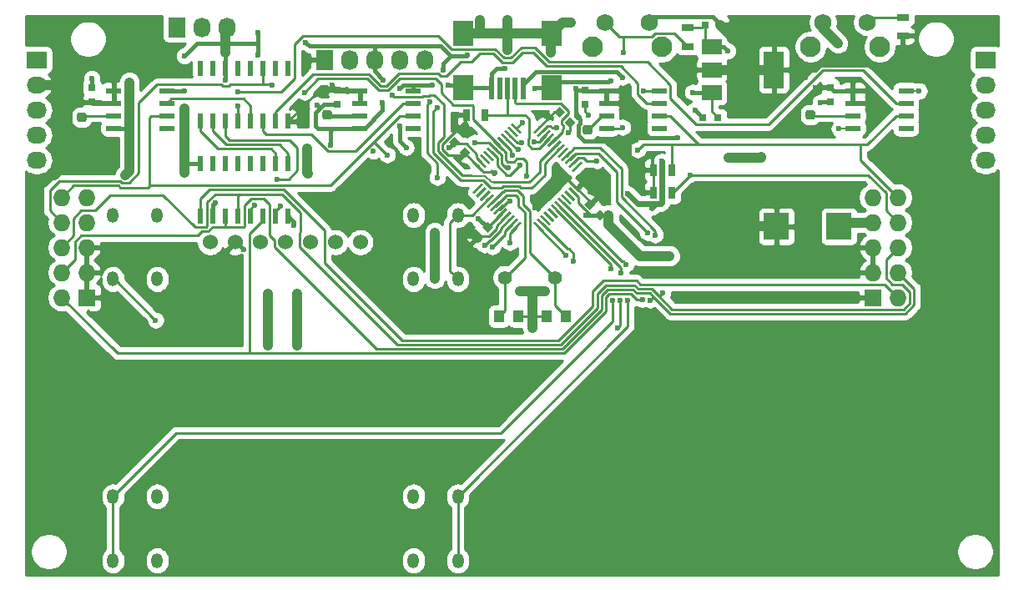
<source format=gtl>
%TF.GenerationSoftware,KiCad,Pcbnew,(5.1.12)-1*%
%TF.CreationDate,2021-11-29T00:37:47+03:00*%
%TF.ProjectId,lepetocontrol,6c657065-746f-4636-9f6e-74726f6c2e6b,rev?*%
%TF.SameCoordinates,Original*%
%TF.FileFunction,Copper,L1,Top*%
%TF.FilePolarity,Positive*%
%FSLAX46Y46*%
G04 Gerber Fmt 4.6, Leading zero omitted, Abs format (unit mm)*
G04 Created by KiCad (PCBNEW (5.1.12)-1) date 2021-11-29 00:37:47*
%MOMM*%
%LPD*%
G01*
G04 APERTURE LIST*
%TA.AperFunction,ComponentPad*%
%ADD10O,1.727200X2.032000*%
%TD*%
%TA.AperFunction,ComponentPad*%
%ADD11R,1.727200X2.032000*%
%TD*%
%TA.AperFunction,SMDPad,CuDef*%
%ADD12R,0.600000X1.500000*%
%TD*%
%TA.AperFunction,ComponentPad*%
%ADD13C,1.422400*%
%TD*%
%TA.AperFunction,ComponentPad*%
%ADD14O,1.727200X1.727200*%
%TD*%
%TA.AperFunction,ComponentPad*%
%ADD15R,1.727200X1.727200*%
%TD*%
%TA.AperFunction,SMDPad,CuDef*%
%ADD16R,0.750000X0.800000*%
%TD*%
%TA.AperFunction,SMDPad,CuDef*%
%ADD17C,0.100000*%
%TD*%
%TA.AperFunction,SMDPad,CuDef*%
%ADD18R,0.800000X0.750000*%
%TD*%
%TA.AperFunction,SMDPad,CuDef*%
%ADD19R,1.000000X1.250000*%
%TD*%
%TA.AperFunction,SMDPad,CuDef*%
%ADD20R,1.300000X0.700000*%
%TD*%
%TA.AperFunction,SMDPad,CuDef*%
%ADD21R,0.700000X1.300000*%
%TD*%
%TA.AperFunction,SMDPad,CuDef*%
%ADD22R,1.998980X2.499360*%
%TD*%
%TA.AperFunction,SMDPad,CuDef*%
%ADD23R,0.500380X2.301240*%
%TD*%
%TA.AperFunction,ComponentPad*%
%ADD24O,1.200000X1.500000*%
%TD*%
%TA.AperFunction,SMDPad,CuDef*%
%ADD25R,2.550000X2.700000*%
%TD*%
%TA.AperFunction,ComponentPad*%
%ADD26C,1.524000*%
%TD*%
%TA.AperFunction,SMDPad,CuDef*%
%ADD27R,2.000000X1.500000*%
%TD*%
%TA.AperFunction,SMDPad,CuDef*%
%ADD28R,2.000000X3.800000*%
%TD*%
%TA.AperFunction,ComponentPad*%
%ADD29C,2.100000*%
%TD*%
%TA.AperFunction,ComponentPad*%
%ADD30C,1.750000*%
%TD*%
%TA.AperFunction,ComponentPad*%
%ADD31O,2.032000X1.727200*%
%TD*%
%TA.AperFunction,ComponentPad*%
%ADD32R,2.032000X1.727200*%
%TD*%
%TA.AperFunction,SMDPad,CuDef*%
%ADD33R,1.550000X0.600000*%
%TD*%
%TA.AperFunction,ViaPad*%
%ADD34C,0.600000*%
%TD*%
%TA.AperFunction,Conductor*%
%ADD35C,1.000000*%
%TD*%
%TA.AperFunction,Conductor*%
%ADD36C,0.400000*%
%TD*%
%TA.AperFunction,Conductor*%
%ADD37C,0.250000*%
%TD*%
%TA.AperFunction,Conductor*%
%ADD38C,0.600000*%
%TD*%
%TA.AperFunction,Conductor*%
%ADD39C,0.200000*%
%TD*%
%TA.AperFunction,Conductor*%
%ADD40C,0.254000*%
%TD*%
%TA.AperFunction,Conductor*%
%ADD41C,0.100000*%
%TD*%
G04 APERTURE END LIST*
D10*
X216154000Y-85090000D03*
X213614000Y-85090000D03*
X211074000Y-85090000D03*
X208534000Y-85090000D03*
D11*
X205994000Y-85090000D03*
D12*
X202311000Y-100998000D03*
X201041000Y-100998000D03*
X199771000Y-100998000D03*
X198501000Y-100998000D03*
X197231000Y-100998000D03*
X195961000Y-100998000D03*
X194691000Y-100998000D03*
X193421000Y-100998000D03*
X193421000Y-95598000D03*
X194691000Y-95598000D03*
X195961000Y-95598000D03*
X197231000Y-95598000D03*
X198501000Y-95598000D03*
X199771000Y-95598000D03*
X201041000Y-95598000D03*
X202311000Y-95598000D03*
%TA.AperFunction,SMDPad,CuDef*%
G36*
G01*
X254770000Y-90878000D02*
X254770000Y-90478000D01*
G75*
G02*
X255070000Y-90178000I300000J0D01*
G01*
X255470000Y-90178000D01*
G75*
G02*
X255770000Y-90478000I0J-300000D01*
G01*
X255770000Y-90878000D01*
G75*
G02*
X255470000Y-91178000I-300000J0D01*
G01*
X255070000Y-91178000D01*
G75*
G02*
X254770000Y-90878000I0J300000D01*
G01*
G37*
%TD.AperFunction*%
D13*
X224282000Y-107188000D03*
X229362000Y-107188000D03*
%TA.AperFunction,SMDPad,CuDef*%
G36*
G01*
X232164000Y-92402000D02*
X232164000Y-92002000D01*
G75*
G02*
X232464000Y-91702000I300000J0D01*
G01*
X232864000Y-91702000D01*
G75*
G02*
X233164000Y-92002000I0J-300000D01*
G01*
X233164000Y-92402000D01*
G75*
G02*
X232864000Y-92702000I-300000J0D01*
G01*
X232464000Y-92702000D01*
G75*
G02*
X232164000Y-92402000I0J300000D01*
G01*
G37*
%TD.AperFunction*%
%TA.AperFunction,SMDPad,CuDef*%
G36*
G01*
X205748000Y-90878000D02*
X205748000Y-90478000D01*
G75*
G02*
X206048000Y-90178000I300000J0D01*
G01*
X206448000Y-90178000D01*
G75*
G02*
X206748000Y-90478000I0J-300000D01*
G01*
X206748000Y-90878000D01*
G75*
G02*
X206448000Y-91178000I-300000J0D01*
G01*
X206048000Y-91178000D01*
G75*
G02*
X205748000Y-90878000I0J300000D01*
G01*
G37*
%TD.AperFunction*%
%TA.AperFunction,SMDPad,CuDef*%
G36*
G01*
X180856000Y-91132000D02*
X180856000Y-90732000D01*
G75*
G02*
X181156000Y-90432000I300000J0D01*
G01*
X181556000Y-90432000D01*
G75*
G02*
X181856000Y-90732000I0J-300000D01*
G01*
X181856000Y-91132000D01*
G75*
G02*
X181556000Y-91432000I-300000J0D01*
G01*
X181156000Y-91432000D01*
G75*
G02*
X180856000Y-91132000I0J300000D01*
G01*
G37*
%TD.AperFunction*%
D14*
X264160000Y-99060000D03*
X261620000Y-99060000D03*
X264160000Y-101600000D03*
X261620000Y-101600000D03*
X264160000Y-104140000D03*
X261620000Y-104140000D03*
X264160000Y-106680000D03*
X261620000Y-106680000D03*
X264160000Y-109220000D03*
D15*
X261620000Y-109220000D03*
D14*
X179324000Y-99060000D03*
X181864000Y-99060000D03*
X179324000Y-101600000D03*
X181864000Y-101600000D03*
X179324000Y-104140000D03*
X181864000Y-104140000D03*
X179324000Y-106680000D03*
X181864000Y-106680000D03*
X179324000Y-109220000D03*
D15*
X181864000Y-109220000D03*
D12*
X202311000Y-91346000D03*
X201041000Y-91346000D03*
X199771000Y-91346000D03*
X198501000Y-91346000D03*
X197231000Y-91346000D03*
X195961000Y-91346000D03*
X194691000Y-91346000D03*
X193421000Y-91346000D03*
X193421000Y-85946000D03*
X194691000Y-85946000D03*
X195961000Y-85946000D03*
X197231000Y-85946000D03*
X198501000Y-85946000D03*
X199771000Y-85946000D03*
X201041000Y-85946000D03*
X202311000Y-85946000D03*
D16*
X257302000Y-87896000D03*
X257302000Y-89396000D03*
%TA.AperFunction,SMDPad,CuDef*%
D17*
G36*
X229277332Y-90383992D02*
G01*
X229807662Y-89853662D01*
X230373348Y-90419348D01*
X229843018Y-90949678D01*
X229277332Y-90383992D01*
G37*
%TD.AperFunction*%
%TA.AperFunction,SMDPad,CuDef*%
G36*
X230337992Y-91444652D02*
G01*
X230868322Y-90914322D01*
X231434008Y-91480008D01*
X230903678Y-92010338D01*
X230337992Y-91444652D01*
G37*
%TD.AperFunction*%
%TA.AperFunction,SMDPad,CuDef*%
G36*
X221447992Y-103694338D02*
G01*
X220917662Y-103164008D01*
X221483348Y-102598322D01*
X222013678Y-103128652D01*
X221447992Y-103694338D01*
G37*
%TD.AperFunction*%
%TA.AperFunction,SMDPad,CuDef*%
G36*
X222508652Y-102633678D02*
G01*
X221978322Y-102103348D01*
X222544008Y-101537662D01*
X223074338Y-102067992D01*
X222508652Y-102633678D01*
G37*
%TD.AperFunction*%
D16*
X182372000Y-89396000D03*
X182372000Y-87896000D03*
D18*
X246114000Y-81534000D03*
X244614000Y-81534000D03*
X244360000Y-90932000D03*
X245860000Y-90932000D03*
D19*
X225663000Y-111125000D03*
X223663000Y-111125000D03*
X230489000Y-111125000D03*
X228489000Y-111125000D03*
D10*
X196088000Y-81788000D03*
X193548000Y-81788000D03*
D11*
X191008000Y-81788000D03*
D20*
X242824000Y-81854000D03*
X242824000Y-83754000D03*
D21*
X222250000Y-90678000D03*
X220350000Y-90678000D03*
D22*
X220085920Y-82433160D03*
X220085920Y-87932260D03*
X228986080Y-82433160D03*
X228986080Y-87932260D03*
D23*
X222935800Y-88031320D03*
X223735900Y-88031320D03*
X224536000Y-88031320D03*
X225336100Y-88031320D03*
X226136200Y-88031320D03*
%TA.AperFunction,SMDPad,CuDef*%
D17*
G36*
X220788338Y-94528008D02*
G01*
X220258008Y-95058338D01*
X219692322Y-94492652D01*
X220222652Y-93962322D01*
X220788338Y-94528008D01*
G37*
%TD.AperFunction*%
%TA.AperFunction,SMDPad,CuDef*%
G36*
X219727678Y-93467348D02*
G01*
X219197348Y-93997678D01*
X218631662Y-93431992D01*
X219161992Y-92901662D01*
X219727678Y-93467348D01*
G37*
%TD.AperFunction*%
%TA.AperFunction,SMDPad,CuDef*%
G36*
X232347662Y-99781992D02*
G01*
X232877992Y-99251662D01*
X233443678Y-99817348D01*
X232913348Y-100347678D01*
X232347662Y-99781992D01*
G37*
%TD.AperFunction*%
%TA.AperFunction,SMDPad,CuDef*%
G36*
X233408322Y-100842652D02*
G01*
X233938652Y-100312322D01*
X234504338Y-100878008D01*
X233974008Y-101408338D01*
X233408322Y-100842652D01*
G37*
%TD.AperFunction*%
D16*
X207264000Y-88150000D03*
X207264000Y-89650000D03*
D21*
X239334000Y-98552000D03*
X241234000Y-98552000D03*
D16*
X232410000Y-88150000D03*
X232410000Y-89650000D03*
D20*
X264668000Y-80771999D03*
X264668000Y-82671999D03*
D24*
X219500000Y-107350000D03*
X219500000Y-100850000D03*
X215000000Y-107350000D03*
X215000000Y-100850000D03*
X184500000Y-129400000D03*
X184500000Y-135900000D03*
X189000000Y-129400000D03*
X189000000Y-135900000D03*
X219500000Y-135900000D03*
X219500000Y-129400000D03*
X215000000Y-135900000D03*
X215000000Y-129400000D03*
D25*
X258175000Y-102000000D03*
X251825000Y-102000000D03*
D24*
X184500000Y-100850000D03*
X184500000Y-107350000D03*
X189000000Y-100850000D03*
X189000000Y-107350000D03*
D26*
X209620000Y-103600000D03*
X207080000Y-103600000D03*
X204540000Y-103600000D03*
X202000000Y-103600000D03*
X199460000Y-103600000D03*
X196920000Y-103600000D03*
X194380000Y-103600000D03*
D27*
X245262000Y-83806000D03*
X245262000Y-88406000D03*
X245262000Y-86106000D03*
D28*
X251562000Y-86106000D03*
D29*
X233192000Y-83770000D03*
D30*
X234442000Y-81280000D03*
X238942000Y-81280000D03*
D29*
X240202000Y-83770000D03*
%TA.AperFunction,SMDPad,CuDef*%
D17*
G36*
X222095550Y-96267860D02*
G01*
X221918773Y-96444637D01*
X220999534Y-95525398D01*
X221176311Y-95348621D01*
X222095550Y-96267860D01*
G37*
%TD.AperFunction*%
%TA.AperFunction,SMDPad,CuDef*%
G36*
X222449103Y-95914307D02*
G01*
X222272326Y-96091084D01*
X221353087Y-95171845D01*
X221529864Y-94995068D01*
X222449103Y-95914307D01*
G37*
%TD.AperFunction*%
%TA.AperFunction,SMDPad,CuDef*%
G36*
X222802657Y-95560753D02*
G01*
X222625880Y-95737530D01*
X221706641Y-94818291D01*
X221883418Y-94641514D01*
X222802657Y-95560753D01*
G37*
%TD.AperFunction*%
%TA.AperFunction,SMDPad,CuDef*%
G36*
X223156210Y-95207200D02*
G01*
X222979433Y-95383977D01*
X222060194Y-94464738D01*
X222236971Y-94287961D01*
X223156210Y-95207200D01*
G37*
%TD.AperFunction*%
%TA.AperFunction,SMDPad,CuDef*%
G36*
X223509763Y-94853647D02*
G01*
X223332986Y-95030424D01*
X222413747Y-94111185D01*
X222590524Y-93934408D01*
X223509763Y-94853647D01*
G37*
%TD.AperFunction*%
%TA.AperFunction,SMDPad,CuDef*%
G36*
X223863317Y-94500093D02*
G01*
X223686540Y-94676870D01*
X222767301Y-93757631D01*
X222944078Y-93580854D01*
X223863317Y-94500093D01*
G37*
%TD.AperFunction*%
%TA.AperFunction,SMDPad,CuDef*%
G36*
X224216870Y-94146540D02*
G01*
X224040093Y-94323317D01*
X223120854Y-93404078D01*
X223297631Y-93227301D01*
X224216870Y-94146540D01*
G37*
%TD.AperFunction*%
%TA.AperFunction,SMDPad,CuDef*%
G36*
X224570424Y-93792986D02*
G01*
X224393647Y-93969763D01*
X223474408Y-93050524D01*
X223651185Y-92873747D01*
X224570424Y-93792986D01*
G37*
%TD.AperFunction*%
%TA.AperFunction,SMDPad,CuDef*%
G36*
X224923977Y-93439433D02*
G01*
X224747200Y-93616210D01*
X223827961Y-92696971D01*
X224004738Y-92520194D01*
X224923977Y-93439433D01*
G37*
%TD.AperFunction*%
%TA.AperFunction,SMDPad,CuDef*%
G36*
X225277530Y-93085880D02*
G01*
X225100753Y-93262657D01*
X224181514Y-92343418D01*
X224358291Y-92166641D01*
X225277530Y-93085880D01*
G37*
%TD.AperFunction*%
%TA.AperFunction,SMDPad,CuDef*%
G36*
X225631084Y-92732326D02*
G01*
X225454307Y-92909103D01*
X224535068Y-91989864D01*
X224711845Y-91813087D01*
X225631084Y-92732326D01*
G37*
%TD.AperFunction*%
%TA.AperFunction,SMDPad,CuDef*%
G36*
X225984637Y-92378773D02*
G01*
X225807860Y-92555550D01*
X224888621Y-91636311D01*
X225065398Y-91459534D01*
X225984637Y-92378773D01*
G37*
%TD.AperFunction*%
%TA.AperFunction,SMDPad,CuDef*%
G36*
X227328140Y-92555550D02*
G01*
X227151363Y-92378773D01*
X228070602Y-91459534D01*
X228247379Y-91636311D01*
X227328140Y-92555550D01*
G37*
%TD.AperFunction*%
%TA.AperFunction,SMDPad,CuDef*%
G36*
X227681693Y-92909103D02*
G01*
X227504916Y-92732326D01*
X228424155Y-91813087D01*
X228600932Y-91989864D01*
X227681693Y-92909103D01*
G37*
%TD.AperFunction*%
%TA.AperFunction,SMDPad,CuDef*%
G36*
X228035247Y-93262657D02*
G01*
X227858470Y-93085880D01*
X228777709Y-92166641D01*
X228954486Y-92343418D01*
X228035247Y-93262657D01*
G37*
%TD.AperFunction*%
%TA.AperFunction,SMDPad,CuDef*%
G36*
X228388800Y-93616210D02*
G01*
X228212023Y-93439433D01*
X229131262Y-92520194D01*
X229308039Y-92696971D01*
X228388800Y-93616210D01*
G37*
%TD.AperFunction*%
%TA.AperFunction,SMDPad,CuDef*%
G36*
X228742353Y-93969763D02*
G01*
X228565576Y-93792986D01*
X229484815Y-92873747D01*
X229661592Y-93050524D01*
X228742353Y-93969763D01*
G37*
%TD.AperFunction*%
%TA.AperFunction,SMDPad,CuDef*%
G36*
X229095907Y-94323317D02*
G01*
X228919130Y-94146540D01*
X229838369Y-93227301D01*
X230015146Y-93404078D01*
X229095907Y-94323317D01*
G37*
%TD.AperFunction*%
%TA.AperFunction,SMDPad,CuDef*%
G36*
X229449460Y-94676870D02*
G01*
X229272683Y-94500093D01*
X230191922Y-93580854D01*
X230368699Y-93757631D01*
X229449460Y-94676870D01*
G37*
%TD.AperFunction*%
%TA.AperFunction,SMDPad,CuDef*%
G36*
X229803014Y-95030424D02*
G01*
X229626237Y-94853647D01*
X230545476Y-93934408D01*
X230722253Y-94111185D01*
X229803014Y-95030424D01*
G37*
%TD.AperFunction*%
%TA.AperFunction,SMDPad,CuDef*%
G36*
X230156567Y-95383977D02*
G01*
X229979790Y-95207200D01*
X230899029Y-94287961D01*
X231075806Y-94464738D01*
X230156567Y-95383977D01*
G37*
%TD.AperFunction*%
%TA.AperFunction,SMDPad,CuDef*%
G36*
X230510120Y-95737530D02*
G01*
X230333343Y-95560753D01*
X231252582Y-94641514D01*
X231429359Y-94818291D01*
X230510120Y-95737530D01*
G37*
%TD.AperFunction*%
%TA.AperFunction,SMDPad,CuDef*%
G36*
X230863674Y-96091084D02*
G01*
X230686897Y-95914307D01*
X231606136Y-94995068D01*
X231782913Y-95171845D01*
X230863674Y-96091084D01*
G37*
%TD.AperFunction*%
%TA.AperFunction,SMDPad,CuDef*%
G36*
X231217227Y-96444637D02*
G01*
X231040450Y-96267860D01*
X231959689Y-95348621D01*
X232136466Y-95525398D01*
X231217227Y-96444637D01*
G37*
%TD.AperFunction*%
%TA.AperFunction,SMDPad,CuDef*%
G36*
X232136466Y-98530602D02*
G01*
X231959689Y-98707379D01*
X231040450Y-97788140D01*
X231217227Y-97611363D01*
X232136466Y-98530602D01*
G37*
%TD.AperFunction*%
%TA.AperFunction,SMDPad,CuDef*%
G36*
X231782913Y-98884155D02*
G01*
X231606136Y-99060932D01*
X230686897Y-98141693D01*
X230863674Y-97964916D01*
X231782913Y-98884155D01*
G37*
%TD.AperFunction*%
%TA.AperFunction,SMDPad,CuDef*%
G36*
X231429359Y-99237709D02*
G01*
X231252582Y-99414486D01*
X230333343Y-98495247D01*
X230510120Y-98318470D01*
X231429359Y-99237709D01*
G37*
%TD.AperFunction*%
%TA.AperFunction,SMDPad,CuDef*%
G36*
X231075806Y-99591262D02*
G01*
X230899029Y-99768039D01*
X229979790Y-98848800D01*
X230156567Y-98672023D01*
X231075806Y-99591262D01*
G37*
%TD.AperFunction*%
%TA.AperFunction,SMDPad,CuDef*%
G36*
X230722253Y-99944815D02*
G01*
X230545476Y-100121592D01*
X229626237Y-99202353D01*
X229803014Y-99025576D01*
X230722253Y-99944815D01*
G37*
%TD.AperFunction*%
%TA.AperFunction,SMDPad,CuDef*%
G36*
X230368699Y-100298369D02*
G01*
X230191922Y-100475146D01*
X229272683Y-99555907D01*
X229449460Y-99379130D01*
X230368699Y-100298369D01*
G37*
%TD.AperFunction*%
%TA.AperFunction,SMDPad,CuDef*%
G36*
X230015146Y-100651922D02*
G01*
X229838369Y-100828699D01*
X228919130Y-99909460D01*
X229095907Y-99732683D01*
X230015146Y-100651922D01*
G37*
%TD.AperFunction*%
%TA.AperFunction,SMDPad,CuDef*%
G36*
X229661592Y-101005476D02*
G01*
X229484815Y-101182253D01*
X228565576Y-100263014D01*
X228742353Y-100086237D01*
X229661592Y-101005476D01*
G37*
%TD.AperFunction*%
%TA.AperFunction,SMDPad,CuDef*%
G36*
X229308039Y-101359029D02*
G01*
X229131262Y-101535806D01*
X228212023Y-100616567D01*
X228388800Y-100439790D01*
X229308039Y-101359029D01*
G37*
%TD.AperFunction*%
%TA.AperFunction,SMDPad,CuDef*%
G36*
X228954486Y-101712582D02*
G01*
X228777709Y-101889359D01*
X227858470Y-100970120D01*
X228035247Y-100793343D01*
X228954486Y-101712582D01*
G37*
%TD.AperFunction*%
%TA.AperFunction,SMDPad,CuDef*%
G36*
X228600932Y-102066136D02*
G01*
X228424155Y-102242913D01*
X227504916Y-101323674D01*
X227681693Y-101146897D01*
X228600932Y-102066136D01*
G37*
%TD.AperFunction*%
%TA.AperFunction,SMDPad,CuDef*%
G36*
X228247379Y-102419689D02*
G01*
X228070602Y-102596466D01*
X227151363Y-101677227D01*
X227328140Y-101500450D01*
X228247379Y-102419689D01*
G37*
%TD.AperFunction*%
%TA.AperFunction,SMDPad,CuDef*%
G36*
X225065398Y-102596466D02*
G01*
X224888621Y-102419689D01*
X225807860Y-101500450D01*
X225984637Y-101677227D01*
X225065398Y-102596466D01*
G37*
%TD.AperFunction*%
%TA.AperFunction,SMDPad,CuDef*%
G36*
X224711845Y-102242913D02*
G01*
X224535068Y-102066136D01*
X225454307Y-101146897D01*
X225631084Y-101323674D01*
X224711845Y-102242913D01*
G37*
%TD.AperFunction*%
%TA.AperFunction,SMDPad,CuDef*%
G36*
X224358291Y-101889359D02*
G01*
X224181514Y-101712582D01*
X225100753Y-100793343D01*
X225277530Y-100970120D01*
X224358291Y-101889359D01*
G37*
%TD.AperFunction*%
%TA.AperFunction,SMDPad,CuDef*%
G36*
X224004738Y-101535806D02*
G01*
X223827961Y-101359029D01*
X224747200Y-100439790D01*
X224923977Y-100616567D01*
X224004738Y-101535806D01*
G37*
%TD.AperFunction*%
%TA.AperFunction,SMDPad,CuDef*%
G36*
X223651185Y-101182253D02*
G01*
X223474408Y-101005476D01*
X224393647Y-100086237D01*
X224570424Y-100263014D01*
X223651185Y-101182253D01*
G37*
%TD.AperFunction*%
%TA.AperFunction,SMDPad,CuDef*%
G36*
X223297631Y-100828699D02*
G01*
X223120854Y-100651922D01*
X224040093Y-99732683D01*
X224216870Y-99909460D01*
X223297631Y-100828699D01*
G37*
%TD.AperFunction*%
%TA.AperFunction,SMDPad,CuDef*%
G36*
X222944078Y-100475146D02*
G01*
X222767301Y-100298369D01*
X223686540Y-99379130D01*
X223863317Y-99555907D01*
X222944078Y-100475146D01*
G37*
%TD.AperFunction*%
%TA.AperFunction,SMDPad,CuDef*%
G36*
X222590524Y-100121592D02*
G01*
X222413747Y-99944815D01*
X223332986Y-99025576D01*
X223509763Y-99202353D01*
X222590524Y-100121592D01*
G37*
%TD.AperFunction*%
%TA.AperFunction,SMDPad,CuDef*%
G36*
X222236971Y-99768039D02*
G01*
X222060194Y-99591262D01*
X222979433Y-98672023D01*
X223156210Y-98848800D01*
X222236971Y-99768039D01*
G37*
%TD.AperFunction*%
%TA.AperFunction,SMDPad,CuDef*%
G36*
X221883418Y-99414486D02*
G01*
X221706641Y-99237709D01*
X222625880Y-98318470D01*
X222802657Y-98495247D01*
X221883418Y-99414486D01*
G37*
%TD.AperFunction*%
%TA.AperFunction,SMDPad,CuDef*%
G36*
X221529864Y-99060932D02*
G01*
X221353087Y-98884155D01*
X222272326Y-97964916D01*
X222449103Y-98141693D01*
X221529864Y-99060932D01*
G37*
%TD.AperFunction*%
%TA.AperFunction,SMDPad,CuDef*%
G36*
X221176311Y-98707379D02*
G01*
X220999534Y-98530602D01*
X221918773Y-97611363D01*
X222095550Y-97788140D01*
X221176311Y-98707379D01*
G37*
%TD.AperFunction*%
D29*
X255290000Y-83770000D03*
D30*
X256540000Y-81280000D03*
X261040000Y-81280000D03*
D29*
X262300000Y-83770000D03*
D21*
X241234000Y-96266000D03*
X239334000Y-96266000D03*
D31*
X176784000Y-95278000D03*
X176784000Y-92738000D03*
X176784000Y-90198000D03*
X176784000Y-87658000D03*
D32*
X176784000Y-85118000D03*
D33*
X189980000Y-88222000D03*
X189980000Y-89492000D03*
X189980000Y-90762000D03*
X189980000Y-92032000D03*
X184580000Y-92032000D03*
X184580000Y-90762000D03*
X184580000Y-89492000D03*
X184580000Y-88222000D03*
X264980000Y-88222000D03*
X264980000Y-89492000D03*
X264980000Y-90762000D03*
X264980000Y-92032000D03*
X259580000Y-92032000D03*
X259580000Y-90762000D03*
X259580000Y-89492000D03*
X259580000Y-88222000D03*
X239980000Y-88222000D03*
X239980000Y-89492000D03*
X239980000Y-90762000D03*
X239980000Y-92032000D03*
X234580000Y-92032000D03*
X234580000Y-90762000D03*
X234580000Y-89492000D03*
X234580000Y-88222000D03*
D31*
X273050000Y-95278000D03*
X273050000Y-92738000D03*
X273050000Y-90198000D03*
X273050000Y-87658000D03*
D32*
X273050000Y-85118000D03*
D33*
X214980000Y-88222000D03*
X214980000Y-89492000D03*
X214980000Y-90762000D03*
X214980000Y-92032000D03*
X209580000Y-92032000D03*
X209580000Y-90762000D03*
X209580000Y-89492000D03*
X209580000Y-88222000D03*
D34*
X234823000Y-100838000D03*
X227330000Y-88011000D03*
X204343000Y-96647000D03*
X216916000Y-87630000D03*
X206629000Y-93726000D03*
X214272001Y-94003001D03*
X204089000Y-83312000D03*
X224282000Y-85979000D03*
X191770000Y-94107000D03*
X210947000Y-94361000D03*
X213614000Y-88011000D03*
X218632136Y-94003001D03*
X195961000Y-87122000D03*
X191770000Y-91694000D03*
X218059000Y-86106000D03*
X256286000Y-89408000D03*
X224536000Y-84074000D03*
X182372000Y-86995000D03*
X221742000Y-81026000D03*
X213614000Y-91821000D03*
X218567000Y-87630000D03*
X228981000Y-84328000D03*
X231013000Y-81280000D03*
X235077000Y-87249000D03*
X243586000Y-90170000D03*
X191770000Y-96520000D03*
X211963000Y-87122000D03*
X204216000Y-94107000D03*
X186182000Y-87376000D03*
X232537000Y-100838000D03*
X186182000Y-93853000D03*
X186182000Y-92075000D03*
X238379000Y-88265000D03*
X258191000Y-92075000D03*
X232791000Y-90678000D03*
X186182000Y-89662000D03*
X230759000Y-92456000D03*
X229516520Y-91958951D03*
X246888000Y-84201000D03*
X236220000Y-91948000D03*
X258064000Y-83439000D03*
X266319000Y-88265000D03*
X185801000Y-96774000D03*
X191770000Y-88265000D03*
X191770000Y-90043000D03*
X220472000Y-84632857D03*
X191770000Y-84709000D03*
X198882000Y-99822000D03*
X211836000Y-89471500D03*
X241000000Y-105000000D03*
X221615000Y-101219000D03*
X217170000Y-107315000D03*
X217170000Y-102616000D03*
X237000000Y-104000000D03*
X247000000Y-95000000D03*
X250303483Y-94970019D03*
X203200000Y-114046000D03*
X203200000Y-108839000D03*
X205232000Y-89662000D03*
X200279000Y-114046000D03*
X200279000Y-108839000D03*
X199263000Y-84582000D03*
X199263000Y-82296000D03*
X227076000Y-112268000D03*
X239204500Y-100076000D03*
X228346000Y-108585000D03*
X225806000Y-108585000D03*
X240184001Y-95395999D03*
X236728000Y-98679000D03*
X224536000Y-81026000D03*
X227330000Y-100076000D03*
X178562000Y-96774000D03*
X223266000Y-96520000D03*
X206756000Y-87630000D03*
X241808000Y-92964000D03*
X228092000Y-90424000D03*
X231482913Y-88050009D03*
X248666000Y-90170000D03*
X254762000Y-86868000D03*
X255778000Y-87884000D03*
X194871306Y-99636593D03*
X250000000Y-102000000D03*
X197747989Y-104307966D03*
X220218000Y-102743000D03*
X202885051Y-101887989D03*
X217424000Y-97028000D03*
X216690517Y-89353989D03*
X224790000Y-99441000D03*
X227281807Y-93398294D03*
X226060000Y-91440000D03*
X212828244Y-88694121D03*
X217454530Y-89915116D03*
X225806000Y-95758000D03*
X236311198Y-84339176D03*
X212344000Y-94742000D03*
X237744000Y-94234000D03*
X221234000Y-93472000D03*
X224632683Y-96047418D03*
X200660000Y-87630000D03*
X226468307Y-96892287D03*
X203962000Y-88392000D03*
X243078000Y-96774000D03*
X225605100Y-94218396D03*
X225006242Y-94748856D03*
X225980160Y-93511750D03*
X197189378Y-89769018D03*
X197189378Y-88322009D03*
X235077000Y-106299000D03*
X235165987Y-109474000D03*
X236596414Y-105833010D03*
X236766013Y-109474000D03*
X236083010Y-106680000D03*
X235966000Y-109474000D03*
X188849000Y-111506000D03*
X235712000Y-112268000D03*
X240284000Y-108712000D03*
X239522000Y-102870000D03*
X238760000Y-102616000D03*
X239014000Y-109474000D03*
X233622821Y-95343043D03*
X238215999Y-109417316D03*
X201518510Y-99939010D03*
X201134241Y-97211959D03*
X236220000Y-86868000D03*
X243332000Y-88392000D03*
X231267000Y-105537000D03*
X230505000Y-104902000D03*
X224790000Y-103632000D03*
X223026126Y-104080031D03*
X222250000Y-103886000D03*
D35*
X221752160Y-82433160D02*
X221752160Y-81036160D01*
X221752160Y-81036160D02*
X221742000Y-81026000D01*
D36*
X211836000Y-90251000D02*
X211836000Y-89471500D01*
X210055000Y-92032000D02*
X211836000Y-90251000D01*
X209580000Y-92032000D02*
X210055000Y-92032000D01*
X222526330Y-102085670D02*
X222481670Y-102085670D01*
X222481670Y-102085670D02*
X221615000Y-101219000D01*
D37*
X224022416Y-100634245D02*
X222853834Y-101802827D01*
X222809173Y-101802827D02*
X222526330Y-102085670D01*
X222853834Y-101802827D02*
X222809173Y-101802827D01*
D35*
X186182000Y-89662000D02*
X186182000Y-92075000D01*
X191770000Y-90043000D02*
X191770000Y-91694000D01*
D38*
X240184001Y-95395999D02*
X240184001Y-95395999D01*
D35*
X186182000Y-96393000D02*
X185801000Y-96774000D01*
X186182000Y-93853000D02*
X186182000Y-96393000D01*
X204216000Y-94107000D02*
X204216000Y-96520000D01*
X204216000Y-96520000D02*
X204343000Y-96647000D01*
D36*
X195961000Y-85946000D02*
X195961000Y-84328000D01*
D35*
X195961000Y-81915000D02*
X196088000Y-81788000D01*
D38*
X239324499Y-99702001D02*
X239324499Y-99956001D01*
X239324499Y-99702001D02*
X240084001Y-99702001D01*
X239324499Y-99956001D02*
X239204500Y-100076000D01*
D35*
X191770000Y-94107000D02*
X191770000Y-96520000D01*
X258575000Y-101600000D02*
X258175000Y-102000000D01*
X261620000Y-101600000D02*
X258575000Y-101600000D01*
D38*
X236728000Y-98679000D02*
X237751001Y-99702001D01*
X237751001Y-99702001D02*
X239324499Y-99702001D01*
X240184001Y-99602001D02*
X240184001Y-95395999D01*
X240084001Y-99702001D02*
X240184001Y-99602001D01*
D36*
X205489517Y-89919517D02*
X205232000Y-89662000D01*
X205105000Y-90431034D02*
X205489517Y-90046517D01*
X205489517Y-90046517D02*
X205489517Y-89919517D01*
X205489517Y-90046517D02*
X205886034Y-89650000D01*
X213614000Y-88011000D02*
X213995000Y-87630000D01*
D37*
X227076000Y-111125000D02*
X228489000Y-111125000D01*
X225663000Y-111125000D02*
X227076000Y-111125000D01*
D36*
X195961000Y-83439000D02*
X199263000Y-83439000D01*
X199263000Y-84582000D02*
X199263000Y-83439000D01*
D35*
X195961000Y-83439000D02*
X195961000Y-81915000D01*
X195961000Y-84328000D02*
X195961000Y-83439000D01*
D36*
X199263000Y-83439000D02*
X199263000Y-82296000D01*
D35*
X250273502Y-95000000D02*
X250303483Y-94970019D01*
X247000000Y-95000000D02*
X250273502Y-95000000D01*
X217170000Y-107315000D02*
X217170000Y-102616000D01*
X234823000Y-100838000D02*
X234823000Y-101823000D01*
X234823000Y-101823000D02*
X237000000Y-104000000D01*
X238000000Y-105000000D02*
X241000000Y-105000000D01*
X191770000Y-91694000D02*
X191770000Y-94107000D01*
X200279000Y-108839000D02*
X200279000Y-114046000D01*
X203200000Y-108839000D02*
X203200000Y-114046000D01*
X228981000Y-82438240D02*
X228986080Y-82433160D01*
X228981000Y-84328000D02*
X228981000Y-82438240D01*
D36*
X206799000Y-92032000D02*
X205316000Y-92032000D01*
X209580000Y-92032000D02*
X206799000Y-92032000D01*
X206629000Y-93726000D02*
X206629000Y-92202000D01*
X206629000Y-92202000D02*
X206799000Y-92032000D01*
X213995000Y-87630000D02*
X215138000Y-87630000D01*
X214980000Y-87788000D02*
X215138000Y-87630000D01*
X214980000Y-88222000D02*
X214980000Y-87788000D01*
X215138000Y-87630000D02*
X216916000Y-87630000D01*
D35*
X228975920Y-82423000D02*
X228986080Y-82433160D01*
X224536000Y-82423000D02*
X228975920Y-82423000D01*
X186182000Y-87376000D02*
X186182000Y-89662000D01*
X230139240Y-81280000D02*
X228986080Y-82433160D01*
X231013000Y-81280000D02*
X230139240Y-81280000D01*
D36*
X195961000Y-83439000D02*
X193040000Y-83439000D01*
X193040000Y-83439000D02*
X191770000Y-84709000D01*
X218785111Y-84709000D02*
X220395857Y-84709000D01*
X220395857Y-84709000D02*
X220472000Y-84632857D01*
D35*
X186182000Y-93853000D02*
X186182000Y-92075000D01*
X237000000Y-104000000D02*
X238000000Y-105000000D01*
D36*
X218059000Y-85435111D02*
X218785111Y-84709000D01*
X218059000Y-86106000D02*
X218059000Y-85435111D01*
D35*
X221752160Y-82433160D02*
X224525840Y-82433160D01*
X224525840Y-82433160D02*
X224536000Y-82423000D01*
X224536000Y-81026000D02*
X224536000Y-82423000D01*
X224536000Y-82423000D02*
X224536000Y-84074000D01*
X221752160Y-82433160D02*
X220085920Y-82433160D01*
X256540000Y-81915000D02*
X258064000Y-83439000D01*
X256540000Y-81280000D02*
X256540000Y-81915000D01*
X227076000Y-108585000D02*
X227076000Y-112268000D01*
X227076000Y-108585000D02*
X228346000Y-108585000D01*
X225806000Y-108585000D02*
X227076000Y-108585000D01*
D37*
X198501000Y-100203000D02*
X198882000Y-99822000D01*
X198501000Y-100998000D02*
X198501000Y-100203000D01*
D36*
X233956330Y-100860330D02*
X232559330Y-100860330D01*
X205886034Y-89650000D02*
X207264000Y-89650000D01*
X216677404Y-83673990D02*
X217750101Y-83673990D01*
X209580000Y-92032000D02*
X208323000Y-92032000D01*
X234800670Y-100860330D02*
X234823000Y-100838000D01*
X233956330Y-100860330D02*
X234800670Y-100860330D01*
X219179670Y-93455467D02*
X218632136Y-94003001D01*
X217750101Y-83673990D02*
X218785111Y-84709000D01*
X214272001Y-94003001D02*
X213614000Y-93345000D01*
X213614000Y-93345000D02*
X213614000Y-91821000D01*
X205316000Y-92032000D02*
X205105000Y-91821000D01*
X219179670Y-93449670D02*
X219179670Y-93455467D01*
X205105000Y-91821000D02*
X205105000Y-90431034D01*
X232559330Y-100860330D02*
X232537000Y-100838000D01*
X211073990Y-83673990D02*
X216677404Y-83673990D01*
X218567000Y-87630000D02*
X219783660Y-87630000D01*
X228986080Y-87932260D02*
X227408740Y-87932260D01*
X257302000Y-89396000D02*
X256298000Y-89396000D01*
X211074000Y-85090000D02*
X211074000Y-83674000D01*
X211074000Y-83674000D02*
X211073990Y-83673990D01*
X211073990Y-83673990D02*
X204450990Y-83673990D01*
X204450990Y-83673990D02*
X204089000Y-83312000D01*
X195961000Y-85946000D02*
X195961000Y-87122000D01*
X219783660Y-87630000D02*
X220085920Y-87932260D01*
X211074000Y-85090000D02*
X211074000Y-86233000D01*
X229059740Y-87932260D02*
X229642001Y-87349999D01*
X222935800Y-86480700D02*
X223437500Y-85979000D01*
X182372000Y-87896000D02*
X182372000Y-86995000D01*
X228986080Y-84322920D02*
X228981000Y-84328000D01*
X220085920Y-87932260D02*
X222836740Y-87932260D01*
X227408740Y-87932260D02*
X227330000Y-88011000D01*
X234897998Y-87249000D02*
X235077000Y-87249000D01*
X228986080Y-87932260D02*
X229059740Y-87932260D01*
X222935800Y-88031320D02*
X222935800Y-86480700D01*
X222836740Y-87932260D02*
X222935800Y-88031320D01*
X244360000Y-90932000D02*
X244348000Y-90932000D01*
X256298000Y-89396000D02*
X256286000Y-89408000D01*
X223437500Y-85979000D02*
X224282000Y-85979000D01*
X234796999Y-87349999D02*
X234897998Y-87249000D01*
X220085920Y-82433160D02*
X220334840Y-82433160D01*
X229642001Y-87349999D02*
X234796999Y-87349999D01*
X211074000Y-86233000D02*
X211963000Y-87122000D01*
X244348000Y-90932000D02*
X243586000Y-90170000D01*
D37*
X230886000Y-91462330D02*
X230886000Y-92329000D01*
X239980000Y-88222000D02*
X238422000Y-88222000D01*
D39*
X264980000Y-88222000D02*
X266108000Y-88222000D01*
D37*
X244294000Y-81854000D02*
X244614000Y-81534000D01*
X221901095Y-95543076D02*
X221381630Y-95023611D01*
D36*
X193421000Y-95598000D02*
X191803000Y-95598000D01*
X191803000Y-95598000D02*
X191770000Y-95631000D01*
D37*
X238422000Y-88222000D02*
X238379000Y-88265000D01*
D36*
X246493000Y-83806000D02*
X246888000Y-84201000D01*
X189980000Y-88222000D02*
X191727000Y-88222000D01*
X191727000Y-88222000D02*
X191770000Y-88265000D01*
D39*
X258234000Y-92032000D02*
X258191000Y-92075000D01*
D37*
X234580000Y-92032000D02*
X236136000Y-92032000D01*
X228572388Y-91841631D02*
X228912334Y-91841631D01*
X232410000Y-89650000D02*
X232410000Y-90297000D01*
X236136000Y-92032000D02*
X236220000Y-91948000D01*
X219367312Y-93637312D02*
X219179670Y-93449670D01*
X231234905Y-98512924D02*
X231754369Y-99032388D01*
X230886000Y-92329000D02*
X230759000Y-92456000D01*
D39*
X266151000Y-88265000D02*
X266319000Y-88265000D01*
D37*
X242824000Y-81854000D02*
X244294000Y-81854000D01*
D36*
X184580000Y-92032000D02*
X186139000Y-92032000D01*
X245262000Y-83806000D02*
X246493000Y-83806000D01*
D37*
X221381630Y-95023611D02*
X221381630Y-94661664D01*
X228912334Y-91841631D02*
X229029654Y-91958951D01*
X228052924Y-92361095D02*
X228572388Y-91841631D01*
X244614000Y-83158000D02*
X245262000Y-83806000D01*
D39*
X266108000Y-88222000D02*
X266151000Y-88265000D01*
D37*
X221381630Y-94661664D02*
X220357278Y-93637312D01*
X244614000Y-81534000D02*
X244614000Y-83158000D01*
X232410000Y-90297000D02*
X232791000Y-90678000D01*
D39*
X259580000Y-92032000D02*
X258234000Y-92032000D01*
D37*
X229029654Y-91958951D02*
X229516520Y-91958951D01*
X220357278Y-93637312D02*
X219367312Y-93637312D01*
X231754369Y-99648335D02*
X232966364Y-100860330D01*
X231754369Y-99032388D02*
X231754369Y-99648335D01*
X232966364Y-100860330D02*
X233956330Y-100860330D01*
D36*
X186139000Y-92032000D02*
X186182000Y-92075000D01*
X231482913Y-90779458D02*
X231482913Y-88050009D01*
X231884989Y-91181534D02*
X231482913Y-90779458D01*
X231884989Y-91591045D02*
X231884989Y-91181534D01*
X231763990Y-91712044D02*
X231884989Y-91591045D01*
X231763990Y-92739447D02*
X231763990Y-91712044D01*
X232339010Y-93314467D02*
X231763990Y-92739447D01*
X236631533Y-93314467D02*
X232339010Y-93314467D01*
X236982000Y-92964000D02*
X236631533Y-93314467D01*
X194691000Y-100998000D02*
X194691000Y-99816899D01*
X194691000Y-99816899D02*
X194871306Y-99636593D01*
X196920000Y-103600000D02*
X197040023Y-103600000D01*
X197040023Y-103600000D02*
X197747989Y-104307966D01*
D35*
X251825000Y-102000000D02*
X250000000Y-102000000D01*
D37*
X223399348Y-102202618D02*
X222643278Y-102958688D01*
X221653312Y-102958688D02*
X221465670Y-103146330D01*
X223399348Y-101964419D02*
X223399348Y-102202618D01*
X224375969Y-100987798D02*
X223399348Y-101964419D01*
X222643278Y-102958688D02*
X221653312Y-102958688D01*
D35*
X220218000Y-102743000D02*
X221062340Y-102743000D01*
X221062340Y-102743000D02*
X221465670Y-103146330D01*
D36*
X202311000Y-100998000D02*
X202885051Y-101572051D01*
X202885051Y-101572051D02*
X202885051Y-101887989D01*
D37*
X236982000Y-94996000D02*
X236982000Y-92964000D01*
D36*
X232410000Y-88150000D02*
X231582904Y-88150000D01*
D37*
X223182331Y-96436331D02*
X223266000Y-96520000D01*
D36*
X182372000Y-89396000D02*
X179566000Y-89396000D01*
X179566000Y-89396000D02*
X179324000Y-89154000D01*
D37*
X239334000Y-96266000D02*
X238252000Y-96266000D01*
X229305243Y-90401670D02*
X228687456Y-91019456D01*
D35*
X179324000Y-89154000D02*
X179324000Y-87686000D01*
X248666000Y-86106000D02*
X248666000Y-84086000D01*
D37*
X221547542Y-95896629D02*
X222087244Y-96436331D01*
X217941998Y-94196764D02*
X217941998Y-93662020D01*
D35*
X178562000Y-96774000D02*
X179324000Y-96012000D01*
D36*
X236982000Y-92964000D02*
X241808000Y-92964000D01*
D37*
X220240330Y-94589417D02*
X220240330Y-94510330D01*
D35*
X248666000Y-84086000D02*
X246114000Y-81534000D01*
X179324000Y-87686000D02*
X176812000Y-87686000D01*
D37*
X222087244Y-96436331D02*
X223182331Y-96436331D01*
X228687456Y-91019456D02*
X228092000Y-90424000D01*
X228687456Y-91019456D02*
X227699371Y-92007542D01*
D35*
X176812000Y-87686000D02*
X176784000Y-87658000D01*
D37*
X229825340Y-90401670D02*
X229305243Y-90401670D01*
X207264000Y-88150000D02*
X207264000Y-88138000D01*
X218520729Y-94775495D02*
X217941998Y-94196764D01*
X217941998Y-93662020D02*
X220350000Y-91254018D01*
X220350000Y-91254018D02*
X220350000Y-90678000D01*
X207264000Y-88138000D02*
X206756000Y-87630000D01*
D36*
X231582904Y-88150000D02*
X231482913Y-88050009D01*
D35*
X179324000Y-96012000D02*
X179324000Y-89154000D01*
D37*
X202311000Y-91313000D02*
X205474000Y-88150000D01*
X238252000Y-96266000D02*
X236982000Y-94996000D01*
X221547542Y-95896629D02*
X220240330Y-94589417D01*
X205474000Y-88150000D02*
X207264000Y-88150000D01*
X219975165Y-94775495D02*
X218520729Y-94775495D01*
X202311000Y-91346000D02*
X202311000Y-91313000D01*
X239334000Y-98552000D02*
X239334000Y-96266000D01*
X220240330Y-94510330D02*
X219975165Y-94775495D01*
D35*
X248666000Y-86106000D02*
X245262000Y-86106000D01*
X248666000Y-86106000D02*
X248666000Y-90170000D01*
D36*
X254762000Y-86360000D02*
X254508000Y-86106000D01*
X181864000Y-104140000D02*
X181864000Y-109220000D01*
X207336000Y-88222000D02*
X207264000Y-88150000D01*
X239463001Y-80758999D02*
X245338999Y-80758999D01*
X182468000Y-89492000D02*
X182372000Y-89396000D01*
D37*
X232895670Y-99799670D02*
X232895670Y-99466583D01*
D36*
X232482000Y-88222000D02*
X232410000Y-88150000D01*
X264668000Y-84582000D02*
X264668000Y-82671999D01*
X257628000Y-88222000D02*
X257302000Y-87896000D01*
D37*
X230124000Y-97282000D02*
X230711087Y-97282000D01*
X230711087Y-97282000D02*
X231588458Y-98159371D01*
D36*
X259580000Y-88222000D02*
X257628000Y-88222000D01*
D37*
X227330000Y-100076000D02*
X230124000Y-97282000D01*
D36*
X255790000Y-87896000D02*
X255778000Y-87884000D01*
X234580000Y-88222000D02*
X234580000Y-89492000D01*
X254762000Y-86868000D02*
X254762000Y-86360000D01*
X256286000Y-85598000D02*
X263652000Y-85598000D01*
X245338999Y-80758999D02*
X246114000Y-81534000D01*
X184580000Y-89492000D02*
X182468000Y-89492000D01*
X184580000Y-88222000D02*
X184580000Y-89492000D01*
X209580000Y-88222000D02*
X207336000Y-88222000D01*
X251562000Y-86106000D02*
X254508000Y-86106000D01*
D37*
X232895670Y-99466583D02*
X231588458Y-98159371D01*
D36*
X257302000Y-87896000D02*
X255790000Y-87896000D01*
X254508000Y-86106000D02*
X255778000Y-86106000D01*
X209580000Y-88222000D02*
X209580000Y-89492000D01*
X259580000Y-88222000D02*
X259580000Y-89492000D01*
X255778000Y-86106000D02*
X256286000Y-85598000D01*
D35*
X251562000Y-86106000D02*
X248666000Y-86106000D01*
D36*
X238942000Y-81280000D02*
X239463001Y-80758999D01*
X234580000Y-88222000D02*
X232482000Y-88222000D01*
X263652000Y-85598000D02*
X264668000Y-84582000D01*
D37*
X225530402Y-98365987D02*
X224303598Y-98365987D01*
X229362000Y-107188000D02*
X226826353Y-104652353D01*
X226826353Y-104652353D02*
X226826353Y-100458531D01*
X226826353Y-100458531D02*
X226119013Y-99751190D01*
X226119013Y-99751190D02*
X226119013Y-98954598D01*
X226119013Y-98954598D02*
X225530402Y-98365987D01*
X224128607Y-98540978D02*
X223994361Y-98540978D01*
X223994361Y-98540978D02*
X222961755Y-99573584D01*
X224303598Y-98365987D02*
X224128607Y-98540978D01*
X229362000Y-107188000D02*
X229362000Y-109998000D01*
X229362000Y-109998000D02*
X230489000Y-111125000D01*
X224489998Y-98815998D02*
X223378858Y-99927138D01*
X224282000Y-107188000D02*
X226309647Y-105160353D01*
X225344002Y-98815998D02*
X224489998Y-98815998D01*
X226309647Y-105160353D02*
X226309647Y-100578236D01*
X225669002Y-99937591D02*
X225669002Y-99140998D01*
X223378858Y-99927138D02*
X223315309Y-99927138D01*
X226309647Y-100578236D02*
X225669002Y-99937591D01*
X225669002Y-99140998D02*
X225344002Y-98815998D01*
X224282000Y-107188000D02*
X224282000Y-110506000D01*
X224282000Y-110506000D02*
X223663000Y-111125000D01*
X224328501Y-90678000D02*
X222250000Y-90678000D01*
X227731231Y-94097002D02*
X227029998Y-94097002D01*
X227029998Y-94097002D02*
X226656806Y-93723810D01*
X226704998Y-91068998D02*
X226314000Y-90678000D01*
X226656806Y-93723810D02*
X226656806Y-93098293D01*
X228760031Y-93068202D02*
X227731231Y-94097002D01*
X226704998Y-93050101D02*
X226704998Y-91068998D01*
X226656806Y-93098293D02*
X226704998Y-93050101D01*
X224536000Y-88031320D02*
X224536000Y-90551000D01*
X226314000Y-90678000D02*
X224663000Y-90678000D01*
X224663000Y-90678000D02*
X224328501Y-90678000D01*
X224536000Y-90551000D02*
X224663000Y-90678000D01*
X225336100Y-89431940D02*
X225432812Y-89528652D01*
X230133999Y-92155999D02*
X230133999Y-92401340D01*
X230698358Y-90284722D02*
X230698358Y-90553974D01*
X225432812Y-89528652D02*
X229942288Y-89528652D01*
X230698358Y-90553974D02*
X230012982Y-91239350D01*
X225336100Y-88031320D02*
X225336100Y-89431940D01*
X230241002Y-92048996D02*
X230133999Y-92155999D01*
X230133999Y-92401340D02*
X229113584Y-93421755D01*
X230241002Y-91807298D02*
X230241002Y-92048996D01*
X229942288Y-89528652D02*
X230698358Y-90284722D01*
X230012982Y-91239350D02*
X230012982Y-91579278D01*
X230012982Y-91579278D02*
X230241002Y-91807298D01*
X224579249Y-99441000D02*
X224790000Y-99441000D01*
X223739558Y-100280691D02*
X224579249Y-99441000D01*
X223668862Y-100280691D02*
X223739558Y-100280691D01*
X261548001Y-80771999D02*
X261040000Y-81280000D01*
X264668000Y-80771999D02*
X261548001Y-80771999D01*
X217424000Y-95587998D02*
X216390518Y-94554516D01*
X216390518Y-94554516D02*
X216390518Y-89653988D01*
X216390518Y-89653988D02*
X216690517Y-89353989D01*
X216690517Y-89190762D02*
X216690517Y-89353989D01*
X216719991Y-89161288D02*
X216690517Y-89190762D01*
X217424000Y-97028000D02*
X217424000Y-95587998D01*
X228406478Y-92714649D02*
X227722833Y-93398294D01*
X227722833Y-93398294D02*
X227281807Y-93398294D01*
X225436629Y-92007542D02*
X225492458Y-92007542D01*
X225492458Y-92007542D02*
X226060000Y-91440000D01*
D39*
X222229443Y-96861342D02*
X220964965Y-96861342D01*
X220964965Y-96861342D02*
X220935614Y-96831991D01*
X223118877Y-97517288D02*
X222885389Y-97517288D01*
X222885389Y-97517288D02*
X222229443Y-96861342D01*
D37*
X225903202Y-97465965D02*
X223170200Y-97465965D01*
X223170200Y-97465965D02*
X223118877Y-97517288D01*
X226768308Y-97517288D02*
X225954525Y-97517288D01*
X225954525Y-97517288D02*
X225903202Y-97465965D01*
X227838000Y-96447596D02*
X226768308Y-97517288D01*
X227838000Y-95404447D02*
X227838000Y-96447596D01*
X229467138Y-93775309D02*
X227838000Y-95404447D01*
X215905694Y-88847001D02*
X212981124Y-88847001D01*
X216625466Y-88663011D02*
X216541466Y-88747011D01*
X220935614Y-96831991D02*
X219940815Y-96831991D01*
X217491987Y-93475620D02*
X218079531Y-92888076D01*
X219940815Y-96831991D02*
X217491987Y-94383163D01*
X218079531Y-89626531D02*
X217116011Y-88663011D01*
X217116011Y-88663011D02*
X216625466Y-88663011D01*
X212981124Y-88847001D02*
X212828244Y-88694121D01*
X216005684Y-88747011D02*
X215905694Y-88847001D01*
X218079531Y-92888076D02*
X218079531Y-89626531D01*
X217491987Y-94383163D02*
X217491987Y-93475620D01*
X216541466Y-88747011D02*
X216005684Y-88747011D01*
X223942207Y-98090967D02*
X222858012Y-98090967D01*
X217041976Y-94569563D02*
X217041976Y-90327670D01*
X229820691Y-94128862D02*
X228346000Y-95603553D01*
X228346000Y-95603553D02*
X228346000Y-96774000D01*
X225716802Y-97915976D02*
X224117198Y-97915976D01*
X228346000Y-96774000D02*
X227029033Y-98090967D01*
X222053398Y-97286353D02*
X219758766Y-97286353D01*
X222858012Y-98090967D02*
X222053398Y-97286353D01*
X227029033Y-98090967D02*
X225891793Y-98090967D01*
X217041976Y-90327670D02*
X217454530Y-89915116D01*
X225891793Y-98090967D02*
X225716802Y-97915976D01*
X224117198Y-97915976D02*
X223942207Y-98090967D01*
X219758766Y-97286353D02*
X217041976Y-94569563D01*
X235331000Y-82169000D02*
X234442000Y-81280000D01*
X223481220Y-95810216D02*
X224445004Y-96774000D01*
X223481220Y-95001881D02*
X223481220Y-95810216D01*
X222961755Y-94482416D02*
X223481220Y-95001881D01*
X224790000Y-96774000D02*
X225806000Y-95758000D01*
X235900000Y-82738000D02*
X235331000Y-82169000D01*
X241464999Y-82394999D02*
X242824000Y-83754000D01*
X224445004Y-96774000D02*
X224790000Y-96774000D01*
X239198998Y-82738000D02*
X239541999Y-82394999D01*
X239541999Y-82394999D02*
X241464999Y-82394999D01*
X239198998Y-82738000D02*
X236281000Y-82738000D01*
X236281000Y-82738000D02*
X235900000Y-82738000D01*
X236311198Y-84339176D02*
X236311198Y-82768198D01*
X236311198Y-82768198D02*
X236281000Y-82738000D01*
X223315309Y-94128862D02*
X223931231Y-94744784D01*
X224354833Y-96047418D02*
X224632683Y-96047418D01*
X210042600Y-94340396D02*
X210646998Y-93735998D01*
X223931231Y-94744784D02*
X223931231Y-95623816D01*
X214980000Y-90762000D02*
X213620996Y-90762000D01*
X223931231Y-95623816D02*
X224354833Y-96047418D01*
X211337998Y-93735998D02*
X212344000Y-94742000D01*
X264160000Y-99060000D02*
X260350000Y-95250000D01*
X223315309Y-94128862D02*
X222658447Y-93472000D01*
X222658447Y-93472000D02*
X221234000Y-93472000D01*
X243911009Y-93668009D02*
X261048991Y-93668009D01*
X241234000Y-93798018D02*
X241103991Y-93668009D01*
X238309991Y-93668009D02*
X241103991Y-93668009D01*
X263955000Y-90762000D02*
X264980000Y-90762000D01*
X260350000Y-95250000D02*
X260350000Y-93726000D01*
X241103991Y-93668009D02*
X243911009Y-93668009D01*
X241234000Y-96266000D02*
X241234000Y-93798018D01*
X261048991Y-93668009D02*
X263955000Y-90762000D01*
X241005000Y-90762000D02*
X243911009Y-93668009D01*
X237744000Y-94234000D02*
X238309991Y-93668009D01*
X239980000Y-90762000D02*
X241005000Y-90762000D01*
X213620996Y-90762000D02*
X210992498Y-93390498D01*
X210992498Y-93390498D02*
X210042600Y-94340396D01*
X211337998Y-93735998D02*
X210992498Y-93390498D01*
X188068910Y-98049020D02*
X185272869Y-98049020D01*
X185072862Y-97849013D02*
X180534987Y-97849013D01*
X188270965Y-97846965D02*
X188068910Y-98049020D01*
X180534987Y-97849013D02*
X179324000Y-99060000D01*
X185272869Y-98049020D02*
X185072862Y-97849013D01*
X189980000Y-90762000D02*
X188384000Y-90762000D01*
X188384000Y-90762000D02*
X188214000Y-90932000D01*
X188280961Y-97836969D02*
X188270965Y-97846965D01*
X206546027Y-97836969D02*
X188280961Y-97836969D01*
X210042600Y-94340396D02*
X206546027Y-97836969D01*
X188214000Y-90932000D02*
X188214000Y-97790000D01*
X188214000Y-97790000D02*
X188270965Y-97846965D01*
X261112000Y-96774000D02*
X262971399Y-98633399D01*
X224563100Y-95422416D02*
X225216580Y-95422416D01*
X225505998Y-95132998D02*
X226106002Y-95132998D01*
X200626999Y-87596999D02*
X200660000Y-87630000D01*
X262971399Y-98633399D02*
X262971399Y-100411399D01*
X226106002Y-95132998D02*
X226468307Y-95495303D01*
X241300000Y-98552000D02*
X243078000Y-96774000D01*
X224381242Y-94487689D02*
X224381242Y-95240558D01*
X199864999Y-87596999D02*
X200626999Y-87596999D01*
X199771000Y-85946000D02*
X199771000Y-87503000D01*
X224381242Y-95240558D02*
X224563100Y-95422416D01*
X226468307Y-95495303D02*
X226468307Y-96892287D01*
X199771000Y-87503000D02*
X199864999Y-87596999D01*
X223668862Y-93775309D02*
X224381242Y-94487689D01*
X243078000Y-96774000D02*
X261112000Y-96774000D01*
X225216580Y-95422416D02*
X225505998Y-95132998D01*
X262971399Y-100411399D02*
X264160000Y-101600000D01*
X241234000Y-98552000D02*
X241300000Y-98552000D01*
X189009001Y-87596999D02*
X195510995Y-87596999D01*
X195660998Y-87747002D02*
X196261002Y-87747002D01*
X185459269Y-97599009D02*
X186142731Y-97599009D01*
X178123009Y-100399009D02*
X178123009Y-98379731D01*
X187140009Y-96601731D02*
X187140009Y-89465991D01*
X179324000Y-101600000D02*
X178123009Y-100399009D01*
X179103738Y-97399002D02*
X185259262Y-97399002D01*
X185259262Y-97399002D02*
X185459269Y-97599009D01*
X195510995Y-87596999D02*
X195660998Y-87747002D01*
X196261002Y-87747002D02*
X196411005Y-87596999D01*
X196411005Y-87596999D02*
X199864999Y-87596999D01*
X187140009Y-89465991D02*
X189009001Y-87596999D01*
X178123009Y-98379731D02*
X179103738Y-97399002D01*
X186142731Y-97599009D02*
X187140009Y-96601731D01*
X220960001Y-89702999D02*
X219059999Y-89702999D01*
X223668862Y-93775309D02*
X221025001Y-91131448D01*
X211476598Y-88197013D02*
X210284583Y-87004998D01*
X212449402Y-88197013D02*
X211476598Y-88197013D01*
X217822009Y-88465009D02*
X217822009Y-87611005D01*
X221025001Y-89767999D02*
X220960001Y-89702999D01*
X217822009Y-87611005D02*
X217216002Y-87004998D01*
X210284583Y-87004998D02*
X205349002Y-87004998D01*
X221025001Y-91131448D02*
X221025001Y-89767999D01*
X219059999Y-89702999D02*
X217822009Y-88465009D01*
X213641417Y-87004998D02*
X212449402Y-88197013D01*
X217216002Y-87004998D02*
X213641417Y-87004998D01*
X205349002Y-87004998D02*
X203962000Y-88392000D01*
X255354000Y-90762000D02*
X255270000Y-90678000D01*
X259580000Y-90762000D02*
X255354000Y-90762000D01*
X234104000Y-90762000D02*
X234580000Y-90762000D01*
X232664000Y-92202000D02*
X234104000Y-90762000D01*
D36*
X206332000Y-90762000D02*
X209580000Y-90762000D01*
X206248000Y-90678000D02*
X206332000Y-90762000D01*
D37*
X184580000Y-90762000D02*
X181526000Y-90762000D01*
X181526000Y-90762000D02*
X181356000Y-90932000D01*
X224375969Y-93068202D02*
X225526163Y-94218396D01*
X225526163Y-94218396D02*
X225605100Y-94218396D01*
X224882269Y-94624883D02*
X225006242Y-94748856D01*
X224882269Y-94281608D02*
X224882269Y-94624883D01*
X224022416Y-93421755D02*
X224882269Y-94281608D01*
X225526623Y-93511750D02*
X225980160Y-93511750D01*
X224729522Y-92714649D02*
X225526623Y-93511750D01*
X189980000Y-89492000D02*
X190424990Y-89047010D01*
X197751022Y-89047010D02*
X198501000Y-89796988D01*
X198501000Y-89796988D02*
X198501000Y-91346000D01*
X190424990Y-89047010D02*
X197751022Y-89047010D01*
X209095998Y-94351002D02*
X213955000Y-89492000D01*
X204630005Y-92652009D02*
X206328998Y-94351002D01*
X213955000Y-89492000D02*
X214980000Y-89492000D01*
X199771000Y-92346000D02*
X200077009Y-92652009D01*
X206328998Y-94351002D02*
X209095998Y-94351002D01*
X199771000Y-91346000D02*
X199771000Y-92346000D01*
X200077009Y-92652009D02*
X204630005Y-92652009D01*
X237753998Y-88565002D02*
X238680996Y-89492000D01*
X237753998Y-87476994D02*
X237753998Y-88565002D01*
X236034572Y-85757568D02*
X237753998Y-87476994D01*
X223113848Y-84455000D02*
X224007870Y-85349022D01*
X226018442Y-84394709D02*
X227141298Y-84394709D01*
X217758998Y-86731002D02*
X218359002Y-86731002D01*
X238680996Y-89492000D02*
X239980000Y-89492000D01*
X218359002Y-86731002D02*
X219756002Y-85334002D01*
X211662998Y-87747002D02*
X212263002Y-87747002D01*
X219756002Y-85334002D02*
X220862998Y-85334002D01*
X220862998Y-85334002D02*
X221742000Y-84455000D01*
X221742000Y-84455000D02*
X223113848Y-84455000D01*
X224007870Y-85349022D02*
X225064130Y-85349022D01*
X228504157Y-85757568D02*
X236034572Y-85757568D01*
X227141298Y-84394709D02*
X228504157Y-85757568D01*
X217504998Y-86477002D02*
X217758998Y-86731002D01*
X213533002Y-86477002D02*
X217504998Y-86477002D01*
X212263002Y-87747002D02*
X213533002Y-86477002D01*
X210470983Y-86554987D02*
X211662998Y-87747002D01*
X201041000Y-90346000D02*
X204832013Y-86554987D01*
X204832013Y-86554987D02*
X210470983Y-86554987D01*
X225064130Y-85349022D02*
X226018442Y-84394709D01*
X201041000Y-91346000D02*
X201041000Y-90346000D01*
X197231000Y-89816644D02*
X197186376Y-89772020D01*
X197189378Y-88322009D02*
X197189378Y-88322009D01*
X197231000Y-91346000D02*
X197231000Y-89816644D01*
X225956741Y-83820000D02*
X227306260Y-83820000D01*
X221555600Y-84004989D02*
X223300248Y-84004989D01*
X202936001Y-83539995D02*
X203788998Y-82686998D01*
X224877730Y-84899011D02*
X225956741Y-83820000D01*
X224194270Y-84899011D02*
X224877730Y-84899011D01*
X256522989Y-86123011D02*
X260586011Y-86123011D01*
X221552748Y-84007841D02*
X221555600Y-84004989D01*
X227306260Y-83820000D02*
X228793817Y-85307557D01*
X238725559Y-85307557D02*
X241080001Y-87661999D01*
X218826428Y-84007841D02*
X221552748Y-84007841D01*
X243699999Y-91632001D02*
X251013999Y-91632001D01*
X263955000Y-89492000D02*
X264980000Y-89492000D01*
X223300248Y-84004989D02*
X224194270Y-84899011D01*
X202936001Y-86956001D02*
X202936001Y-83539995D01*
X241080001Y-87661999D02*
X241080001Y-89012003D01*
X228793817Y-85307557D02*
X238725559Y-85307557D01*
X260586011Y-86123011D02*
X263955000Y-89492000D01*
X241080001Y-89012003D02*
X243699999Y-91632001D01*
X201569993Y-88322009D02*
X202936001Y-86956001D01*
X217505585Y-82686998D02*
X218826428Y-84007841D01*
X203788998Y-82686998D02*
X217505585Y-82686998D01*
X197189378Y-88322009D02*
X201569993Y-88322009D01*
X251013999Y-91632001D02*
X256522989Y-86123011D01*
X184500000Y-129400000D02*
X184500000Y-135900000D01*
X235077000Y-106299000D02*
X235077000Y-105890553D01*
X235077000Y-105890553D02*
X229467138Y-100280691D01*
X235165987Y-111671013D02*
X235165987Y-109474000D01*
X184500000Y-129400000D02*
X190964000Y-122936000D01*
X223901000Y-122936000D02*
X235165987Y-111671013D01*
X190964000Y-122936000D02*
X223901000Y-122936000D01*
X219500000Y-129400000D02*
X219500000Y-135900000D01*
X236766013Y-112133987D02*
X236766013Y-109474000D01*
X219500000Y-129400000D02*
X236766013Y-112133987D01*
X236296415Y-105533011D02*
X236596414Y-105833010D01*
X236133672Y-105533011D02*
X236296415Y-105533011D01*
X230174245Y-99573584D02*
X236133672Y-105533011D01*
X218694000Y-106544000D02*
X219500000Y-107350000D01*
X219500000Y-100850000D02*
X219444000Y-100850000D01*
X218694000Y-101600000D02*
X218694000Y-106544000D01*
X219444000Y-100850000D02*
X218694000Y-101600000D01*
X222608202Y-99220031D02*
X220978233Y-100850000D01*
X220978233Y-100850000D02*
X219500000Y-100850000D01*
X184693000Y-107350000D02*
X188849000Y-111506000D01*
X184500000Y-107350000D02*
X184693000Y-107350000D01*
X235712000Y-112268000D02*
X235966000Y-112014000D01*
X235966000Y-112014000D02*
X235966000Y-109474000D01*
X236083010Y-106189457D02*
X236083010Y-106680000D01*
X229820691Y-99927138D02*
X236083010Y-106189457D01*
X262971399Y-107269399D02*
X262971399Y-105328601D01*
X264567731Y-107868601D02*
X263570601Y-107868601D01*
X262971399Y-105328601D02*
X264160000Y-104140000D01*
X241256016Y-110408601D02*
X264730529Y-110408601D01*
X240284000Y-108712000D02*
X239921708Y-109074292D01*
X264730529Y-110408601D02*
X265348601Y-109790529D01*
X239921708Y-109074292D02*
X241256016Y-110408601D01*
X265348601Y-109790529D02*
X265348601Y-108649471D01*
X265348601Y-108649471D02*
X264567731Y-107868601D01*
X263570601Y-107868601D02*
X262971399Y-107269399D01*
X197231000Y-100998000D02*
X197231000Y-98952998D01*
X197231000Y-98952998D02*
X197240999Y-98942999D01*
X192860999Y-102073001D02*
X193981002Y-102073001D01*
X193981002Y-102073001D02*
X194065999Y-101988004D01*
X181293471Y-100411399D02*
X182671601Y-100411399D01*
X179324000Y-104140000D02*
X180512601Y-102951399D01*
X189593998Y-98806000D02*
X192860999Y-102073001D01*
X194065999Y-99558001D02*
X194877013Y-98746987D01*
X180512601Y-101192269D02*
X181293471Y-100411399D01*
X194065999Y-101988004D02*
X194065999Y-99558001D01*
X180512601Y-102951399D02*
X180512601Y-101192269D01*
X184277000Y-98806000D02*
X189593998Y-98806000D01*
X182671601Y-100411399D02*
X184277000Y-98806000D01*
X201684994Y-98736991D02*
X203571001Y-100622998D01*
X197290013Y-98746987D02*
X197300009Y-98736991D01*
X197300009Y-98736991D02*
X201684994Y-98736991D01*
X203571001Y-100622998D02*
X203571001Y-102535001D01*
X237809818Y-108319980D02*
X239167396Y-108319980D01*
X203444001Y-104112763D02*
X213319249Y-113988011D01*
X203571001Y-102535001D02*
X203444001Y-102662001D01*
X213319249Y-113988011D02*
X229923758Y-113988011D01*
X229923758Y-113988011D02*
X233640963Y-110270806D01*
X203444001Y-102662001D02*
X203444001Y-104112763D01*
X233640963Y-110270806D02*
X233640963Y-108801198D01*
X234493185Y-107948976D02*
X237438815Y-107948976D01*
X233640963Y-108801198D02*
X234493185Y-107948976D01*
X237438815Y-107948976D02*
X237809818Y-108319980D01*
X239167396Y-108319980D02*
X239921708Y-109074292D01*
X233966612Y-94014022D02*
X236102998Y-96150408D01*
X236102998Y-99026734D02*
X239522000Y-102445736D01*
X230527798Y-94835969D02*
X231349745Y-94014022D01*
X231349745Y-94014022D02*
X233966612Y-94014022D01*
X239522000Y-102445736D02*
X239522000Y-102870000D01*
X236102998Y-96150408D02*
X236102998Y-99026734D01*
X194877013Y-98746987D02*
X197290013Y-98746987D01*
X197231000Y-98806000D02*
X197290013Y-98746987D01*
X197231000Y-98952998D02*
X197231000Y-98806000D01*
X197231000Y-99998000D02*
X197231000Y-100998000D01*
X265798612Y-108318612D02*
X264160000Y-106680000D01*
X195961000Y-100998000D02*
X195961000Y-101999413D01*
X180675399Y-105328601D02*
X179324000Y-106680000D01*
X180675399Y-103569471D02*
X180675399Y-105328601D01*
X264916929Y-110858612D02*
X265798612Y-109976929D01*
X239014000Y-109474000D02*
X239349502Y-109138498D01*
X241069616Y-110858612D02*
X264916929Y-110858612D01*
X239349502Y-109138498D02*
X241069616Y-110858612D01*
X181293471Y-102951399D02*
X180675399Y-103569471D01*
X265798612Y-109976929D02*
X265798612Y-108318612D01*
X234679585Y-108398987D02*
X237252415Y-108398987D01*
X199779587Y-99196998D02*
X200396001Y-99813412D01*
X200396001Y-99813412D02*
X200396001Y-102927239D01*
X237623419Y-108769991D02*
X238980995Y-108769991D01*
X197875999Y-101988003D02*
X197875999Y-99902997D01*
X238980995Y-108769991D02*
X239349502Y-109138498D01*
X200396001Y-102927239D02*
X200912999Y-103444237D01*
X196036001Y-102073001D02*
X197791001Y-102073001D01*
X230110158Y-114438022D02*
X234090974Y-110457206D01*
X198581998Y-99196998D02*
X199779587Y-99196998D01*
X234090974Y-110457206D02*
X234090974Y-108987598D01*
X197875999Y-99902997D02*
X198581998Y-99196998D01*
X237252415Y-108398987D02*
X237623419Y-108769991D01*
X197791001Y-102073001D02*
X197875999Y-101988003D01*
X200912999Y-104121761D02*
X211229260Y-114438022D01*
X211229260Y-114438022D02*
X230110158Y-114438022D01*
X234090974Y-108987598D02*
X234679585Y-108398987D01*
X200912999Y-103444237D02*
X200912999Y-104121761D01*
X235652987Y-99508987D02*
X238760000Y-102616000D01*
X230881351Y-95189522D02*
X231497273Y-94573600D01*
X233765600Y-94573600D02*
X235652987Y-96460987D01*
X235652987Y-96460987D02*
X235652987Y-99508987D01*
X231497273Y-94573600D02*
X233765600Y-94573600D01*
X193513989Y-102523011D02*
X194167401Y-102523012D01*
X194617412Y-102073001D02*
X196036001Y-102073001D01*
X194167401Y-102523012D02*
X194617412Y-102073001D01*
X193085601Y-102951399D02*
X193513989Y-102523011D01*
X181293471Y-102951399D02*
X193085601Y-102951399D01*
X195961000Y-101998000D02*
X196036001Y-102073001D01*
X195961000Y-100998000D02*
X195961000Y-101998000D01*
X231754370Y-95023611D02*
X232219835Y-95023611D01*
X232539267Y-95343043D02*
X233622821Y-95343043D01*
X232219835Y-95023611D02*
X232539267Y-95343043D01*
X231234905Y-95543076D02*
X231754370Y-95023611D01*
X198454033Y-114888033D02*
X184992033Y-114888033D01*
X198372999Y-102744001D02*
X198372999Y-114806999D01*
X199771000Y-100998000D02*
X199771000Y-101346000D01*
X199771000Y-101346000D02*
X198372999Y-102744001D01*
X198372999Y-114806999D02*
X198454033Y-114888033D01*
X184992033Y-114888033D02*
X179324000Y-109220000D01*
X234540985Y-110643605D02*
X230296557Y-114888033D01*
X238215999Y-109417316D02*
X237634333Y-109417316D01*
X237634333Y-109417316D02*
X237066015Y-108848998D01*
X234540985Y-109173998D02*
X234540985Y-110643605D01*
X234865985Y-108848998D02*
X234540985Y-109173998D01*
X237066015Y-108848998D02*
X234865985Y-108848998D01*
X230296557Y-114888033D02*
X198454033Y-114888033D01*
X205992999Y-102408586D02*
X205992999Y-105662999D01*
X233190952Y-110084406D02*
X233190952Y-108614798D01*
X237625216Y-107498966D02*
X237996218Y-107869969D01*
X262809969Y-107869969D02*
X264160000Y-109220000D01*
X193421000Y-100998000D02*
X193421000Y-99149587D01*
X234306785Y-107498965D02*
X237625216Y-107498966D01*
X193421000Y-99149587D02*
X194283607Y-98286980D01*
X233190952Y-108614798D02*
X234306785Y-107498965D01*
X229737358Y-113538000D02*
X233190952Y-110084406D01*
X201871393Y-98286980D02*
X205992999Y-102408586D01*
X237996218Y-107869969D02*
X262809969Y-107869969D01*
X194283607Y-98286980D02*
X201871393Y-98286980D01*
X213868000Y-113538000D02*
X229737358Y-113538000D01*
X205992999Y-105662999D02*
X213868000Y-113538000D01*
X201041000Y-100998000D02*
X201041000Y-100416520D01*
X201041000Y-100416520D02*
X201518510Y-99939010D01*
X203200000Y-96344002D02*
X202332043Y-97211959D01*
X196342000Y-93218000D02*
X202438000Y-93218000D01*
X195961000Y-91346000D02*
X195961000Y-92837000D01*
X203200000Y-93980000D02*
X203200000Y-96344002D01*
X202438000Y-93218000D02*
X203200000Y-93980000D01*
X202332043Y-97211959D02*
X201134241Y-97211959D01*
X195961000Y-92837000D02*
X196342000Y-93218000D01*
X193421000Y-92346000D02*
X195193020Y-94118020D01*
X193421000Y-91346000D02*
X193421000Y-92346000D01*
X201041000Y-94598000D02*
X201041000Y-95598000D01*
X195193020Y-94118020D02*
X200561020Y-94118020D01*
X200561020Y-94118020D02*
X201041000Y-94598000D01*
X202311000Y-94598000D02*
X202311000Y-95598000D01*
X201381009Y-93668009D02*
X202311000Y-94598000D01*
X194691000Y-92346000D02*
X196013009Y-93668009D01*
X194691000Y-91346000D02*
X194691000Y-92346000D01*
X196013009Y-93668009D02*
X201381009Y-93668009D01*
D36*
X243332000Y-88392000D02*
X245248000Y-88392000D01*
X245248000Y-88392000D02*
X245262000Y-88406000D01*
D37*
X245262000Y-90334000D02*
X245860000Y-90932000D01*
D36*
X226136200Y-87553800D02*
X227407421Y-86282579D01*
X235634579Y-86282579D02*
X236220000Y-86868000D01*
X226136200Y-88031320D02*
X226136200Y-87553800D01*
D37*
X245262000Y-88406000D02*
X245262000Y-90334000D01*
D36*
X227407421Y-86282579D02*
X227788421Y-86282579D01*
X227788421Y-86282579D02*
X235634579Y-86282579D01*
D37*
X231267000Y-105537000D02*
X231267000Y-104738998D01*
X230635018Y-104276999D02*
X228052924Y-101694905D01*
X230805001Y-104276999D02*
X230635018Y-104276999D01*
X231267000Y-104738998D02*
X230805001Y-104276999D01*
X227699371Y-102096371D02*
X227699371Y-102048458D01*
X230505000Y-104902000D02*
X227699371Y-102096371D01*
X225436629Y-102048458D02*
X224749381Y-102735706D01*
X224749381Y-102735706D02*
X224749381Y-103418619D01*
X224790000Y-103459238D02*
X224749381Y-103418619D01*
X224790000Y-103632000D02*
X224790000Y-103459238D01*
X224299370Y-102806787D02*
X223026126Y-104080031D01*
X224299370Y-102478611D02*
X224299370Y-102806787D01*
X225083076Y-101694905D02*
X224299370Y-102478611D01*
X224729522Y-101341351D02*
X223849359Y-102221514D01*
X223849359Y-102221514D02*
X223849359Y-102389018D01*
X222829678Y-103408699D02*
X222727301Y-103408699D01*
X223849359Y-102389018D02*
X222829678Y-103408699D01*
X222727301Y-103408699D02*
X222250000Y-103886000D01*
D40*
X189506328Y-80772000D02*
X189506328Y-82804000D01*
X189518588Y-82928482D01*
X189554898Y-83048180D01*
X189613863Y-83158494D01*
X189693215Y-83255185D01*
X189789906Y-83334537D01*
X189900220Y-83393502D01*
X190019918Y-83429812D01*
X190144400Y-83442072D01*
X191856060Y-83442072D01*
X191481787Y-83816346D01*
X191327111Y-83880414D01*
X191173972Y-83982738D01*
X191043738Y-84112972D01*
X190941414Y-84266111D01*
X190870932Y-84436271D01*
X190835000Y-84616911D01*
X190835000Y-84801089D01*
X190870932Y-84981729D01*
X190941414Y-85151889D01*
X191043738Y-85305028D01*
X191173972Y-85435262D01*
X191327111Y-85537586D01*
X191497271Y-85608068D01*
X191677911Y-85644000D01*
X191862089Y-85644000D01*
X192042729Y-85608068D01*
X192212889Y-85537586D01*
X192366028Y-85435262D01*
X192482928Y-85318362D01*
X192482928Y-86696000D01*
X192495188Y-86820482D01*
X192500198Y-86836999D01*
X189046324Y-86836999D01*
X189009001Y-86833323D01*
X188971678Y-86836999D01*
X188971668Y-86836999D01*
X188860015Y-86847996D01*
X188716754Y-86891453D01*
X188584725Y-86962025D01*
X188469000Y-87056998D01*
X188445202Y-87085996D01*
X187317000Y-88214199D01*
X187317000Y-87320248D01*
X187300577Y-87153501D01*
X187235676Y-86939553D01*
X187130284Y-86742377D01*
X186988449Y-86569551D01*
X186815623Y-86427716D01*
X186618446Y-86322324D01*
X186404498Y-86257423D01*
X186182000Y-86235509D01*
X185959501Y-86257423D01*
X185745553Y-86322324D01*
X185548377Y-86427716D01*
X185375551Y-86569551D01*
X185233716Y-86742377D01*
X185128324Y-86939554D01*
X185063423Y-87153502D01*
X185050389Y-87285841D01*
X184865750Y-87287000D01*
X184707000Y-87445750D01*
X184707000Y-88095000D01*
X184727000Y-88095000D01*
X184727000Y-88349000D01*
X184707000Y-88349000D01*
X184707000Y-89365000D01*
X184727000Y-89365000D01*
X184727000Y-89619000D01*
X184707000Y-89619000D01*
X184707000Y-89639000D01*
X184453000Y-89639000D01*
X184453000Y-89619000D01*
X183328750Y-89619000D01*
X183324000Y-89623750D01*
X183223250Y-89523000D01*
X182499000Y-89523000D01*
X182499000Y-89543000D01*
X182245000Y-89543000D01*
X182245000Y-89523000D01*
X181520750Y-89523000D01*
X181362000Y-89681750D01*
X181358984Y-89793928D01*
X181156000Y-89793928D01*
X180972991Y-89811953D01*
X180797015Y-89865334D01*
X180634835Y-89952022D01*
X180492683Y-90068683D01*
X180376022Y-90210835D01*
X180289334Y-90373015D01*
X180235953Y-90548991D01*
X180217928Y-90732000D01*
X180217928Y-91132000D01*
X180235953Y-91315009D01*
X180289334Y-91490985D01*
X180376022Y-91653165D01*
X180492683Y-91795317D01*
X180634835Y-91911978D01*
X180797015Y-91998666D01*
X180972991Y-92052047D01*
X181156000Y-92070072D01*
X181556000Y-92070072D01*
X181739009Y-92052047D01*
X181914985Y-91998666D01*
X182077165Y-91911978D01*
X182219317Y-91795317D01*
X182335978Y-91653165D01*
X182406088Y-91522000D01*
X183205130Y-91522000D01*
X183179188Y-91607518D01*
X183166928Y-91732000D01*
X183166928Y-92332000D01*
X183179188Y-92456482D01*
X183215498Y-92576180D01*
X183274463Y-92686494D01*
X183353815Y-92783185D01*
X183450506Y-92862537D01*
X183560820Y-92921502D01*
X183680518Y-92957812D01*
X183805000Y-92970072D01*
X185047000Y-92970072D01*
X185047000Y-93797249D01*
X185047001Y-95922868D01*
X184959012Y-96010857D01*
X184852717Y-96140378D01*
X184747324Y-96337554D01*
X184682423Y-96551502D01*
X184673805Y-96639002D01*
X179141060Y-96639002D01*
X179103737Y-96635326D01*
X179066414Y-96639002D01*
X179066405Y-96639002D01*
X178954752Y-96649999D01*
X178811491Y-96693456D01*
X178679462Y-96764028D01*
X178563737Y-96859001D01*
X178539939Y-96887999D01*
X177612007Y-97815932D01*
X177583009Y-97839730D01*
X177559211Y-97868728D01*
X177559210Y-97868729D01*
X177488035Y-97955455D01*
X177417463Y-98087485D01*
X177394615Y-98162808D01*
X177374007Y-98230745D01*
X177363121Y-98341267D01*
X177359333Y-98379731D01*
X177363010Y-98417063D01*
X177363009Y-100361686D01*
X177359333Y-100399009D01*
X177363009Y-100436331D01*
X177363009Y-100436341D01*
X177374006Y-100547994D01*
X177412324Y-100674313D01*
X177417463Y-100691255D01*
X177488035Y-100823285D01*
X177518780Y-100860747D01*
X177583008Y-100939010D01*
X177612012Y-100962813D01*
X177871224Y-101222026D01*
X177825400Y-101452401D01*
X177825400Y-101747599D01*
X177882990Y-102037125D01*
X177995958Y-102309853D01*
X178159961Y-102555302D01*
X178368698Y-102764039D01*
X178527281Y-102870000D01*
X178368698Y-102975961D01*
X178159961Y-103184698D01*
X177995958Y-103430147D01*
X177882990Y-103702875D01*
X177825400Y-103992401D01*
X177825400Y-104287599D01*
X177882990Y-104577125D01*
X177995958Y-104849853D01*
X178159961Y-105095302D01*
X178368698Y-105304039D01*
X178527281Y-105410000D01*
X178368698Y-105515961D01*
X178159961Y-105724698D01*
X177995958Y-105970147D01*
X177882990Y-106242875D01*
X177825400Y-106532401D01*
X177825400Y-106827599D01*
X177882990Y-107117125D01*
X177995958Y-107389853D01*
X178159961Y-107635302D01*
X178368698Y-107844039D01*
X178527281Y-107950000D01*
X178368698Y-108055961D01*
X178159961Y-108264698D01*
X177995958Y-108510147D01*
X177882990Y-108782875D01*
X177825400Y-109072401D01*
X177825400Y-109367599D01*
X177882990Y-109657125D01*
X177995958Y-109929853D01*
X178159961Y-110175302D01*
X178368698Y-110384039D01*
X178614147Y-110548042D01*
X178886875Y-110661010D01*
X179176401Y-110718600D01*
X179471599Y-110718600D01*
X179701975Y-110672776D01*
X184428234Y-115399036D01*
X184452032Y-115428034D01*
X184481030Y-115451832D01*
X184567756Y-115523007D01*
X184629485Y-115556002D01*
X184699786Y-115593579D01*
X184843047Y-115637036D01*
X184954700Y-115648033D01*
X184954709Y-115648033D01*
X184992032Y-115651709D01*
X185029355Y-115648033D01*
X198416710Y-115648033D01*
X198454032Y-115651709D01*
X198491355Y-115648033D01*
X230114165Y-115648033D01*
X223586199Y-122176000D01*
X191001322Y-122176000D01*
X190963999Y-122172324D01*
X190926676Y-122176000D01*
X190926667Y-122176000D01*
X190815014Y-122186997D01*
X190671753Y-122230454D01*
X190539724Y-122301026D01*
X190539722Y-122301027D01*
X190539723Y-122301027D01*
X190452996Y-122372201D01*
X190452992Y-122372205D01*
X190423999Y-122395999D01*
X190400205Y-122424992D01*
X184780639Y-128044560D01*
X184742102Y-128032870D01*
X184500000Y-128009025D01*
X184257899Y-128032870D01*
X184025100Y-128103489D01*
X183810552Y-128218167D01*
X183622499Y-128372498D01*
X183468168Y-128560551D01*
X183353489Y-128775099D01*
X183282870Y-129007898D01*
X183265000Y-129189335D01*
X183265000Y-129610664D01*
X183282870Y-129792101D01*
X183353489Y-130024900D01*
X183468167Y-130239448D01*
X183622498Y-130427502D01*
X183740000Y-130523933D01*
X183740001Y-134776067D01*
X183622499Y-134872498D01*
X183468168Y-135060551D01*
X183353489Y-135275099D01*
X183282870Y-135507898D01*
X183265000Y-135689335D01*
X183265000Y-136110664D01*
X183282870Y-136292101D01*
X183353489Y-136524900D01*
X183468167Y-136739448D01*
X183622498Y-136927502D01*
X183810551Y-137081833D01*
X184025099Y-137196511D01*
X184257898Y-137267130D01*
X184500000Y-137290975D01*
X184742101Y-137267130D01*
X184974900Y-137196511D01*
X185189448Y-137081833D01*
X185377502Y-136927502D01*
X185531833Y-136739449D01*
X185646511Y-136524901D01*
X185717130Y-136292102D01*
X185735000Y-136110665D01*
X185735000Y-135689336D01*
X185735000Y-135689335D01*
X187765000Y-135689335D01*
X187765000Y-136110664D01*
X187782870Y-136292101D01*
X187853489Y-136524900D01*
X187968167Y-136739448D01*
X188122498Y-136927502D01*
X188310551Y-137081833D01*
X188525099Y-137196511D01*
X188757898Y-137267130D01*
X189000000Y-137290975D01*
X189242101Y-137267130D01*
X189474900Y-137196511D01*
X189689448Y-137081833D01*
X189877502Y-136927502D01*
X190031833Y-136739449D01*
X190146511Y-136524901D01*
X190217130Y-136292102D01*
X190235000Y-136110665D01*
X190235000Y-135689336D01*
X213765000Y-135689336D01*
X213765000Y-136110665D01*
X213782870Y-136292102D01*
X213853489Y-136524901D01*
X213968168Y-136739449D01*
X214122499Y-136927502D01*
X214310552Y-137081833D01*
X214525100Y-137196511D01*
X214757899Y-137267130D01*
X215000000Y-137290975D01*
X215242102Y-137267130D01*
X215474901Y-137196511D01*
X215689449Y-137081833D01*
X215877502Y-136927502D01*
X216031833Y-136739448D01*
X216146511Y-136524900D01*
X216217130Y-136292101D01*
X216235000Y-136110664D01*
X216235000Y-135689335D01*
X216217130Y-135507898D01*
X216146511Y-135275099D01*
X216031833Y-135060551D01*
X215877502Y-134872498D01*
X215689448Y-134718167D01*
X215474900Y-134603489D01*
X215242101Y-134532870D01*
X215000000Y-134509025D01*
X214757898Y-134532870D01*
X214525099Y-134603489D01*
X214310551Y-134718167D01*
X214122498Y-134872498D01*
X213968167Y-135060552D01*
X213853489Y-135275100D01*
X213782870Y-135507899D01*
X213765000Y-135689336D01*
X190235000Y-135689336D01*
X190217130Y-135507899D01*
X190146511Y-135275100D01*
X190031833Y-135060552D01*
X189877502Y-134872498D01*
X189689449Y-134718167D01*
X189474901Y-134603489D01*
X189242102Y-134532870D01*
X189000000Y-134509025D01*
X188757899Y-134532870D01*
X188525100Y-134603489D01*
X188310552Y-134718167D01*
X188122499Y-134872498D01*
X187968168Y-135060551D01*
X187853489Y-135275099D01*
X187782870Y-135507898D01*
X187765000Y-135689335D01*
X185735000Y-135689335D01*
X185717130Y-135507899D01*
X185646511Y-135275100D01*
X185531833Y-135060552D01*
X185377502Y-134872498D01*
X185260000Y-134776067D01*
X185260000Y-130523933D01*
X185377502Y-130427502D01*
X185531833Y-130239449D01*
X185646511Y-130024901D01*
X185717130Y-129792102D01*
X185735000Y-129610665D01*
X185735000Y-129239801D01*
X185785466Y-129189335D01*
X187765000Y-129189335D01*
X187765000Y-129610664D01*
X187782870Y-129792101D01*
X187853489Y-130024900D01*
X187968167Y-130239448D01*
X188122498Y-130427502D01*
X188310551Y-130581833D01*
X188525099Y-130696511D01*
X188757898Y-130767130D01*
X189000000Y-130790975D01*
X189242101Y-130767130D01*
X189474900Y-130696511D01*
X189689448Y-130581833D01*
X189877502Y-130427502D01*
X190031833Y-130239449D01*
X190146511Y-130024901D01*
X190217130Y-129792102D01*
X190235000Y-129610665D01*
X190235000Y-129189336D01*
X213765000Y-129189336D01*
X213765000Y-129610665D01*
X213782870Y-129792102D01*
X213853489Y-130024901D01*
X213968168Y-130239449D01*
X214122499Y-130427502D01*
X214310552Y-130581833D01*
X214525100Y-130696511D01*
X214757899Y-130767130D01*
X215000000Y-130790975D01*
X215242102Y-130767130D01*
X215474901Y-130696511D01*
X215689449Y-130581833D01*
X215877502Y-130427502D01*
X216031833Y-130239448D01*
X216146511Y-130024900D01*
X216217130Y-129792101D01*
X216235000Y-129610664D01*
X216235000Y-129189335D01*
X216217130Y-129007898D01*
X216146511Y-128775099D01*
X216031833Y-128560551D01*
X215877502Y-128372498D01*
X215689448Y-128218167D01*
X215474900Y-128103489D01*
X215242101Y-128032870D01*
X215000000Y-128009025D01*
X214757898Y-128032870D01*
X214525099Y-128103489D01*
X214310551Y-128218167D01*
X214122498Y-128372498D01*
X213968167Y-128560552D01*
X213853489Y-128775100D01*
X213782870Y-129007899D01*
X213765000Y-129189336D01*
X190235000Y-129189336D01*
X190217130Y-129007899D01*
X190146511Y-128775100D01*
X190031833Y-128560552D01*
X189877502Y-128372498D01*
X189689449Y-128218167D01*
X189474901Y-128103489D01*
X189242102Y-128032870D01*
X189000000Y-128009025D01*
X188757899Y-128032870D01*
X188525100Y-128103489D01*
X188310552Y-128218167D01*
X188122499Y-128372498D01*
X187968168Y-128560551D01*
X187853489Y-128775099D01*
X187782870Y-129007898D01*
X187765000Y-129189335D01*
X185785466Y-129189335D01*
X191278803Y-123696000D01*
X223863678Y-123696000D01*
X223901000Y-123699676D01*
X223938322Y-123696000D01*
X223938333Y-123696000D01*
X224049986Y-123685003D01*
X224179475Y-123645724D01*
X219780639Y-128044560D01*
X219742101Y-128032870D01*
X219500000Y-128009025D01*
X219257898Y-128032870D01*
X219025099Y-128103489D01*
X218810551Y-128218167D01*
X218622498Y-128372498D01*
X218468167Y-128560552D01*
X218353489Y-128775100D01*
X218282870Y-129007899D01*
X218265000Y-129189336D01*
X218265000Y-129610665D01*
X218282870Y-129792102D01*
X218353489Y-130024901D01*
X218468168Y-130239449D01*
X218622499Y-130427502D01*
X218740000Y-130523933D01*
X218740001Y-134776066D01*
X218622498Y-134872498D01*
X218468167Y-135060552D01*
X218353489Y-135275100D01*
X218282870Y-135507899D01*
X218265000Y-135689336D01*
X218265000Y-136110665D01*
X218282870Y-136292102D01*
X218353489Y-136524901D01*
X218468168Y-136739449D01*
X218622499Y-136927502D01*
X218810552Y-137081833D01*
X219025100Y-137196511D01*
X219257899Y-137267130D01*
X219500000Y-137290975D01*
X219742102Y-137267130D01*
X219974901Y-137196511D01*
X220189449Y-137081833D01*
X220377502Y-136927502D01*
X220531833Y-136739448D01*
X220646511Y-136524900D01*
X220717130Y-136292101D01*
X220735000Y-136110664D01*
X220735000Y-135689335D01*
X220717130Y-135507898D01*
X220646511Y-135275099D01*
X220531833Y-135060551D01*
X220377502Y-134872498D01*
X220306641Y-134814344D01*
X270115000Y-134814344D01*
X270115000Y-135185656D01*
X270187439Y-135549834D01*
X270329534Y-135892882D01*
X270535825Y-136201618D01*
X270798382Y-136464175D01*
X271107118Y-136670466D01*
X271450166Y-136812561D01*
X271814344Y-136885000D01*
X272185656Y-136885000D01*
X272549834Y-136812561D01*
X272892882Y-136670466D01*
X273201618Y-136464175D01*
X273464175Y-136201618D01*
X273670466Y-135892882D01*
X273812561Y-135549834D01*
X273885000Y-135185656D01*
X273885000Y-134814344D01*
X273812561Y-134450166D01*
X273670466Y-134107118D01*
X273464175Y-133798382D01*
X273201618Y-133535825D01*
X272892882Y-133329534D01*
X272549834Y-133187439D01*
X272185656Y-133115000D01*
X271814344Y-133115000D01*
X271450166Y-133187439D01*
X271107118Y-133329534D01*
X270798382Y-133535825D01*
X270535825Y-133798382D01*
X270329534Y-134107118D01*
X270187439Y-134450166D01*
X270115000Y-134814344D01*
X220306641Y-134814344D01*
X220260000Y-134776067D01*
X220260000Y-130523933D01*
X220377502Y-130427502D01*
X220531833Y-130239448D01*
X220646511Y-130024900D01*
X220717130Y-129792101D01*
X220735000Y-129610664D01*
X220735000Y-129239801D01*
X237277017Y-112697785D01*
X237306014Y-112673988D01*
X237400987Y-112558263D01*
X237471559Y-112426234D01*
X237515016Y-112282973D01*
X237526013Y-112171320D01*
X237526013Y-112171312D01*
X237529689Y-112133987D01*
X237526013Y-112096662D01*
X237526013Y-110170324D01*
X237597000Y-110177316D01*
X237597009Y-110177316D01*
X237634332Y-110180992D01*
X237670617Y-110177418D01*
X237773110Y-110245902D01*
X237943270Y-110316384D01*
X238123910Y-110352316D01*
X238308088Y-110352316D01*
X238488728Y-110316384D01*
X238552332Y-110290038D01*
X238571111Y-110302586D01*
X238741271Y-110373068D01*
X238921911Y-110409000D01*
X239106089Y-110409000D01*
X239286729Y-110373068D01*
X239444090Y-110307887D01*
X240505817Y-111369615D01*
X240529615Y-111398613D01*
X240558613Y-111422411D01*
X240645340Y-111493586D01*
X240777369Y-111564158D01*
X240920630Y-111607615D01*
X241069616Y-111622289D01*
X241106949Y-111618612D01*
X264879607Y-111618612D01*
X264916929Y-111622288D01*
X264954251Y-111618612D01*
X264954262Y-111618612D01*
X265065915Y-111607615D01*
X265209176Y-111564158D01*
X265341205Y-111493586D01*
X265456930Y-111398613D01*
X265480732Y-111369610D01*
X266309616Y-110540727D01*
X266338613Y-110516930D01*
X266403312Y-110438094D01*
X266433586Y-110401206D01*
X266504158Y-110269176D01*
X266515013Y-110233391D01*
X266547615Y-110125915D01*
X266558612Y-110014262D01*
X266558612Y-110014253D01*
X266562288Y-109976930D01*
X266558612Y-109939607D01*
X266558612Y-108355934D01*
X266562288Y-108318611D01*
X266558612Y-108281288D01*
X266558612Y-108281279D01*
X266547615Y-108169626D01*
X266504158Y-108026365D01*
X266433586Y-107894336D01*
X266338613Y-107778611D01*
X266309615Y-107754813D01*
X265612776Y-107057974D01*
X265658600Y-106827599D01*
X265658600Y-106532401D01*
X265601010Y-106242875D01*
X265488042Y-105970147D01*
X265324039Y-105724698D01*
X265115302Y-105515961D01*
X264956719Y-105410000D01*
X265115302Y-105304039D01*
X265324039Y-105095302D01*
X265488042Y-104849853D01*
X265601010Y-104577125D01*
X265658600Y-104287599D01*
X265658600Y-103992401D01*
X265601010Y-103702875D01*
X265488042Y-103430147D01*
X265324039Y-103184698D01*
X265115302Y-102975961D01*
X264956719Y-102870000D01*
X265115302Y-102764039D01*
X265324039Y-102555302D01*
X265488042Y-102309853D01*
X265601010Y-102037125D01*
X265658600Y-101747599D01*
X265658600Y-101452401D01*
X265601010Y-101162875D01*
X265488042Y-100890147D01*
X265324039Y-100644698D01*
X265115302Y-100435961D01*
X264956719Y-100330000D01*
X265115302Y-100224039D01*
X265324039Y-100015302D01*
X265488042Y-99769853D01*
X265601010Y-99497125D01*
X265658600Y-99207599D01*
X265658600Y-98912401D01*
X265601010Y-98622875D01*
X265488042Y-98350147D01*
X265324039Y-98104698D01*
X265115302Y-97895961D01*
X264869853Y-97731958D01*
X264597125Y-97618990D01*
X264307599Y-97561400D01*
X264012401Y-97561400D01*
X263782026Y-97607224D01*
X261110000Y-94935199D01*
X261110000Y-94425677D01*
X261197977Y-94417012D01*
X261341238Y-94373555D01*
X261473267Y-94302983D01*
X261588992Y-94208010D01*
X261612795Y-94179006D01*
X263566928Y-92224874D01*
X263566928Y-92332000D01*
X263579188Y-92456482D01*
X263615498Y-92576180D01*
X263674463Y-92686494D01*
X263753815Y-92783185D01*
X263850506Y-92862537D01*
X263960820Y-92921502D01*
X264080518Y-92957812D01*
X264205000Y-92970072D01*
X265755000Y-92970072D01*
X265879482Y-92957812D01*
X265999180Y-92921502D01*
X266109494Y-92862537D01*
X266206185Y-92783185D01*
X266285537Y-92686494D01*
X266344502Y-92576180D01*
X266380812Y-92456482D01*
X266393072Y-92332000D01*
X266393072Y-91732000D01*
X266380812Y-91607518D01*
X266344502Y-91487820D01*
X266295957Y-91397000D01*
X266344502Y-91306180D01*
X266380812Y-91186482D01*
X266393072Y-91062000D01*
X266393072Y-90462000D01*
X266380812Y-90337518D01*
X266344502Y-90217820D01*
X266295957Y-90127000D01*
X266344502Y-90036180D01*
X266380812Y-89916482D01*
X266393072Y-89792000D01*
X266393072Y-89200000D01*
X266411089Y-89200000D01*
X266591729Y-89164068D01*
X266761889Y-89093586D01*
X266915028Y-88991262D01*
X267045262Y-88861028D01*
X267147586Y-88707889D01*
X267218068Y-88537729D01*
X267254000Y-88357089D01*
X267254000Y-88172911D01*
X267218068Y-87992271D01*
X267147586Y-87822111D01*
X267045262Y-87668972D01*
X266915028Y-87538738D01*
X266761889Y-87436414D01*
X266591729Y-87365932D01*
X266411089Y-87330000D01*
X266226911Y-87330000D01*
X266057537Y-87363691D01*
X265999180Y-87332498D01*
X265879482Y-87296188D01*
X265755000Y-87283928D01*
X264205000Y-87283928D01*
X264080518Y-87296188D01*
X263960820Y-87332498D01*
X263850506Y-87391463D01*
X263753815Y-87470815D01*
X263674463Y-87567506D01*
X263615498Y-87677820D01*
X263579188Y-87797518D01*
X263566928Y-87922000D01*
X263566928Y-88029126D01*
X261149815Y-85612014D01*
X261126012Y-85583010D01*
X261010287Y-85488037D01*
X260878258Y-85417465D01*
X260734997Y-85374008D01*
X260623344Y-85363011D01*
X260623333Y-85363011D01*
X260586011Y-85359335D01*
X260548689Y-85363011D01*
X256560311Y-85363011D01*
X256522988Y-85359335D01*
X256485665Y-85363011D01*
X256485656Y-85363011D01*
X256374003Y-85374008D01*
X256230742Y-85417465D01*
X256098713Y-85488037D01*
X255982988Y-85583010D01*
X255959190Y-85612008D01*
X250699198Y-90872001D01*
X246898072Y-90872001D01*
X246898072Y-90557000D01*
X246885812Y-90432518D01*
X246849502Y-90312820D01*
X246790537Y-90202506D01*
X246711185Y-90105815D01*
X246614494Y-90026463D01*
X246504180Y-89967498D01*
X246384482Y-89931188D01*
X246260000Y-89918928D01*
X246022000Y-89918928D01*
X246022000Y-89794072D01*
X246262000Y-89794072D01*
X246386482Y-89781812D01*
X246506180Y-89745502D01*
X246616494Y-89686537D01*
X246713185Y-89607185D01*
X246792537Y-89510494D01*
X246851502Y-89400180D01*
X246887812Y-89280482D01*
X246900072Y-89156000D01*
X246900072Y-88006000D01*
X249923928Y-88006000D01*
X249936188Y-88130482D01*
X249972498Y-88250180D01*
X250031463Y-88360494D01*
X250110815Y-88457185D01*
X250207506Y-88536537D01*
X250317820Y-88595502D01*
X250437518Y-88631812D01*
X250562000Y-88644072D01*
X251276250Y-88641000D01*
X251435000Y-88482250D01*
X251435000Y-86233000D01*
X251689000Y-86233000D01*
X251689000Y-88482250D01*
X251847750Y-88641000D01*
X252562000Y-88644072D01*
X252686482Y-88631812D01*
X252806180Y-88595502D01*
X252916494Y-88536537D01*
X253013185Y-88457185D01*
X253092537Y-88360494D01*
X253151502Y-88250180D01*
X253187812Y-88130482D01*
X253200072Y-88006000D01*
X253197000Y-86391750D01*
X253038250Y-86233000D01*
X251689000Y-86233000D01*
X251435000Y-86233000D01*
X250085750Y-86233000D01*
X249927000Y-86391750D01*
X249923928Y-88006000D01*
X246900072Y-88006000D01*
X246900072Y-87656000D01*
X246887812Y-87531518D01*
X246851502Y-87411820D01*
X246792537Y-87301506D01*
X246755191Y-87256000D01*
X246792537Y-87210494D01*
X246851502Y-87100180D01*
X246887812Y-86980482D01*
X246900072Y-86856000D01*
X246897000Y-86391750D01*
X246738250Y-86233000D01*
X245389000Y-86233000D01*
X245389000Y-86253000D01*
X245135000Y-86253000D01*
X245135000Y-86233000D01*
X243785750Y-86233000D01*
X243627000Y-86391750D01*
X243623928Y-86856000D01*
X243636188Y-86980482D01*
X243672498Y-87100180D01*
X243731463Y-87210494D01*
X243768809Y-87256000D01*
X243731463Y-87301506D01*
X243672498Y-87411820D01*
X243643075Y-87508815D01*
X243604729Y-87492932D01*
X243424089Y-87457000D01*
X243239911Y-87457000D01*
X243059271Y-87492932D01*
X242889111Y-87563414D01*
X242735972Y-87665738D01*
X242605738Y-87795972D01*
X242503414Y-87949111D01*
X242432932Y-88119271D01*
X242397000Y-88299911D01*
X242397000Y-88484089D01*
X242432932Y-88664729D01*
X242503414Y-88834889D01*
X242605738Y-88988028D01*
X242735972Y-89118262D01*
X242889111Y-89220586D01*
X243059271Y-89291068D01*
X243198025Y-89318668D01*
X243143111Y-89341414D01*
X242989972Y-89443738D01*
X242859738Y-89573972D01*
X242802474Y-89659674D01*
X241840001Y-88697202D01*
X241840001Y-87699322D01*
X241843677Y-87661999D01*
X241840001Y-87624676D01*
X241840001Y-87624666D01*
X241829004Y-87513013D01*
X241785547Y-87369752D01*
X241714975Y-87237723D01*
X241620002Y-87121998D01*
X241591005Y-87098201D01*
X239925893Y-85433090D01*
X240036042Y-85455000D01*
X240367958Y-85455000D01*
X240693496Y-85390246D01*
X241000147Y-85263228D01*
X241276125Y-85078825D01*
X241510825Y-84844125D01*
X241695228Y-84568147D01*
X241708049Y-84537193D01*
X241722815Y-84555185D01*
X241819506Y-84634537D01*
X241929820Y-84693502D01*
X242049518Y-84729812D01*
X242174000Y-84742072D01*
X243474000Y-84742072D01*
X243598482Y-84729812D01*
X243646714Y-84715181D01*
X243672498Y-84800180D01*
X243731463Y-84910494D01*
X243768809Y-84956000D01*
X243731463Y-85001506D01*
X243672498Y-85111820D01*
X243636188Y-85231518D01*
X243623928Y-85356000D01*
X243627000Y-85820250D01*
X243785750Y-85979000D01*
X245135000Y-85979000D01*
X245135000Y-85959000D01*
X245389000Y-85959000D01*
X245389000Y-85979000D01*
X246738250Y-85979000D01*
X246897000Y-85820250D01*
X246900072Y-85356000D01*
X246887812Y-85231518D01*
X246858837Y-85136000D01*
X246980089Y-85136000D01*
X247160729Y-85100068D01*
X247330889Y-85029586D01*
X247484028Y-84927262D01*
X247614262Y-84797028D01*
X247716586Y-84643889D01*
X247787068Y-84473729D01*
X247823000Y-84293089D01*
X247823000Y-84206000D01*
X249923928Y-84206000D01*
X249927000Y-85820250D01*
X250085750Y-85979000D01*
X251435000Y-85979000D01*
X251435000Y-83729750D01*
X251689000Y-83729750D01*
X251689000Y-85979000D01*
X253038250Y-85979000D01*
X253197000Y-85820250D01*
X253200072Y-84206000D01*
X253187812Y-84081518D01*
X253151502Y-83961820D01*
X253092537Y-83851506D01*
X253013185Y-83754815D01*
X252916494Y-83675463D01*
X252806180Y-83616498D01*
X252686482Y-83580188D01*
X252562000Y-83567928D01*
X251847750Y-83571000D01*
X251689000Y-83729750D01*
X251435000Y-83729750D01*
X251276250Y-83571000D01*
X250562000Y-83567928D01*
X250437518Y-83580188D01*
X250317820Y-83616498D01*
X250207506Y-83675463D01*
X250110815Y-83754815D01*
X250031463Y-83851506D01*
X249972498Y-83961820D01*
X249936188Y-84081518D01*
X249923928Y-84206000D01*
X247823000Y-84206000D01*
X247823000Y-84108911D01*
X247787068Y-83928271D01*
X247716586Y-83758111D01*
X247614262Y-83604972D01*
X247484028Y-83474738D01*
X247330889Y-83372414D01*
X247176212Y-83308345D01*
X247112446Y-83244579D01*
X247086291Y-83212709D01*
X246959146Y-83108364D01*
X246900072Y-83076788D01*
X246900072Y-83056000D01*
X246887812Y-82931518D01*
X246851502Y-82811820D01*
X246792537Y-82701506D01*
X246713185Y-82604815D01*
X246629021Y-82535744D01*
X246638482Y-82534812D01*
X246758180Y-82498502D01*
X246868494Y-82439537D01*
X246965185Y-82360185D01*
X247044537Y-82263494D01*
X247103502Y-82153180D01*
X247139812Y-82033482D01*
X247152072Y-81909000D01*
X247149000Y-81819750D01*
X246990250Y-81661000D01*
X246241000Y-81661000D01*
X246241000Y-81681000D01*
X245987000Y-81681000D01*
X245987000Y-81661000D01*
X245967000Y-81661000D01*
X245967000Y-81407000D01*
X245987000Y-81407000D01*
X245987000Y-81387000D01*
X246241000Y-81387000D01*
X246241000Y-81407000D01*
X246990250Y-81407000D01*
X247149000Y-81248250D01*
X247152072Y-81159000D01*
X247139812Y-81034518D01*
X247103502Y-80914820D01*
X247044537Y-80804506D01*
X246965185Y-80707815D01*
X246906922Y-80660000D01*
X255162401Y-80660000D01*
X255088029Y-80839549D01*
X255030000Y-81131278D01*
X255030000Y-81428722D01*
X255088029Y-81720451D01*
X255201856Y-81995253D01*
X255261823Y-82085000D01*
X255124042Y-82085000D01*
X254798504Y-82149754D01*
X254491853Y-82276772D01*
X254215875Y-82461175D01*
X253981175Y-82695875D01*
X253796772Y-82971853D01*
X253669754Y-83278504D01*
X253605000Y-83604042D01*
X253605000Y-83935958D01*
X253669754Y-84261496D01*
X253796772Y-84568147D01*
X253981175Y-84844125D01*
X254215875Y-85078825D01*
X254491853Y-85263228D01*
X254798504Y-85390246D01*
X255124042Y-85455000D01*
X255455958Y-85455000D01*
X255781496Y-85390246D01*
X256088147Y-85263228D01*
X256364125Y-85078825D01*
X256598825Y-84844125D01*
X256783228Y-84568147D01*
X256910246Y-84261496D01*
X256971819Y-83951951D01*
X257300856Y-84280988D01*
X257430376Y-84387283D01*
X257627552Y-84492675D01*
X257841500Y-84557576D01*
X258063999Y-84579490D01*
X258286498Y-84557576D01*
X258500446Y-84492675D01*
X258697622Y-84387283D01*
X258870448Y-84245448D01*
X259012283Y-84072622D01*
X259117675Y-83875446D01*
X259182576Y-83661498D01*
X259204490Y-83438999D01*
X259182576Y-83216500D01*
X259117675Y-83002552D01*
X259012283Y-82805376D01*
X258905988Y-82675856D01*
X257979849Y-81749717D01*
X257991971Y-81720451D01*
X258050000Y-81428722D01*
X258050000Y-81131278D01*
X257991971Y-80839549D01*
X257917599Y-80660000D01*
X259662401Y-80660000D01*
X259588029Y-80839549D01*
X259530000Y-81131278D01*
X259530000Y-81428722D01*
X259588029Y-81720451D01*
X259701856Y-81995253D01*
X259867107Y-82242569D01*
X260077431Y-82452893D01*
X260324747Y-82618144D01*
X260599549Y-82731971D01*
X260891278Y-82790000D01*
X260928283Y-82790000D01*
X260806772Y-82971853D01*
X260679754Y-83278504D01*
X260615000Y-83604042D01*
X260615000Y-83935958D01*
X260679754Y-84261496D01*
X260806772Y-84568147D01*
X260991175Y-84844125D01*
X261225875Y-85078825D01*
X261501853Y-85263228D01*
X261808504Y-85390246D01*
X262134042Y-85455000D01*
X262465958Y-85455000D01*
X262791496Y-85390246D01*
X263098147Y-85263228D01*
X263374125Y-85078825D01*
X263608825Y-84844125D01*
X263793228Y-84568147D01*
X263920246Y-84261496D01*
X263985000Y-83935958D01*
X263985000Y-83656821D01*
X264018000Y-83660071D01*
X264382250Y-83656999D01*
X264541000Y-83498249D01*
X264541000Y-82798999D01*
X264795000Y-82798999D01*
X264795000Y-83498249D01*
X264953750Y-83656999D01*
X265318000Y-83660071D01*
X265442482Y-83647811D01*
X265562180Y-83611501D01*
X265672494Y-83552536D01*
X265769185Y-83473184D01*
X265848537Y-83376493D01*
X265907502Y-83266179D01*
X265943812Y-83146481D01*
X265956072Y-83021999D01*
X265953000Y-82957749D01*
X265809595Y-82814344D01*
X266115000Y-82814344D01*
X266115000Y-83185656D01*
X266187439Y-83549834D01*
X266329534Y-83892882D01*
X266535825Y-84201618D01*
X266798382Y-84464175D01*
X267107118Y-84670466D01*
X267450166Y-84812561D01*
X267814344Y-84885000D01*
X268185656Y-84885000D01*
X268549834Y-84812561D01*
X268892882Y-84670466D01*
X269201618Y-84464175D01*
X269464175Y-84201618D01*
X269670466Y-83892882D01*
X269812561Y-83549834D01*
X269885000Y-83185656D01*
X269885000Y-82814344D01*
X269812561Y-82450166D01*
X269670466Y-82107118D01*
X269464175Y-81798382D01*
X269201618Y-81535825D01*
X268892882Y-81329534D01*
X268549834Y-81187439D01*
X268185656Y-81115000D01*
X267814344Y-81115000D01*
X267450166Y-81187439D01*
X267107118Y-81329534D01*
X266798382Y-81535825D01*
X266535825Y-81798382D01*
X266329534Y-82107118D01*
X266187439Y-82450166D01*
X266115000Y-82814344D01*
X265809595Y-82814344D01*
X265794250Y-82798999D01*
X264795000Y-82798999D01*
X264541000Y-82798999D01*
X264521000Y-82798999D01*
X264521000Y-82544999D01*
X264541000Y-82544999D01*
X264541000Y-82524999D01*
X264795000Y-82524999D01*
X264795000Y-82544999D01*
X265794250Y-82544999D01*
X265953000Y-82386249D01*
X265956072Y-82321999D01*
X265943812Y-82197517D01*
X265907502Y-82077819D01*
X265848537Y-81967505D01*
X265769185Y-81870814D01*
X265672494Y-81791462D01*
X265562180Y-81732497D01*
X265527573Y-81721999D01*
X265562180Y-81711501D01*
X265672494Y-81652536D01*
X265769185Y-81573184D01*
X265848537Y-81476493D01*
X265907502Y-81366179D01*
X265943812Y-81246481D01*
X265956072Y-81121999D01*
X265956072Y-80660000D01*
X274339488Y-80660000D01*
X274337146Y-83679312D01*
X274310180Y-83664898D01*
X274190482Y-83628588D01*
X274066000Y-83616328D01*
X272034000Y-83616328D01*
X271909518Y-83628588D01*
X271789820Y-83664898D01*
X271679506Y-83723863D01*
X271582815Y-83803215D01*
X271503463Y-83899906D01*
X271444498Y-84010220D01*
X271408188Y-84129918D01*
X271395928Y-84254400D01*
X271395928Y-85981600D01*
X271408188Y-86106082D01*
X271444498Y-86225780D01*
X271503463Y-86336094D01*
X271582815Y-86432785D01*
X271679506Y-86512137D01*
X271789820Y-86571102D01*
X271840865Y-86586586D01*
X271832803Y-86593203D01*
X271645531Y-86821394D01*
X271506375Y-87081736D01*
X271420684Y-87364223D01*
X271391749Y-87658000D01*
X271420684Y-87951777D01*
X271506375Y-88234264D01*
X271645531Y-88494606D01*
X271832803Y-88722797D01*
X272060994Y-88910069D01*
X272094540Y-88928000D01*
X272060994Y-88945931D01*
X271832803Y-89133203D01*
X271645531Y-89361394D01*
X271506375Y-89621736D01*
X271420684Y-89904223D01*
X271391749Y-90198000D01*
X271420684Y-90491777D01*
X271506375Y-90774264D01*
X271645531Y-91034606D01*
X271832803Y-91262797D01*
X272060994Y-91450069D01*
X272094540Y-91468000D01*
X272060994Y-91485931D01*
X271832803Y-91673203D01*
X271645531Y-91901394D01*
X271506375Y-92161736D01*
X271420684Y-92444223D01*
X271391749Y-92738000D01*
X271420684Y-93031777D01*
X271506375Y-93314264D01*
X271645531Y-93574606D01*
X271832803Y-93802797D01*
X272060994Y-93990069D01*
X272094540Y-94008000D01*
X272060994Y-94025931D01*
X271832803Y-94213203D01*
X271645531Y-94441394D01*
X271506375Y-94701736D01*
X271420684Y-94984223D01*
X271391749Y-95278000D01*
X271420684Y-95571777D01*
X271506375Y-95854264D01*
X271645531Y-96114606D01*
X271832803Y-96342797D01*
X272060994Y-96530069D01*
X272321336Y-96669225D01*
X272603823Y-96754916D01*
X272823981Y-96776600D01*
X273276019Y-96776600D01*
X273496177Y-96754916D01*
X273778664Y-96669225D01*
X274039006Y-96530069D01*
X274267197Y-96342797D01*
X274327378Y-96269467D01*
X274295513Y-137340000D01*
X175660000Y-137340000D01*
X175660000Y-134814344D01*
X176115000Y-134814344D01*
X176115000Y-135185656D01*
X176187439Y-135549834D01*
X176329534Y-135892882D01*
X176535825Y-136201618D01*
X176798382Y-136464175D01*
X177107118Y-136670466D01*
X177450166Y-136812561D01*
X177814344Y-136885000D01*
X178185656Y-136885000D01*
X178549834Y-136812561D01*
X178892882Y-136670466D01*
X179201618Y-136464175D01*
X179464175Y-136201618D01*
X179670466Y-135892882D01*
X179812561Y-135549834D01*
X179885000Y-135185656D01*
X179885000Y-134814344D01*
X179812561Y-134450166D01*
X179670466Y-134107118D01*
X179464175Y-133798382D01*
X179201618Y-133535825D01*
X178892882Y-133329534D01*
X178549834Y-133187439D01*
X178185656Y-133115000D01*
X177814344Y-133115000D01*
X177450166Y-133187439D01*
X177107118Y-133329534D01*
X176798382Y-133535825D01*
X176535825Y-133798382D01*
X176329534Y-134107118D01*
X176187439Y-134450166D01*
X176115000Y-134814344D01*
X175660000Y-134814344D01*
X175660000Y-96419282D01*
X175794994Y-96530069D01*
X176055336Y-96669225D01*
X176337823Y-96754916D01*
X176557981Y-96776600D01*
X177010019Y-96776600D01*
X177230177Y-96754916D01*
X177512664Y-96669225D01*
X177773006Y-96530069D01*
X178001197Y-96342797D01*
X178188469Y-96114606D01*
X178327625Y-95854264D01*
X178413316Y-95571777D01*
X178442251Y-95278000D01*
X178413316Y-94984223D01*
X178327625Y-94701736D01*
X178188469Y-94441394D01*
X178001197Y-94213203D01*
X177773006Y-94025931D01*
X177739460Y-94008000D01*
X177773006Y-93990069D01*
X178001197Y-93802797D01*
X178188469Y-93574606D01*
X178327625Y-93314264D01*
X178413316Y-93031777D01*
X178442251Y-92738000D01*
X178413316Y-92444223D01*
X178327625Y-92161736D01*
X178188469Y-91901394D01*
X178001197Y-91673203D01*
X177773006Y-91485931D01*
X177739460Y-91468000D01*
X177773006Y-91450069D01*
X178001197Y-91262797D01*
X178188469Y-91034606D01*
X178327625Y-90774264D01*
X178413316Y-90491777D01*
X178442251Y-90198000D01*
X178413316Y-89904223D01*
X178327625Y-89621736D01*
X178188469Y-89361394D01*
X178001197Y-89133203D01*
X177773006Y-88945931D01*
X177733053Y-88924576D01*
X177935729Y-88776486D01*
X178134733Y-88560035D01*
X178287686Y-88308919D01*
X178388709Y-88032789D01*
X178391358Y-88017026D01*
X178270217Y-87785000D01*
X176911000Y-87785000D01*
X176911000Y-87805000D01*
X176657000Y-87805000D01*
X176657000Y-87785000D01*
X176637000Y-87785000D01*
X176637000Y-87531000D01*
X176657000Y-87531000D01*
X176657000Y-87511000D01*
X176911000Y-87511000D01*
X176911000Y-87531000D01*
X178270217Y-87531000D01*
X178288490Y-87496000D01*
X181358928Y-87496000D01*
X181358928Y-88296000D01*
X181371188Y-88420482D01*
X181407498Y-88540180D01*
X181464061Y-88646000D01*
X181407498Y-88751820D01*
X181371188Y-88871518D01*
X181358928Y-88996000D01*
X181362000Y-89110250D01*
X181520750Y-89269000D01*
X182245000Y-89269000D01*
X182245000Y-89249000D01*
X182499000Y-89249000D01*
X182499000Y-89269000D01*
X183223250Y-89269000D01*
X183228000Y-89264250D01*
X183328750Y-89365000D01*
X184453000Y-89365000D01*
X184453000Y-88349000D01*
X184433000Y-88349000D01*
X184433000Y-88095000D01*
X184453000Y-88095000D01*
X184453000Y-87445750D01*
X184294250Y-87287000D01*
X183805000Y-87283928D01*
X183680518Y-87296188D01*
X183560820Y-87332498D01*
X183450506Y-87391463D01*
X183380440Y-87448965D01*
X183372812Y-87371518D01*
X183336502Y-87251820D01*
X183291121Y-87166919D01*
X183307000Y-87087089D01*
X183307000Y-86902911D01*
X183271068Y-86722271D01*
X183200586Y-86552111D01*
X183098262Y-86398972D01*
X182968028Y-86268738D01*
X182814889Y-86166414D01*
X182644729Y-86095932D01*
X182464089Y-86060000D01*
X182279911Y-86060000D01*
X182099271Y-86095932D01*
X181929111Y-86166414D01*
X181775972Y-86268738D01*
X181645738Y-86398972D01*
X181543414Y-86552111D01*
X181472932Y-86722271D01*
X181437000Y-86902911D01*
X181437000Y-87087089D01*
X181452879Y-87166919D01*
X181407498Y-87251820D01*
X181371188Y-87371518D01*
X181358928Y-87496000D01*
X178288490Y-87496000D01*
X178391358Y-87298974D01*
X178388709Y-87283211D01*
X178287686Y-87007081D01*
X178134733Y-86755965D01*
X177982088Y-86589937D01*
X178044180Y-86571102D01*
X178154494Y-86512137D01*
X178251185Y-86432785D01*
X178330537Y-86336094D01*
X178389502Y-86225780D01*
X178425812Y-86106082D01*
X178438072Y-85981600D01*
X178438072Y-84254400D01*
X178425812Y-84129918D01*
X178389502Y-84010220D01*
X178330537Y-83899906D01*
X178251185Y-83803215D01*
X178154494Y-83723863D01*
X178044180Y-83664898D01*
X177924482Y-83628588D01*
X177800000Y-83616328D01*
X175768000Y-83616328D01*
X175660000Y-83626965D01*
X175660000Y-82814344D01*
X180115000Y-82814344D01*
X180115000Y-83185656D01*
X180187439Y-83549834D01*
X180329534Y-83892882D01*
X180535825Y-84201618D01*
X180798382Y-84464175D01*
X181107118Y-84670466D01*
X181450166Y-84812561D01*
X181814344Y-84885000D01*
X182185656Y-84885000D01*
X182549834Y-84812561D01*
X182892882Y-84670466D01*
X183201618Y-84464175D01*
X183464175Y-84201618D01*
X183670466Y-83892882D01*
X183812561Y-83549834D01*
X183885000Y-83185656D01*
X183885000Y-82814344D01*
X183812561Y-82450166D01*
X183670466Y-82107118D01*
X183464175Y-81798382D01*
X183201618Y-81535825D01*
X182892882Y-81329534D01*
X182549834Y-81187439D01*
X182185656Y-81115000D01*
X181814344Y-81115000D01*
X181450166Y-81187439D01*
X181107118Y-81329534D01*
X180798382Y-81535825D01*
X180535825Y-81798382D01*
X180329534Y-82107118D01*
X180187439Y-82450166D01*
X180115000Y-82814344D01*
X175660000Y-82814344D01*
X175660000Y-80660000D01*
X189517359Y-80660000D01*
X189506328Y-80772000D01*
%TA.AperFunction,Conductor*%
D41*
G36*
X189506328Y-80772000D02*
G01*
X189506328Y-82804000D01*
X189518588Y-82928482D01*
X189554898Y-83048180D01*
X189613863Y-83158494D01*
X189693215Y-83255185D01*
X189789906Y-83334537D01*
X189900220Y-83393502D01*
X190019918Y-83429812D01*
X190144400Y-83442072D01*
X191856060Y-83442072D01*
X191481787Y-83816346D01*
X191327111Y-83880414D01*
X191173972Y-83982738D01*
X191043738Y-84112972D01*
X190941414Y-84266111D01*
X190870932Y-84436271D01*
X190835000Y-84616911D01*
X190835000Y-84801089D01*
X190870932Y-84981729D01*
X190941414Y-85151889D01*
X191043738Y-85305028D01*
X191173972Y-85435262D01*
X191327111Y-85537586D01*
X191497271Y-85608068D01*
X191677911Y-85644000D01*
X191862089Y-85644000D01*
X192042729Y-85608068D01*
X192212889Y-85537586D01*
X192366028Y-85435262D01*
X192482928Y-85318362D01*
X192482928Y-86696000D01*
X192495188Y-86820482D01*
X192500198Y-86836999D01*
X189046324Y-86836999D01*
X189009001Y-86833323D01*
X188971678Y-86836999D01*
X188971668Y-86836999D01*
X188860015Y-86847996D01*
X188716754Y-86891453D01*
X188584725Y-86962025D01*
X188469000Y-87056998D01*
X188445202Y-87085996D01*
X187317000Y-88214199D01*
X187317000Y-87320248D01*
X187300577Y-87153501D01*
X187235676Y-86939553D01*
X187130284Y-86742377D01*
X186988449Y-86569551D01*
X186815623Y-86427716D01*
X186618446Y-86322324D01*
X186404498Y-86257423D01*
X186182000Y-86235509D01*
X185959501Y-86257423D01*
X185745553Y-86322324D01*
X185548377Y-86427716D01*
X185375551Y-86569551D01*
X185233716Y-86742377D01*
X185128324Y-86939554D01*
X185063423Y-87153502D01*
X185050389Y-87285841D01*
X184865750Y-87287000D01*
X184707000Y-87445750D01*
X184707000Y-88095000D01*
X184727000Y-88095000D01*
X184727000Y-88349000D01*
X184707000Y-88349000D01*
X184707000Y-89365000D01*
X184727000Y-89365000D01*
X184727000Y-89619000D01*
X184707000Y-89619000D01*
X184707000Y-89639000D01*
X184453000Y-89639000D01*
X184453000Y-89619000D01*
X183328750Y-89619000D01*
X183324000Y-89623750D01*
X183223250Y-89523000D01*
X182499000Y-89523000D01*
X182499000Y-89543000D01*
X182245000Y-89543000D01*
X182245000Y-89523000D01*
X181520750Y-89523000D01*
X181362000Y-89681750D01*
X181358984Y-89793928D01*
X181156000Y-89793928D01*
X180972991Y-89811953D01*
X180797015Y-89865334D01*
X180634835Y-89952022D01*
X180492683Y-90068683D01*
X180376022Y-90210835D01*
X180289334Y-90373015D01*
X180235953Y-90548991D01*
X180217928Y-90732000D01*
X180217928Y-91132000D01*
X180235953Y-91315009D01*
X180289334Y-91490985D01*
X180376022Y-91653165D01*
X180492683Y-91795317D01*
X180634835Y-91911978D01*
X180797015Y-91998666D01*
X180972991Y-92052047D01*
X181156000Y-92070072D01*
X181556000Y-92070072D01*
X181739009Y-92052047D01*
X181914985Y-91998666D01*
X182077165Y-91911978D01*
X182219317Y-91795317D01*
X182335978Y-91653165D01*
X182406088Y-91522000D01*
X183205130Y-91522000D01*
X183179188Y-91607518D01*
X183166928Y-91732000D01*
X183166928Y-92332000D01*
X183179188Y-92456482D01*
X183215498Y-92576180D01*
X183274463Y-92686494D01*
X183353815Y-92783185D01*
X183450506Y-92862537D01*
X183560820Y-92921502D01*
X183680518Y-92957812D01*
X183805000Y-92970072D01*
X185047000Y-92970072D01*
X185047000Y-93797249D01*
X185047001Y-95922868D01*
X184959012Y-96010857D01*
X184852717Y-96140378D01*
X184747324Y-96337554D01*
X184682423Y-96551502D01*
X184673805Y-96639002D01*
X179141060Y-96639002D01*
X179103737Y-96635326D01*
X179066414Y-96639002D01*
X179066405Y-96639002D01*
X178954752Y-96649999D01*
X178811491Y-96693456D01*
X178679462Y-96764028D01*
X178563737Y-96859001D01*
X178539939Y-96887999D01*
X177612007Y-97815932D01*
X177583009Y-97839730D01*
X177559211Y-97868728D01*
X177559210Y-97868729D01*
X177488035Y-97955455D01*
X177417463Y-98087485D01*
X177394615Y-98162808D01*
X177374007Y-98230745D01*
X177363121Y-98341267D01*
X177359333Y-98379731D01*
X177363010Y-98417063D01*
X177363009Y-100361686D01*
X177359333Y-100399009D01*
X177363009Y-100436331D01*
X177363009Y-100436341D01*
X177374006Y-100547994D01*
X177412324Y-100674313D01*
X177417463Y-100691255D01*
X177488035Y-100823285D01*
X177518780Y-100860747D01*
X177583008Y-100939010D01*
X177612012Y-100962813D01*
X177871224Y-101222026D01*
X177825400Y-101452401D01*
X177825400Y-101747599D01*
X177882990Y-102037125D01*
X177995958Y-102309853D01*
X178159961Y-102555302D01*
X178368698Y-102764039D01*
X178527281Y-102870000D01*
X178368698Y-102975961D01*
X178159961Y-103184698D01*
X177995958Y-103430147D01*
X177882990Y-103702875D01*
X177825400Y-103992401D01*
X177825400Y-104287599D01*
X177882990Y-104577125D01*
X177995958Y-104849853D01*
X178159961Y-105095302D01*
X178368698Y-105304039D01*
X178527281Y-105410000D01*
X178368698Y-105515961D01*
X178159961Y-105724698D01*
X177995958Y-105970147D01*
X177882990Y-106242875D01*
X177825400Y-106532401D01*
X177825400Y-106827599D01*
X177882990Y-107117125D01*
X177995958Y-107389853D01*
X178159961Y-107635302D01*
X178368698Y-107844039D01*
X178527281Y-107950000D01*
X178368698Y-108055961D01*
X178159961Y-108264698D01*
X177995958Y-108510147D01*
X177882990Y-108782875D01*
X177825400Y-109072401D01*
X177825400Y-109367599D01*
X177882990Y-109657125D01*
X177995958Y-109929853D01*
X178159961Y-110175302D01*
X178368698Y-110384039D01*
X178614147Y-110548042D01*
X178886875Y-110661010D01*
X179176401Y-110718600D01*
X179471599Y-110718600D01*
X179701975Y-110672776D01*
X184428234Y-115399036D01*
X184452032Y-115428034D01*
X184481030Y-115451832D01*
X184567756Y-115523007D01*
X184629485Y-115556002D01*
X184699786Y-115593579D01*
X184843047Y-115637036D01*
X184954700Y-115648033D01*
X184954709Y-115648033D01*
X184992032Y-115651709D01*
X185029355Y-115648033D01*
X198416710Y-115648033D01*
X198454032Y-115651709D01*
X198491355Y-115648033D01*
X230114165Y-115648033D01*
X223586199Y-122176000D01*
X191001322Y-122176000D01*
X190963999Y-122172324D01*
X190926676Y-122176000D01*
X190926667Y-122176000D01*
X190815014Y-122186997D01*
X190671753Y-122230454D01*
X190539724Y-122301026D01*
X190539722Y-122301027D01*
X190539723Y-122301027D01*
X190452996Y-122372201D01*
X190452992Y-122372205D01*
X190423999Y-122395999D01*
X190400205Y-122424992D01*
X184780639Y-128044560D01*
X184742102Y-128032870D01*
X184500000Y-128009025D01*
X184257899Y-128032870D01*
X184025100Y-128103489D01*
X183810552Y-128218167D01*
X183622499Y-128372498D01*
X183468168Y-128560551D01*
X183353489Y-128775099D01*
X183282870Y-129007898D01*
X183265000Y-129189335D01*
X183265000Y-129610664D01*
X183282870Y-129792101D01*
X183353489Y-130024900D01*
X183468167Y-130239448D01*
X183622498Y-130427502D01*
X183740000Y-130523933D01*
X183740001Y-134776067D01*
X183622499Y-134872498D01*
X183468168Y-135060551D01*
X183353489Y-135275099D01*
X183282870Y-135507898D01*
X183265000Y-135689335D01*
X183265000Y-136110664D01*
X183282870Y-136292101D01*
X183353489Y-136524900D01*
X183468167Y-136739448D01*
X183622498Y-136927502D01*
X183810551Y-137081833D01*
X184025099Y-137196511D01*
X184257898Y-137267130D01*
X184500000Y-137290975D01*
X184742101Y-137267130D01*
X184974900Y-137196511D01*
X185189448Y-137081833D01*
X185377502Y-136927502D01*
X185531833Y-136739449D01*
X185646511Y-136524901D01*
X185717130Y-136292102D01*
X185735000Y-136110665D01*
X185735000Y-135689336D01*
X185735000Y-135689335D01*
X187765000Y-135689335D01*
X187765000Y-136110664D01*
X187782870Y-136292101D01*
X187853489Y-136524900D01*
X187968167Y-136739448D01*
X188122498Y-136927502D01*
X188310551Y-137081833D01*
X188525099Y-137196511D01*
X188757898Y-137267130D01*
X189000000Y-137290975D01*
X189242101Y-137267130D01*
X189474900Y-137196511D01*
X189689448Y-137081833D01*
X189877502Y-136927502D01*
X190031833Y-136739449D01*
X190146511Y-136524901D01*
X190217130Y-136292102D01*
X190235000Y-136110665D01*
X190235000Y-135689336D01*
X213765000Y-135689336D01*
X213765000Y-136110665D01*
X213782870Y-136292102D01*
X213853489Y-136524901D01*
X213968168Y-136739449D01*
X214122499Y-136927502D01*
X214310552Y-137081833D01*
X214525100Y-137196511D01*
X214757899Y-137267130D01*
X215000000Y-137290975D01*
X215242102Y-137267130D01*
X215474901Y-137196511D01*
X215689449Y-137081833D01*
X215877502Y-136927502D01*
X216031833Y-136739448D01*
X216146511Y-136524900D01*
X216217130Y-136292101D01*
X216235000Y-136110664D01*
X216235000Y-135689335D01*
X216217130Y-135507898D01*
X216146511Y-135275099D01*
X216031833Y-135060551D01*
X215877502Y-134872498D01*
X215689448Y-134718167D01*
X215474900Y-134603489D01*
X215242101Y-134532870D01*
X215000000Y-134509025D01*
X214757898Y-134532870D01*
X214525099Y-134603489D01*
X214310551Y-134718167D01*
X214122498Y-134872498D01*
X213968167Y-135060552D01*
X213853489Y-135275100D01*
X213782870Y-135507899D01*
X213765000Y-135689336D01*
X190235000Y-135689336D01*
X190217130Y-135507899D01*
X190146511Y-135275100D01*
X190031833Y-135060552D01*
X189877502Y-134872498D01*
X189689449Y-134718167D01*
X189474901Y-134603489D01*
X189242102Y-134532870D01*
X189000000Y-134509025D01*
X188757899Y-134532870D01*
X188525100Y-134603489D01*
X188310552Y-134718167D01*
X188122499Y-134872498D01*
X187968168Y-135060551D01*
X187853489Y-135275099D01*
X187782870Y-135507898D01*
X187765000Y-135689335D01*
X185735000Y-135689335D01*
X185717130Y-135507899D01*
X185646511Y-135275100D01*
X185531833Y-135060552D01*
X185377502Y-134872498D01*
X185260000Y-134776067D01*
X185260000Y-130523933D01*
X185377502Y-130427502D01*
X185531833Y-130239449D01*
X185646511Y-130024901D01*
X185717130Y-129792102D01*
X185735000Y-129610665D01*
X185735000Y-129239801D01*
X185785466Y-129189335D01*
X187765000Y-129189335D01*
X187765000Y-129610664D01*
X187782870Y-129792101D01*
X187853489Y-130024900D01*
X187968167Y-130239448D01*
X188122498Y-130427502D01*
X188310551Y-130581833D01*
X188525099Y-130696511D01*
X188757898Y-130767130D01*
X189000000Y-130790975D01*
X189242101Y-130767130D01*
X189474900Y-130696511D01*
X189689448Y-130581833D01*
X189877502Y-130427502D01*
X190031833Y-130239449D01*
X190146511Y-130024901D01*
X190217130Y-129792102D01*
X190235000Y-129610665D01*
X190235000Y-129189336D01*
X213765000Y-129189336D01*
X213765000Y-129610665D01*
X213782870Y-129792102D01*
X213853489Y-130024901D01*
X213968168Y-130239449D01*
X214122499Y-130427502D01*
X214310552Y-130581833D01*
X214525100Y-130696511D01*
X214757899Y-130767130D01*
X215000000Y-130790975D01*
X215242102Y-130767130D01*
X215474901Y-130696511D01*
X215689449Y-130581833D01*
X215877502Y-130427502D01*
X216031833Y-130239448D01*
X216146511Y-130024900D01*
X216217130Y-129792101D01*
X216235000Y-129610664D01*
X216235000Y-129189335D01*
X216217130Y-129007898D01*
X216146511Y-128775099D01*
X216031833Y-128560551D01*
X215877502Y-128372498D01*
X215689448Y-128218167D01*
X215474900Y-128103489D01*
X215242101Y-128032870D01*
X215000000Y-128009025D01*
X214757898Y-128032870D01*
X214525099Y-128103489D01*
X214310551Y-128218167D01*
X214122498Y-128372498D01*
X213968167Y-128560552D01*
X213853489Y-128775100D01*
X213782870Y-129007899D01*
X213765000Y-129189336D01*
X190235000Y-129189336D01*
X190217130Y-129007899D01*
X190146511Y-128775100D01*
X190031833Y-128560552D01*
X189877502Y-128372498D01*
X189689449Y-128218167D01*
X189474901Y-128103489D01*
X189242102Y-128032870D01*
X189000000Y-128009025D01*
X188757899Y-128032870D01*
X188525100Y-128103489D01*
X188310552Y-128218167D01*
X188122499Y-128372498D01*
X187968168Y-128560551D01*
X187853489Y-128775099D01*
X187782870Y-129007898D01*
X187765000Y-129189335D01*
X185785466Y-129189335D01*
X191278803Y-123696000D01*
X223863678Y-123696000D01*
X223901000Y-123699676D01*
X223938322Y-123696000D01*
X223938333Y-123696000D01*
X224049986Y-123685003D01*
X224179475Y-123645724D01*
X219780639Y-128044560D01*
X219742101Y-128032870D01*
X219500000Y-128009025D01*
X219257898Y-128032870D01*
X219025099Y-128103489D01*
X218810551Y-128218167D01*
X218622498Y-128372498D01*
X218468167Y-128560552D01*
X218353489Y-128775100D01*
X218282870Y-129007899D01*
X218265000Y-129189336D01*
X218265000Y-129610665D01*
X218282870Y-129792102D01*
X218353489Y-130024901D01*
X218468168Y-130239449D01*
X218622499Y-130427502D01*
X218740000Y-130523933D01*
X218740001Y-134776066D01*
X218622498Y-134872498D01*
X218468167Y-135060552D01*
X218353489Y-135275100D01*
X218282870Y-135507899D01*
X218265000Y-135689336D01*
X218265000Y-136110665D01*
X218282870Y-136292102D01*
X218353489Y-136524901D01*
X218468168Y-136739449D01*
X218622499Y-136927502D01*
X218810552Y-137081833D01*
X219025100Y-137196511D01*
X219257899Y-137267130D01*
X219500000Y-137290975D01*
X219742102Y-137267130D01*
X219974901Y-137196511D01*
X220189449Y-137081833D01*
X220377502Y-136927502D01*
X220531833Y-136739448D01*
X220646511Y-136524900D01*
X220717130Y-136292101D01*
X220735000Y-136110664D01*
X220735000Y-135689335D01*
X220717130Y-135507898D01*
X220646511Y-135275099D01*
X220531833Y-135060551D01*
X220377502Y-134872498D01*
X220306641Y-134814344D01*
X270115000Y-134814344D01*
X270115000Y-135185656D01*
X270187439Y-135549834D01*
X270329534Y-135892882D01*
X270535825Y-136201618D01*
X270798382Y-136464175D01*
X271107118Y-136670466D01*
X271450166Y-136812561D01*
X271814344Y-136885000D01*
X272185656Y-136885000D01*
X272549834Y-136812561D01*
X272892882Y-136670466D01*
X273201618Y-136464175D01*
X273464175Y-136201618D01*
X273670466Y-135892882D01*
X273812561Y-135549834D01*
X273885000Y-135185656D01*
X273885000Y-134814344D01*
X273812561Y-134450166D01*
X273670466Y-134107118D01*
X273464175Y-133798382D01*
X273201618Y-133535825D01*
X272892882Y-133329534D01*
X272549834Y-133187439D01*
X272185656Y-133115000D01*
X271814344Y-133115000D01*
X271450166Y-133187439D01*
X271107118Y-133329534D01*
X270798382Y-133535825D01*
X270535825Y-133798382D01*
X270329534Y-134107118D01*
X270187439Y-134450166D01*
X270115000Y-134814344D01*
X220306641Y-134814344D01*
X220260000Y-134776067D01*
X220260000Y-130523933D01*
X220377502Y-130427502D01*
X220531833Y-130239448D01*
X220646511Y-130024900D01*
X220717130Y-129792101D01*
X220735000Y-129610664D01*
X220735000Y-129239801D01*
X237277017Y-112697785D01*
X237306014Y-112673988D01*
X237400987Y-112558263D01*
X237471559Y-112426234D01*
X237515016Y-112282973D01*
X237526013Y-112171320D01*
X237526013Y-112171312D01*
X237529689Y-112133987D01*
X237526013Y-112096662D01*
X237526013Y-110170324D01*
X237597000Y-110177316D01*
X237597009Y-110177316D01*
X237634332Y-110180992D01*
X237670617Y-110177418D01*
X237773110Y-110245902D01*
X237943270Y-110316384D01*
X238123910Y-110352316D01*
X238308088Y-110352316D01*
X238488728Y-110316384D01*
X238552332Y-110290038D01*
X238571111Y-110302586D01*
X238741271Y-110373068D01*
X238921911Y-110409000D01*
X239106089Y-110409000D01*
X239286729Y-110373068D01*
X239444090Y-110307887D01*
X240505817Y-111369615D01*
X240529615Y-111398613D01*
X240558613Y-111422411D01*
X240645340Y-111493586D01*
X240777369Y-111564158D01*
X240920630Y-111607615D01*
X241069616Y-111622289D01*
X241106949Y-111618612D01*
X264879607Y-111618612D01*
X264916929Y-111622288D01*
X264954251Y-111618612D01*
X264954262Y-111618612D01*
X265065915Y-111607615D01*
X265209176Y-111564158D01*
X265341205Y-111493586D01*
X265456930Y-111398613D01*
X265480732Y-111369610D01*
X266309616Y-110540727D01*
X266338613Y-110516930D01*
X266403312Y-110438094D01*
X266433586Y-110401206D01*
X266504158Y-110269176D01*
X266515013Y-110233391D01*
X266547615Y-110125915D01*
X266558612Y-110014262D01*
X266558612Y-110014253D01*
X266562288Y-109976930D01*
X266558612Y-109939607D01*
X266558612Y-108355934D01*
X266562288Y-108318611D01*
X266558612Y-108281288D01*
X266558612Y-108281279D01*
X266547615Y-108169626D01*
X266504158Y-108026365D01*
X266433586Y-107894336D01*
X266338613Y-107778611D01*
X266309615Y-107754813D01*
X265612776Y-107057974D01*
X265658600Y-106827599D01*
X265658600Y-106532401D01*
X265601010Y-106242875D01*
X265488042Y-105970147D01*
X265324039Y-105724698D01*
X265115302Y-105515961D01*
X264956719Y-105410000D01*
X265115302Y-105304039D01*
X265324039Y-105095302D01*
X265488042Y-104849853D01*
X265601010Y-104577125D01*
X265658600Y-104287599D01*
X265658600Y-103992401D01*
X265601010Y-103702875D01*
X265488042Y-103430147D01*
X265324039Y-103184698D01*
X265115302Y-102975961D01*
X264956719Y-102870000D01*
X265115302Y-102764039D01*
X265324039Y-102555302D01*
X265488042Y-102309853D01*
X265601010Y-102037125D01*
X265658600Y-101747599D01*
X265658600Y-101452401D01*
X265601010Y-101162875D01*
X265488042Y-100890147D01*
X265324039Y-100644698D01*
X265115302Y-100435961D01*
X264956719Y-100330000D01*
X265115302Y-100224039D01*
X265324039Y-100015302D01*
X265488042Y-99769853D01*
X265601010Y-99497125D01*
X265658600Y-99207599D01*
X265658600Y-98912401D01*
X265601010Y-98622875D01*
X265488042Y-98350147D01*
X265324039Y-98104698D01*
X265115302Y-97895961D01*
X264869853Y-97731958D01*
X264597125Y-97618990D01*
X264307599Y-97561400D01*
X264012401Y-97561400D01*
X263782026Y-97607224D01*
X261110000Y-94935199D01*
X261110000Y-94425677D01*
X261197977Y-94417012D01*
X261341238Y-94373555D01*
X261473267Y-94302983D01*
X261588992Y-94208010D01*
X261612795Y-94179006D01*
X263566928Y-92224874D01*
X263566928Y-92332000D01*
X263579188Y-92456482D01*
X263615498Y-92576180D01*
X263674463Y-92686494D01*
X263753815Y-92783185D01*
X263850506Y-92862537D01*
X263960820Y-92921502D01*
X264080518Y-92957812D01*
X264205000Y-92970072D01*
X265755000Y-92970072D01*
X265879482Y-92957812D01*
X265999180Y-92921502D01*
X266109494Y-92862537D01*
X266206185Y-92783185D01*
X266285537Y-92686494D01*
X266344502Y-92576180D01*
X266380812Y-92456482D01*
X266393072Y-92332000D01*
X266393072Y-91732000D01*
X266380812Y-91607518D01*
X266344502Y-91487820D01*
X266295957Y-91397000D01*
X266344502Y-91306180D01*
X266380812Y-91186482D01*
X266393072Y-91062000D01*
X266393072Y-90462000D01*
X266380812Y-90337518D01*
X266344502Y-90217820D01*
X266295957Y-90127000D01*
X266344502Y-90036180D01*
X266380812Y-89916482D01*
X266393072Y-89792000D01*
X266393072Y-89200000D01*
X266411089Y-89200000D01*
X266591729Y-89164068D01*
X266761889Y-89093586D01*
X266915028Y-88991262D01*
X267045262Y-88861028D01*
X267147586Y-88707889D01*
X267218068Y-88537729D01*
X267254000Y-88357089D01*
X267254000Y-88172911D01*
X267218068Y-87992271D01*
X267147586Y-87822111D01*
X267045262Y-87668972D01*
X266915028Y-87538738D01*
X266761889Y-87436414D01*
X266591729Y-87365932D01*
X266411089Y-87330000D01*
X266226911Y-87330000D01*
X266057537Y-87363691D01*
X265999180Y-87332498D01*
X265879482Y-87296188D01*
X265755000Y-87283928D01*
X264205000Y-87283928D01*
X264080518Y-87296188D01*
X263960820Y-87332498D01*
X263850506Y-87391463D01*
X263753815Y-87470815D01*
X263674463Y-87567506D01*
X263615498Y-87677820D01*
X263579188Y-87797518D01*
X263566928Y-87922000D01*
X263566928Y-88029126D01*
X261149815Y-85612014D01*
X261126012Y-85583010D01*
X261010287Y-85488037D01*
X260878258Y-85417465D01*
X260734997Y-85374008D01*
X260623344Y-85363011D01*
X260623333Y-85363011D01*
X260586011Y-85359335D01*
X260548689Y-85363011D01*
X256560311Y-85363011D01*
X256522988Y-85359335D01*
X256485665Y-85363011D01*
X256485656Y-85363011D01*
X256374003Y-85374008D01*
X256230742Y-85417465D01*
X256098713Y-85488037D01*
X255982988Y-85583010D01*
X255959190Y-85612008D01*
X250699198Y-90872001D01*
X246898072Y-90872001D01*
X246898072Y-90557000D01*
X246885812Y-90432518D01*
X246849502Y-90312820D01*
X246790537Y-90202506D01*
X246711185Y-90105815D01*
X246614494Y-90026463D01*
X246504180Y-89967498D01*
X246384482Y-89931188D01*
X246260000Y-89918928D01*
X246022000Y-89918928D01*
X246022000Y-89794072D01*
X246262000Y-89794072D01*
X246386482Y-89781812D01*
X246506180Y-89745502D01*
X246616494Y-89686537D01*
X246713185Y-89607185D01*
X246792537Y-89510494D01*
X246851502Y-89400180D01*
X246887812Y-89280482D01*
X246900072Y-89156000D01*
X246900072Y-88006000D01*
X249923928Y-88006000D01*
X249936188Y-88130482D01*
X249972498Y-88250180D01*
X250031463Y-88360494D01*
X250110815Y-88457185D01*
X250207506Y-88536537D01*
X250317820Y-88595502D01*
X250437518Y-88631812D01*
X250562000Y-88644072D01*
X251276250Y-88641000D01*
X251435000Y-88482250D01*
X251435000Y-86233000D01*
X251689000Y-86233000D01*
X251689000Y-88482250D01*
X251847750Y-88641000D01*
X252562000Y-88644072D01*
X252686482Y-88631812D01*
X252806180Y-88595502D01*
X252916494Y-88536537D01*
X253013185Y-88457185D01*
X253092537Y-88360494D01*
X253151502Y-88250180D01*
X253187812Y-88130482D01*
X253200072Y-88006000D01*
X253197000Y-86391750D01*
X253038250Y-86233000D01*
X251689000Y-86233000D01*
X251435000Y-86233000D01*
X250085750Y-86233000D01*
X249927000Y-86391750D01*
X249923928Y-88006000D01*
X246900072Y-88006000D01*
X246900072Y-87656000D01*
X246887812Y-87531518D01*
X246851502Y-87411820D01*
X246792537Y-87301506D01*
X246755191Y-87256000D01*
X246792537Y-87210494D01*
X246851502Y-87100180D01*
X246887812Y-86980482D01*
X246900072Y-86856000D01*
X246897000Y-86391750D01*
X246738250Y-86233000D01*
X245389000Y-86233000D01*
X245389000Y-86253000D01*
X245135000Y-86253000D01*
X245135000Y-86233000D01*
X243785750Y-86233000D01*
X243627000Y-86391750D01*
X243623928Y-86856000D01*
X243636188Y-86980482D01*
X243672498Y-87100180D01*
X243731463Y-87210494D01*
X243768809Y-87256000D01*
X243731463Y-87301506D01*
X243672498Y-87411820D01*
X243643075Y-87508815D01*
X243604729Y-87492932D01*
X243424089Y-87457000D01*
X243239911Y-87457000D01*
X243059271Y-87492932D01*
X242889111Y-87563414D01*
X242735972Y-87665738D01*
X242605738Y-87795972D01*
X242503414Y-87949111D01*
X242432932Y-88119271D01*
X242397000Y-88299911D01*
X242397000Y-88484089D01*
X242432932Y-88664729D01*
X242503414Y-88834889D01*
X242605738Y-88988028D01*
X242735972Y-89118262D01*
X242889111Y-89220586D01*
X243059271Y-89291068D01*
X243198025Y-89318668D01*
X243143111Y-89341414D01*
X242989972Y-89443738D01*
X242859738Y-89573972D01*
X242802474Y-89659674D01*
X241840001Y-88697202D01*
X241840001Y-87699322D01*
X241843677Y-87661999D01*
X241840001Y-87624676D01*
X241840001Y-87624666D01*
X241829004Y-87513013D01*
X241785547Y-87369752D01*
X241714975Y-87237723D01*
X241620002Y-87121998D01*
X241591005Y-87098201D01*
X239925893Y-85433090D01*
X240036042Y-85455000D01*
X240367958Y-85455000D01*
X240693496Y-85390246D01*
X241000147Y-85263228D01*
X241276125Y-85078825D01*
X241510825Y-84844125D01*
X241695228Y-84568147D01*
X241708049Y-84537193D01*
X241722815Y-84555185D01*
X241819506Y-84634537D01*
X241929820Y-84693502D01*
X242049518Y-84729812D01*
X242174000Y-84742072D01*
X243474000Y-84742072D01*
X243598482Y-84729812D01*
X243646714Y-84715181D01*
X243672498Y-84800180D01*
X243731463Y-84910494D01*
X243768809Y-84956000D01*
X243731463Y-85001506D01*
X243672498Y-85111820D01*
X243636188Y-85231518D01*
X243623928Y-85356000D01*
X243627000Y-85820250D01*
X243785750Y-85979000D01*
X245135000Y-85979000D01*
X245135000Y-85959000D01*
X245389000Y-85959000D01*
X245389000Y-85979000D01*
X246738250Y-85979000D01*
X246897000Y-85820250D01*
X246900072Y-85356000D01*
X246887812Y-85231518D01*
X246858837Y-85136000D01*
X246980089Y-85136000D01*
X247160729Y-85100068D01*
X247330889Y-85029586D01*
X247484028Y-84927262D01*
X247614262Y-84797028D01*
X247716586Y-84643889D01*
X247787068Y-84473729D01*
X247823000Y-84293089D01*
X247823000Y-84206000D01*
X249923928Y-84206000D01*
X249927000Y-85820250D01*
X250085750Y-85979000D01*
X251435000Y-85979000D01*
X251435000Y-83729750D01*
X251689000Y-83729750D01*
X251689000Y-85979000D01*
X253038250Y-85979000D01*
X253197000Y-85820250D01*
X253200072Y-84206000D01*
X253187812Y-84081518D01*
X253151502Y-83961820D01*
X253092537Y-83851506D01*
X253013185Y-83754815D01*
X252916494Y-83675463D01*
X252806180Y-83616498D01*
X252686482Y-83580188D01*
X252562000Y-83567928D01*
X251847750Y-83571000D01*
X251689000Y-83729750D01*
X251435000Y-83729750D01*
X251276250Y-83571000D01*
X250562000Y-83567928D01*
X250437518Y-83580188D01*
X250317820Y-83616498D01*
X250207506Y-83675463D01*
X250110815Y-83754815D01*
X250031463Y-83851506D01*
X249972498Y-83961820D01*
X249936188Y-84081518D01*
X249923928Y-84206000D01*
X247823000Y-84206000D01*
X247823000Y-84108911D01*
X247787068Y-83928271D01*
X247716586Y-83758111D01*
X247614262Y-83604972D01*
X247484028Y-83474738D01*
X247330889Y-83372414D01*
X247176212Y-83308345D01*
X247112446Y-83244579D01*
X247086291Y-83212709D01*
X246959146Y-83108364D01*
X246900072Y-83076788D01*
X246900072Y-83056000D01*
X246887812Y-82931518D01*
X246851502Y-82811820D01*
X246792537Y-82701506D01*
X246713185Y-82604815D01*
X246629021Y-82535744D01*
X246638482Y-82534812D01*
X246758180Y-82498502D01*
X246868494Y-82439537D01*
X246965185Y-82360185D01*
X247044537Y-82263494D01*
X247103502Y-82153180D01*
X247139812Y-82033482D01*
X247152072Y-81909000D01*
X247149000Y-81819750D01*
X246990250Y-81661000D01*
X246241000Y-81661000D01*
X246241000Y-81681000D01*
X245987000Y-81681000D01*
X245987000Y-81661000D01*
X245967000Y-81661000D01*
X245967000Y-81407000D01*
X245987000Y-81407000D01*
X245987000Y-81387000D01*
X246241000Y-81387000D01*
X246241000Y-81407000D01*
X246990250Y-81407000D01*
X247149000Y-81248250D01*
X247152072Y-81159000D01*
X247139812Y-81034518D01*
X247103502Y-80914820D01*
X247044537Y-80804506D01*
X246965185Y-80707815D01*
X246906922Y-80660000D01*
X255162401Y-80660000D01*
X255088029Y-80839549D01*
X255030000Y-81131278D01*
X255030000Y-81428722D01*
X255088029Y-81720451D01*
X255201856Y-81995253D01*
X255261823Y-82085000D01*
X255124042Y-82085000D01*
X254798504Y-82149754D01*
X254491853Y-82276772D01*
X254215875Y-82461175D01*
X253981175Y-82695875D01*
X253796772Y-82971853D01*
X253669754Y-83278504D01*
X253605000Y-83604042D01*
X253605000Y-83935958D01*
X253669754Y-84261496D01*
X253796772Y-84568147D01*
X253981175Y-84844125D01*
X254215875Y-85078825D01*
X254491853Y-85263228D01*
X254798504Y-85390246D01*
X255124042Y-85455000D01*
X255455958Y-85455000D01*
X255781496Y-85390246D01*
X256088147Y-85263228D01*
X256364125Y-85078825D01*
X256598825Y-84844125D01*
X256783228Y-84568147D01*
X256910246Y-84261496D01*
X256971819Y-83951951D01*
X257300856Y-84280988D01*
X257430376Y-84387283D01*
X257627552Y-84492675D01*
X257841500Y-84557576D01*
X258063999Y-84579490D01*
X258286498Y-84557576D01*
X258500446Y-84492675D01*
X258697622Y-84387283D01*
X258870448Y-84245448D01*
X259012283Y-84072622D01*
X259117675Y-83875446D01*
X259182576Y-83661498D01*
X259204490Y-83438999D01*
X259182576Y-83216500D01*
X259117675Y-83002552D01*
X259012283Y-82805376D01*
X258905988Y-82675856D01*
X257979849Y-81749717D01*
X257991971Y-81720451D01*
X258050000Y-81428722D01*
X258050000Y-81131278D01*
X257991971Y-80839549D01*
X257917599Y-80660000D01*
X259662401Y-80660000D01*
X259588029Y-80839549D01*
X259530000Y-81131278D01*
X259530000Y-81428722D01*
X259588029Y-81720451D01*
X259701856Y-81995253D01*
X259867107Y-82242569D01*
X260077431Y-82452893D01*
X260324747Y-82618144D01*
X260599549Y-82731971D01*
X260891278Y-82790000D01*
X260928283Y-82790000D01*
X260806772Y-82971853D01*
X260679754Y-83278504D01*
X260615000Y-83604042D01*
X260615000Y-83935958D01*
X260679754Y-84261496D01*
X260806772Y-84568147D01*
X260991175Y-84844125D01*
X261225875Y-85078825D01*
X261501853Y-85263228D01*
X261808504Y-85390246D01*
X262134042Y-85455000D01*
X262465958Y-85455000D01*
X262791496Y-85390246D01*
X263098147Y-85263228D01*
X263374125Y-85078825D01*
X263608825Y-84844125D01*
X263793228Y-84568147D01*
X263920246Y-84261496D01*
X263985000Y-83935958D01*
X263985000Y-83656821D01*
X264018000Y-83660071D01*
X264382250Y-83656999D01*
X264541000Y-83498249D01*
X264541000Y-82798999D01*
X264795000Y-82798999D01*
X264795000Y-83498249D01*
X264953750Y-83656999D01*
X265318000Y-83660071D01*
X265442482Y-83647811D01*
X265562180Y-83611501D01*
X265672494Y-83552536D01*
X265769185Y-83473184D01*
X265848537Y-83376493D01*
X265907502Y-83266179D01*
X265943812Y-83146481D01*
X265956072Y-83021999D01*
X265953000Y-82957749D01*
X265809595Y-82814344D01*
X266115000Y-82814344D01*
X266115000Y-83185656D01*
X266187439Y-83549834D01*
X266329534Y-83892882D01*
X266535825Y-84201618D01*
X266798382Y-84464175D01*
X267107118Y-84670466D01*
X267450166Y-84812561D01*
X267814344Y-84885000D01*
X268185656Y-84885000D01*
X268549834Y-84812561D01*
X268892882Y-84670466D01*
X269201618Y-84464175D01*
X269464175Y-84201618D01*
X269670466Y-83892882D01*
X269812561Y-83549834D01*
X269885000Y-83185656D01*
X269885000Y-82814344D01*
X269812561Y-82450166D01*
X269670466Y-82107118D01*
X269464175Y-81798382D01*
X269201618Y-81535825D01*
X268892882Y-81329534D01*
X268549834Y-81187439D01*
X268185656Y-81115000D01*
X267814344Y-81115000D01*
X267450166Y-81187439D01*
X267107118Y-81329534D01*
X266798382Y-81535825D01*
X266535825Y-81798382D01*
X266329534Y-82107118D01*
X266187439Y-82450166D01*
X266115000Y-82814344D01*
X265809595Y-82814344D01*
X265794250Y-82798999D01*
X264795000Y-82798999D01*
X264541000Y-82798999D01*
X264521000Y-82798999D01*
X264521000Y-82544999D01*
X264541000Y-82544999D01*
X264541000Y-82524999D01*
X264795000Y-82524999D01*
X264795000Y-82544999D01*
X265794250Y-82544999D01*
X265953000Y-82386249D01*
X265956072Y-82321999D01*
X265943812Y-82197517D01*
X265907502Y-82077819D01*
X265848537Y-81967505D01*
X265769185Y-81870814D01*
X265672494Y-81791462D01*
X265562180Y-81732497D01*
X265527573Y-81721999D01*
X265562180Y-81711501D01*
X265672494Y-81652536D01*
X265769185Y-81573184D01*
X265848537Y-81476493D01*
X265907502Y-81366179D01*
X265943812Y-81246481D01*
X265956072Y-81121999D01*
X265956072Y-80660000D01*
X274339488Y-80660000D01*
X274337146Y-83679312D01*
X274310180Y-83664898D01*
X274190482Y-83628588D01*
X274066000Y-83616328D01*
X272034000Y-83616328D01*
X271909518Y-83628588D01*
X271789820Y-83664898D01*
X271679506Y-83723863D01*
X271582815Y-83803215D01*
X271503463Y-83899906D01*
X271444498Y-84010220D01*
X271408188Y-84129918D01*
X271395928Y-84254400D01*
X271395928Y-85981600D01*
X271408188Y-86106082D01*
X271444498Y-86225780D01*
X271503463Y-86336094D01*
X271582815Y-86432785D01*
X271679506Y-86512137D01*
X271789820Y-86571102D01*
X271840865Y-86586586D01*
X271832803Y-86593203D01*
X271645531Y-86821394D01*
X271506375Y-87081736D01*
X271420684Y-87364223D01*
X271391749Y-87658000D01*
X271420684Y-87951777D01*
X271506375Y-88234264D01*
X271645531Y-88494606D01*
X271832803Y-88722797D01*
X272060994Y-88910069D01*
X272094540Y-88928000D01*
X272060994Y-88945931D01*
X271832803Y-89133203D01*
X271645531Y-89361394D01*
X271506375Y-89621736D01*
X271420684Y-89904223D01*
X271391749Y-90198000D01*
X271420684Y-90491777D01*
X271506375Y-90774264D01*
X271645531Y-91034606D01*
X271832803Y-91262797D01*
X272060994Y-91450069D01*
X272094540Y-91468000D01*
X272060994Y-91485931D01*
X271832803Y-91673203D01*
X271645531Y-91901394D01*
X271506375Y-92161736D01*
X271420684Y-92444223D01*
X271391749Y-92738000D01*
X271420684Y-93031777D01*
X271506375Y-93314264D01*
X271645531Y-93574606D01*
X271832803Y-93802797D01*
X272060994Y-93990069D01*
X272094540Y-94008000D01*
X272060994Y-94025931D01*
X271832803Y-94213203D01*
X271645531Y-94441394D01*
X271506375Y-94701736D01*
X271420684Y-94984223D01*
X271391749Y-95278000D01*
X271420684Y-95571777D01*
X271506375Y-95854264D01*
X271645531Y-96114606D01*
X271832803Y-96342797D01*
X272060994Y-96530069D01*
X272321336Y-96669225D01*
X272603823Y-96754916D01*
X272823981Y-96776600D01*
X273276019Y-96776600D01*
X273496177Y-96754916D01*
X273778664Y-96669225D01*
X274039006Y-96530069D01*
X274267197Y-96342797D01*
X274327378Y-96269467D01*
X274295513Y-137340000D01*
X175660000Y-137340000D01*
X175660000Y-134814344D01*
X176115000Y-134814344D01*
X176115000Y-135185656D01*
X176187439Y-135549834D01*
X176329534Y-135892882D01*
X176535825Y-136201618D01*
X176798382Y-136464175D01*
X177107118Y-136670466D01*
X177450166Y-136812561D01*
X177814344Y-136885000D01*
X178185656Y-136885000D01*
X178549834Y-136812561D01*
X178892882Y-136670466D01*
X179201618Y-136464175D01*
X179464175Y-136201618D01*
X179670466Y-135892882D01*
X179812561Y-135549834D01*
X179885000Y-135185656D01*
X179885000Y-134814344D01*
X179812561Y-134450166D01*
X179670466Y-134107118D01*
X179464175Y-133798382D01*
X179201618Y-133535825D01*
X178892882Y-133329534D01*
X178549834Y-133187439D01*
X178185656Y-133115000D01*
X177814344Y-133115000D01*
X177450166Y-133187439D01*
X177107118Y-133329534D01*
X176798382Y-133535825D01*
X176535825Y-133798382D01*
X176329534Y-134107118D01*
X176187439Y-134450166D01*
X176115000Y-134814344D01*
X175660000Y-134814344D01*
X175660000Y-96419282D01*
X175794994Y-96530069D01*
X176055336Y-96669225D01*
X176337823Y-96754916D01*
X176557981Y-96776600D01*
X177010019Y-96776600D01*
X177230177Y-96754916D01*
X177512664Y-96669225D01*
X177773006Y-96530069D01*
X178001197Y-96342797D01*
X178188469Y-96114606D01*
X178327625Y-95854264D01*
X178413316Y-95571777D01*
X178442251Y-95278000D01*
X178413316Y-94984223D01*
X178327625Y-94701736D01*
X178188469Y-94441394D01*
X178001197Y-94213203D01*
X177773006Y-94025931D01*
X177739460Y-94008000D01*
X177773006Y-93990069D01*
X178001197Y-93802797D01*
X178188469Y-93574606D01*
X178327625Y-93314264D01*
X178413316Y-93031777D01*
X178442251Y-92738000D01*
X178413316Y-92444223D01*
X178327625Y-92161736D01*
X178188469Y-91901394D01*
X178001197Y-91673203D01*
X177773006Y-91485931D01*
X177739460Y-91468000D01*
X177773006Y-91450069D01*
X178001197Y-91262797D01*
X178188469Y-91034606D01*
X178327625Y-90774264D01*
X178413316Y-90491777D01*
X178442251Y-90198000D01*
X178413316Y-89904223D01*
X178327625Y-89621736D01*
X178188469Y-89361394D01*
X178001197Y-89133203D01*
X177773006Y-88945931D01*
X177733053Y-88924576D01*
X177935729Y-88776486D01*
X178134733Y-88560035D01*
X178287686Y-88308919D01*
X178388709Y-88032789D01*
X178391358Y-88017026D01*
X178270217Y-87785000D01*
X176911000Y-87785000D01*
X176911000Y-87805000D01*
X176657000Y-87805000D01*
X176657000Y-87785000D01*
X176637000Y-87785000D01*
X176637000Y-87531000D01*
X176657000Y-87531000D01*
X176657000Y-87511000D01*
X176911000Y-87511000D01*
X176911000Y-87531000D01*
X178270217Y-87531000D01*
X178288490Y-87496000D01*
X181358928Y-87496000D01*
X181358928Y-88296000D01*
X181371188Y-88420482D01*
X181407498Y-88540180D01*
X181464061Y-88646000D01*
X181407498Y-88751820D01*
X181371188Y-88871518D01*
X181358928Y-88996000D01*
X181362000Y-89110250D01*
X181520750Y-89269000D01*
X182245000Y-89269000D01*
X182245000Y-89249000D01*
X182499000Y-89249000D01*
X182499000Y-89269000D01*
X183223250Y-89269000D01*
X183228000Y-89264250D01*
X183328750Y-89365000D01*
X184453000Y-89365000D01*
X184453000Y-88349000D01*
X184433000Y-88349000D01*
X184433000Y-88095000D01*
X184453000Y-88095000D01*
X184453000Y-87445750D01*
X184294250Y-87287000D01*
X183805000Y-87283928D01*
X183680518Y-87296188D01*
X183560820Y-87332498D01*
X183450506Y-87391463D01*
X183380440Y-87448965D01*
X183372812Y-87371518D01*
X183336502Y-87251820D01*
X183291121Y-87166919D01*
X183307000Y-87087089D01*
X183307000Y-86902911D01*
X183271068Y-86722271D01*
X183200586Y-86552111D01*
X183098262Y-86398972D01*
X182968028Y-86268738D01*
X182814889Y-86166414D01*
X182644729Y-86095932D01*
X182464089Y-86060000D01*
X182279911Y-86060000D01*
X182099271Y-86095932D01*
X181929111Y-86166414D01*
X181775972Y-86268738D01*
X181645738Y-86398972D01*
X181543414Y-86552111D01*
X181472932Y-86722271D01*
X181437000Y-86902911D01*
X181437000Y-87087089D01*
X181452879Y-87166919D01*
X181407498Y-87251820D01*
X181371188Y-87371518D01*
X181358928Y-87496000D01*
X178288490Y-87496000D01*
X178391358Y-87298974D01*
X178388709Y-87283211D01*
X178287686Y-87007081D01*
X178134733Y-86755965D01*
X177982088Y-86589937D01*
X178044180Y-86571102D01*
X178154494Y-86512137D01*
X178251185Y-86432785D01*
X178330537Y-86336094D01*
X178389502Y-86225780D01*
X178425812Y-86106082D01*
X178438072Y-85981600D01*
X178438072Y-84254400D01*
X178425812Y-84129918D01*
X178389502Y-84010220D01*
X178330537Y-83899906D01*
X178251185Y-83803215D01*
X178154494Y-83723863D01*
X178044180Y-83664898D01*
X177924482Y-83628588D01*
X177800000Y-83616328D01*
X175768000Y-83616328D01*
X175660000Y-83626965D01*
X175660000Y-82814344D01*
X180115000Y-82814344D01*
X180115000Y-83185656D01*
X180187439Y-83549834D01*
X180329534Y-83892882D01*
X180535825Y-84201618D01*
X180798382Y-84464175D01*
X181107118Y-84670466D01*
X181450166Y-84812561D01*
X181814344Y-84885000D01*
X182185656Y-84885000D01*
X182549834Y-84812561D01*
X182892882Y-84670466D01*
X183201618Y-84464175D01*
X183464175Y-84201618D01*
X183670466Y-83892882D01*
X183812561Y-83549834D01*
X183885000Y-83185656D01*
X183885000Y-82814344D01*
X183812561Y-82450166D01*
X183670466Y-82107118D01*
X183464175Y-81798382D01*
X183201618Y-81535825D01*
X182892882Y-81329534D01*
X182549834Y-81187439D01*
X182185656Y-81115000D01*
X181814344Y-81115000D01*
X181450166Y-81187439D01*
X181107118Y-81329534D01*
X180798382Y-81535825D01*
X180535825Y-81798382D01*
X180329534Y-82107118D01*
X180187439Y-82450166D01*
X180115000Y-82814344D01*
X175660000Y-82814344D01*
X175660000Y-80660000D01*
X189517359Y-80660000D01*
X189506328Y-80772000D01*
G37*
%TD.AperFunction*%
D40*
X197113748Y-103585858D02*
X197099605Y-103600000D01*
X197113748Y-103614143D01*
X196934143Y-103793748D01*
X196920000Y-103779605D01*
X196134040Y-104565565D01*
X196201020Y-104805656D01*
X196450048Y-104922756D01*
X196717135Y-104989023D01*
X196992017Y-105001910D01*
X197264133Y-104960922D01*
X197523023Y-104867636D01*
X197612999Y-104819543D01*
X197613000Y-114128033D01*
X185306835Y-114128033D01*
X181897401Y-110718600D01*
X181991002Y-110718600D01*
X181991002Y-110559852D01*
X182149750Y-110718600D01*
X182727600Y-110721672D01*
X182852082Y-110709412D01*
X182971780Y-110673102D01*
X183082094Y-110614137D01*
X183178785Y-110534785D01*
X183258137Y-110438094D01*
X183317102Y-110327780D01*
X183353412Y-110208082D01*
X183365672Y-110083600D01*
X183362600Y-109505750D01*
X183203850Y-109347000D01*
X181991000Y-109347000D01*
X181991000Y-109367000D01*
X181737000Y-109367000D01*
X181737000Y-109347000D01*
X181717000Y-109347000D01*
X181717000Y-109093000D01*
X181737000Y-109093000D01*
X181737000Y-106807000D01*
X181991000Y-106807000D01*
X181991000Y-109093000D01*
X183203850Y-109093000D01*
X183362600Y-108934250D01*
X183365672Y-108356400D01*
X183353412Y-108231918D01*
X183317102Y-108112220D01*
X183258137Y-108001906D01*
X183178785Y-107905215D01*
X183082094Y-107825863D01*
X182971780Y-107766898D01*
X182907426Y-107747376D01*
X182970854Y-107690293D01*
X183146684Y-107454944D01*
X183265000Y-107207041D01*
X183265000Y-107560664D01*
X183282870Y-107742101D01*
X183353489Y-107974900D01*
X183468167Y-108189448D01*
X183622498Y-108377502D01*
X183810551Y-108531833D01*
X184025099Y-108646511D01*
X184257898Y-108717130D01*
X184500000Y-108740975D01*
X184742101Y-108717130D01*
X184928719Y-108660520D01*
X187925847Y-111657649D01*
X187949932Y-111778729D01*
X188020414Y-111948889D01*
X188122738Y-112102028D01*
X188252972Y-112232262D01*
X188406111Y-112334586D01*
X188576271Y-112405068D01*
X188756911Y-112441000D01*
X188941089Y-112441000D01*
X189121729Y-112405068D01*
X189291889Y-112334586D01*
X189445028Y-112232262D01*
X189575262Y-112102028D01*
X189677586Y-111948889D01*
X189748068Y-111778729D01*
X189784000Y-111598089D01*
X189784000Y-111413911D01*
X189748068Y-111233271D01*
X189677586Y-111063111D01*
X189575262Y-110909972D01*
X189445028Y-110779738D01*
X189291889Y-110677414D01*
X189121729Y-110606932D01*
X189000649Y-110582847D01*
X185735000Y-107317199D01*
X185735000Y-107139336D01*
X185735000Y-107139335D01*
X187765000Y-107139335D01*
X187765000Y-107560664D01*
X187782870Y-107742101D01*
X187853489Y-107974900D01*
X187968167Y-108189448D01*
X188122498Y-108377502D01*
X188310551Y-108531833D01*
X188525099Y-108646511D01*
X188757898Y-108717130D01*
X189000000Y-108740975D01*
X189242101Y-108717130D01*
X189474900Y-108646511D01*
X189689448Y-108531833D01*
X189877502Y-108377502D01*
X190031833Y-108189449D01*
X190146511Y-107974901D01*
X190217130Y-107742102D01*
X190235000Y-107560665D01*
X190235000Y-107139336D01*
X190217130Y-106957899D01*
X190146511Y-106725100D01*
X190031833Y-106510552D01*
X189877502Y-106322498D01*
X189689449Y-106168167D01*
X189474901Y-106053489D01*
X189242102Y-105982870D01*
X189000000Y-105959025D01*
X188757899Y-105982870D01*
X188525100Y-106053489D01*
X188310552Y-106168167D01*
X188122499Y-106322498D01*
X187968168Y-106510551D01*
X187853489Y-106725099D01*
X187782870Y-106957898D01*
X187765000Y-107139335D01*
X185735000Y-107139335D01*
X185717130Y-106957899D01*
X185646511Y-106725100D01*
X185531833Y-106510552D01*
X185377502Y-106322498D01*
X185189449Y-106168167D01*
X184974901Y-106053489D01*
X184742102Y-105982870D01*
X184500000Y-105959025D01*
X184257899Y-105982870D01*
X184025100Y-106053489D01*
X183810552Y-106168167D01*
X183622499Y-106322498D01*
X183468168Y-106510551D01*
X183353489Y-106725099D01*
X183282870Y-106957898D01*
X183281875Y-106968000D01*
X183197817Y-106807000D01*
X181991000Y-106807000D01*
X181737000Y-106807000D01*
X181717000Y-106807000D01*
X181717000Y-106553000D01*
X181737000Y-106553000D01*
X181737000Y-104267000D01*
X181991000Y-104267000D01*
X181991000Y-106553000D01*
X183197817Y-106553000D01*
X183318958Y-106320974D01*
X183273222Y-106170186D01*
X183146684Y-105905056D01*
X182970854Y-105669707D01*
X182752488Y-105473183D01*
X182646230Y-105410000D01*
X182752488Y-105346817D01*
X182970854Y-105150293D01*
X183146684Y-104914944D01*
X183273222Y-104649814D01*
X183318958Y-104499026D01*
X183197817Y-104267000D01*
X181991000Y-104267000D01*
X181737000Y-104267000D01*
X181717000Y-104267000D01*
X181717000Y-104013000D01*
X181737000Y-104013000D01*
X181737000Y-103993000D01*
X181991000Y-103993000D01*
X181991000Y-104013000D01*
X183197817Y-104013000D01*
X183318958Y-103780974D01*
X183297855Y-103711399D01*
X192983000Y-103711399D01*
X192983000Y-103737592D01*
X193036686Y-104007490D01*
X193141995Y-104261727D01*
X193294880Y-104490535D01*
X193489465Y-104685120D01*
X193718273Y-104838005D01*
X193972510Y-104943314D01*
X194242408Y-104997000D01*
X194517592Y-104997000D01*
X194787490Y-104943314D01*
X195041727Y-104838005D01*
X195270535Y-104685120D01*
X195465120Y-104490535D01*
X195618005Y-104261727D01*
X195647692Y-104190057D01*
X195652364Y-104203023D01*
X195714344Y-104318980D01*
X195954435Y-104385960D01*
X196740395Y-103600000D01*
X196726253Y-103585858D01*
X196905858Y-103406253D01*
X196920000Y-103420395D01*
X196934143Y-103406253D01*
X197113748Y-103585858D01*
%TA.AperFunction,Conductor*%
D41*
G36*
X197113748Y-103585858D02*
G01*
X197099605Y-103600000D01*
X197113748Y-103614143D01*
X196934143Y-103793748D01*
X196920000Y-103779605D01*
X196134040Y-104565565D01*
X196201020Y-104805656D01*
X196450048Y-104922756D01*
X196717135Y-104989023D01*
X196992017Y-105001910D01*
X197264133Y-104960922D01*
X197523023Y-104867636D01*
X197612999Y-104819543D01*
X197613000Y-114128033D01*
X185306835Y-114128033D01*
X181897401Y-110718600D01*
X181991002Y-110718600D01*
X181991002Y-110559852D01*
X182149750Y-110718600D01*
X182727600Y-110721672D01*
X182852082Y-110709412D01*
X182971780Y-110673102D01*
X183082094Y-110614137D01*
X183178785Y-110534785D01*
X183258137Y-110438094D01*
X183317102Y-110327780D01*
X183353412Y-110208082D01*
X183365672Y-110083600D01*
X183362600Y-109505750D01*
X183203850Y-109347000D01*
X181991000Y-109347000D01*
X181991000Y-109367000D01*
X181737000Y-109367000D01*
X181737000Y-109347000D01*
X181717000Y-109347000D01*
X181717000Y-109093000D01*
X181737000Y-109093000D01*
X181737000Y-106807000D01*
X181991000Y-106807000D01*
X181991000Y-109093000D01*
X183203850Y-109093000D01*
X183362600Y-108934250D01*
X183365672Y-108356400D01*
X183353412Y-108231918D01*
X183317102Y-108112220D01*
X183258137Y-108001906D01*
X183178785Y-107905215D01*
X183082094Y-107825863D01*
X182971780Y-107766898D01*
X182907426Y-107747376D01*
X182970854Y-107690293D01*
X183146684Y-107454944D01*
X183265000Y-107207041D01*
X183265000Y-107560664D01*
X183282870Y-107742101D01*
X183353489Y-107974900D01*
X183468167Y-108189448D01*
X183622498Y-108377502D01*
X183810551Y-108531833D01*
X184025099Y-108646511D01*
X184257898Y-108717130D01*
X184500000Y-108740975D01*
X184742101Y-108717130D01*
X184928719Y-108660520D01*
X187925847Y-111657649D01*
X187949932Y-111778729D01*
X188020414Y-111948889D01*
X188122738Y-112102028D01*
X188252972Y-112232262D01*
X188406111Y-112334586D01*
X188576271Y-112405068D01*
X188756911Y-112441000D01*
X188941089Y-112441000D01*
X189121729Y-112405068D01*
X189291889Y-112334586D01*
X189445028Y-112232262D01*
X189575262Y-112102028D01*
X189677586Y-111948889D01*
X189748068Y-111778729D01*
X189784000Y-111598089D01*
X189784000Y-111413911D01*
X189748068Y-111233271D01*
X189677586Y-111063111D01*
X189575262Y-110909972D01*
X189445028Y-110779738D01*
X189291889Y-110677414D01*
X189121729Y-110606932D01*
X189000649Y-110582847D01*
X185735000Y-107317199D01*
X185735000Y-107139336D01*
X185735000Y-107139335D01*
X187765000Y-107139335D01*
X187765000Y-107560664D01*
X187782870Y-107742101D01*
X187853489Y-107974900D01*
X187968167Y-108189448D01*
X188122498Y-108377502D01*
X188310551Y-108531833D01*
X188525099Y-108646511D01*
X188757898Y-108717130D01*
X189000000Y-108740975D01*
X189242101Y-108717130D01*
X189474900Y-108646511D01*
X189689448Y-108531833D01*
X189877502Y-108377502D01*
X190031833Y-108189449D01*
X190146511Y-107974901D01*
X190217130Y-107742102D01*
X190235000Y-107560665D01*
X190235000Y-107139336D01*
X190217130Y-106957899D01*
X190146511Y-106725100D01*
X190031833Y-106510552D01*
X189877502Y-106322498D01*
X189689449Y-106168167D01*
X189474901Y-106053489D01*
X189242102Y-105982870D01*
X189000000Y-105959025D01*
X188757899Y-105982870D01*
X188525100Y-106053489D01*
X188310552Y-106168167D01*
X188122499Y-106322498D01*
X187968168Y-106510551D01*
X187853489Y-106725099D01*
X187782870Y-106957898D01*
X187765000Y-107139335D01*
X185735000Y-107139335D01*
X185717130Y-106957899D01*
X185646511Y-106725100D01*
X185531833Y-106510552D01*
X185377502Y-106322498D01*
X185189449Y-106168167D01*
X184974901Y-106053489D01*
X184742102Y-105982870D01*
X184500000Y-105959025D01*
X184257899Y-105982870D01*
X184025100Y-106053489D01*
X183810552Y-106168167D01*
X183622499Y-106322498D01*
X183468168Y-106510551D01*
X183353489Y-106725099D01*
X183282870Y-106957898D01*
X183281875Y-106968000D01*
X183197817Y-106807000D01*
X181991000Y-106807000D01*
X181737000Y-106807000D01*
X181717000Y-106807000D01*
X181717000Y-106553000D01*
X181737000Y-106553000D01*
X181737000Y-104267000D01*
X181991000Y-104267000D01*
X181991000Y-106553000D01*
X183197817Y-106553000D01*
X183318958Y-106320974D01*
X183273222Y-106170186D01*
X183146684Y-105905056D01*
X182970854Y-105669707D01*
X182752488Y-105473183D01*
X182646230Y-105410000D01*
X182752488Y-105346817D01*
X182970854Y-105150293D01*
X183146684Y-104914944D01*
X183273222Y-104649814D01*
X183318958Y-104499026D01*
X183197817Y-104267000D01*
X181991000Y-104267000D01*
X181737000Y-104267000D01*
X181717000Y-104267000D01*
X181717000Y-104013000D01*
X181737000Y-104013000D01*
X181737000Y-103993000D01*
X181991000Y-103993000D01*
X181991000Y-104013000D01*
X183197817Y-104013000D01*
X183318958Y-103780974D01*
X183297855Y-103711399D01*
X192983000Y-103711399D01*
X192983000Y-103737592D01*
X193036686Y-104007490D01*
X193141995Y-104261727D01*
X193294880Y-104490535D01*
X193489465Y-104685120D01*
X193718273Y-104838005D01*
X193972510Y-104943314D01*
X194242408Y-104997000D01*
X194517592Y-104997000D01*
X194787490Y-104943314D01*
X195041727Y-104838005D01*
X195270535Y-104685120D01*
X195465120Y-104490535D01*
X195618005Y-104261727D01*
X195647692Y-104190057D01*
X195652364Y-104203023D01*
X195714344Y-104318980D01*
X195954435Y-104385960D01*
X196740395Y-103600000D01*
X196726253Y-103585858D01*
X196905858Y-103406253D01*
X196920000Y-103420395D01*
X196934143Y-103406253D01*
X197113748Y-103585858D01*
G37*
%TD.AperFunction*%
D40*
X212779000Y-93303981D02*
X212774960Y-93345000D01*
X212784472Y-93441572D01*
X212791082Y-93508688D01*
X212838828Y-93666086D01*
X212916364Y-93811145D01*
X213020709Y-93938291D01*
X213052578Y-93964445D01*
X213379347Y-94291215D01*
X213443415Y-94445890D01*
X213545739Y-94599029D01*
X213675973Y-94729263D01*
X213829112Y-94831587D01*
X213999272Y-94902069D01*
X214179912Y-94938001D01*
X214364090Y-94938001D01*
X214544730Y-94902069D01*
X214714890Y-94831587D01*
X214868029Y-94729263D01*
X214998263Y-94599029D01*
X215100587Y-94445890D01*
X215171069Y-94275730D01*
X215207001Y-94095090D01*
X215207001Y-93910912D01*
X215171069Y-93730272D01*
X215100587Y-93560112D01*
X214998263Y-93406973D01*
X214868029Y-93276739D01*
X214714890Y-93174415D01*
X214560215Y-93110347D01*
X214449000Y-92999132D01*
X214449000Y-92970072D01*
X215630518Y-92970072D01*
X215630518Y-94517193D01*
X215626842Y-94554516D01*
X215630518Y-94591838D01*
X215630518Y-94591848D01*
X215641515Y-94703501D01*
X215683540Y-94842041D01*
X215684972Y-94846762D01*
X215755544Y-94978792D01*
X215774492Y-95001880D01*
X215850517Y-95094517D01*
X215879520Y-95118320D01*
X216664001Y-95902801D01*
X216664000Y-96482464D01*
X216595414Y-96585111D01*
X216524932Y-96755271D01*
X216489000Y-96935911D01*
X216489000Y-97120089D01*
X216524932Y-97300729D01*
X216595414Y-97470889D01*
X216697738Y-97624028D01*
X216827972Y-97754262D01*
X216981111Y-97856586D01*
X217151271Y-97927068D01*
X217331911Y-97963000D01*
X217516089Y-97963000D01*
X217696729Y-97927068D01*
X217866889Y-97856586D01*
X218020028Y-97754262D01*
X218150262Y-97624028D01*
X218252586Y-97470889D01*
X218323068Y-97300729D01*
X218359000Y-97120089D01*
X218359000Y-96961389D01*
X219194966Y-97797355D01*
X219218765Y-97826354D01*
X219334490Y-97921327D01*
X219466519Y-97991899D01*
X219609780Y-98035356D01*
X219721433Y-98046353D01*
X219721442Y-98046353D01*
X219758765Y-98050029D01*
X219796088Y-98046353D01*
X220581413Y-98046353D01*
X220548349Y-98079417D01*
X220468997Y-98176108D01*
X220410032Y-98286422D01*
X220373722Y-98406120D01*
X220361462Y-98530602D01*
X220373722Y-98655084D01*
X220410032Y-98774782D01*
X220468997Y-98885096D01*
X220548349Y-98981787D01*
X220725126Y-99158564D01*
X220821817Y-99237916D01*
X220822295Y-99238171D01*
X220822550Y-99238649D01*
X220901902Y-99335340D01*
X221078679Y-99512117D01*
X221168006Y-99585426D01*
X220663432Y-100090000D01*
X220574299Y-100090000D01*
X220531833Y-100010551D01*
X220377502Y-99822498D01*
X220189448Y-99668167D01*
X219974900Y-99553489D01*
X219742101Y-99482870D01*
X219500000Y-99459025D01*
X219257898Y-99482870D01*
X219025099Y-99553489D01*
X218810551Y-99668167D01*
X218622498Y-99822498D01*
X218468167Y-100010552D01*
X218353489Y-100225100D01*
X218282870Y-100457899D01*
X218265000Y-100639336D01*
X218265000Y-100954199D01*
X218183002Y-101036197D01*
X218153999Y-101059999D01*
X218110324Y-101113218D01*
X218059026Y-101175724D01*
X218000733Y-101284782D01*
X217988454Y-101307754D01*
X217944997Y-101451015D01*
X217934000Y-101562668D01*
X217934000Y-101562678D01*
X217930324Y-101600000D01*
X217934000Y-101637323D01*
X217934000Y-101774714D01*
X217803623Y-101667716D01*
X217606447Y-101562324D01*
X217392499Y-101497423D01*
X217170000Y-101475509D01*
X216947502Y-101497423D01*
X216733554Y-101562324D01*
X216536378Y-101667716D01*
X216363552Y-101809551D01*
X216221717Y-101982377D01*
X216116325Y-102179553D01*
X216051424Y-102393501D01*
X216035001Y-102560248D01*
X216035000Y-106516476D01*
X216031833Y-106510551D01*
X215877502Y-106322498D01*
X215689448Y-106168167D01*
X215474900Y-106053489D01*
X215242101Y-105982870D01*
X215000000Y-105959025D01*
X214757898Y-105982870D01*
X214525099Y-106053489D01*
X214310551Y-106168167D01*
X214122498Y-106322498D01*
X213968167Y-106510552D01*
X213853489Y-106725100D01*
X213782870Y-106957899D01*
X213765000Y-107139336D01*
X213765000Y-107560665D01*
X213782870Y-107742102D01*
X213853489Y-107974901D01*
X213968168Y-108189449D01*
X214122499Y-108377502D01*
X214310552Y-108531833D01*
X214525100Y-108646511D01*
X214757899Y-108717130D01*
X215000000Y-108740975D01*
X215242102Y-108717130D01*
X215474901Y-108646511D01*
X215689449Y-108531833D01*
X215877502Y-108377502D01*
X216031833Y-108189448D01*
X216146511Y-107974900D01*
X216178824Y-107868377D01*
X216221716Y-107948623D01*
X216363551Y-108121449D01*
X216536377Y-108263284D01*
X216733553Y-108368676D01*
X216947501Y-108433577D01*
X217170000Y-108455491D01*
X217392498Y-108433577D01*
X217606446Y-108368676D01*
X217803623Y-108263284D01*
X217976449Y-108121449D01*
X218118284Y-107948623D01*
X218223676Y-107751447D01*
X218269056Y-107601849D01*
X218282870Y-107742102D01*
X218353489Y-107974901D01*
X218468168Y-108189449D01*
X218622499Y-108377502D01*
X218810552Y-108531833D01*
X219025100Y-108646511D01*
X219257899Y-108717130D01*
X219500000Y-108740975D01*
X219742102Y-108717130D01*
X219974901Y-108646511D01*
X220189449Y-108531833D01*
X220377502Y-108377502D01*
X220531833Y-108189448D01*
X220646511Y-107974900D01*
X220717130Y-107742101D01*
X220735000Y-107560664D01*
X220735000Y-107139335D01*
X220717130Y-106957898D01*
X220646511Y-106725099D01*
X220531833Y-106510551D01*
X220377502Y-106322498D01*
X220189448Y-106168167D01*
X219974900Y-106053489D01*
X219742101Y-105982870D01*
X219500000Y-105959025D01*
X219454000Y-105963556D01*
X219454000Y-103164008D01*
X220279590Y-103164008D01*
X220291851Y-103288489D01*
X220328160Y-103408187D01*
X220387124Y-103518502D01*
X220466477Y-103615193D01*
X220531759Y-103676130D01*
X220756265Y-103676130D01*
X221286065Y-103146330D01*
X220773943Y-102634208D01*
X220549436Y-102634208D01*
X220466477Y-102712823D01*
X220387124Y-102809514D01*
X220328160Y-102919828D01*
X220291851Y-103039526D01*
X220279590Y-103164008D01*
X219454000Y-103164008D01*
X219454000Y-102236444D01*
X219500000Y-102240975D01*
X219742102Y-102217130D01*
X219974901Y-102146511D01*
X220189449Y-102031833D01*
X220377502Y-101877502D01*
X220531833Y-101689448D01*
X220574299Y-101610000D01*
X220764921Y-101610000D01*
X220786414Y-101661889D01*
X220888738Y-101815028D01*
X221018972Y-101945262D01*
X221169680Y-102045962D01*
X221128854Y-102067784D01*
X221032163Y-102147137D01*
X220953548Y-102230096D01*
X220953548Y-102454603D01*
X221465670Y-102966725D01*
X221479813Y-102952583D01*
X221659418Y-103132188D01*
X221645275Y-103146330D01*
X221656796Y-103157851D01*
X221653972Y-103159738D01*
X221523738Y-103289972D01*
X221511294Y-103308596D01*
X221479813Y-103340078D01*
X221465670Y-103325935D01*
X220935870Y-103855735D01*
X220935870Y-104080241D01*
X220996807Y-104145523D01*
X221093498Y-104224876D01*
X221203813Y-104283840D01*
X221323511Y-104320149D01*
X221422060Y-104329856D01*
X221523738Y-104482028D01*
X221653972Y-104612262D01*
X221807111Y-104714586D01*
X221977271Y-104785068D01*
X222157911Y-104821000D01*
X222342089Y-104821000D01*
X222427763Y-104803958D01*
X222430098Y-104806293D01*
X222583237Y-104908617D01*
X222753397Y-104979099D01*
X222934037Y-105015031D01*
X223118215Y-105015031D01*
X223298855Y-104979099D01*
X223469015Y-104908617D01*
X223622154Y-104806293D01*
X223752388Y-104676059D01*
X223854712Y-104522920D01*
X223925194Y-104352760D01*
X223949279Y-104231680D01*
X224019355Y-104161604D01*
X224063738Y-104228028D01*
X224193972Y-104358262D01*
X224347111Y-104460586D01*
X224517271Y-104531068D01*
X224697911Y-104567000D01*
X224882089Y-104567000D01*
X225062729Y-104531068D01*
X225232889Y-104460586D01*
X225386028Y-104358262D01*
X225516262Y-104228028D01*
X225549647Y-104178063D01*
X225549647Y-104845551D01*
X224530369Y-105864830D01*
X224414589Y-105841800D01*
X224149411Y-105841800D01*
X223889328Y-105893533D01*
X223644335Y-105995013D01*
X223423847Y-106142338D01*
X223236338Y-106329847D01*
X223089013Y-106550335D01*
X222987533Y-106795328D01*
X222935800Y-107055411D01*
X222935800Y-107320589D01*
X222987533Y-107580672D01*
X223089013Y-107825665D01*
X223236338Y-108046153D01*
X223423847Y-108233662D01*
X223522000Y-108299246D01*
X223522001Y-109861928D01*
X223163000Y-109861928D01*
X223038518Y-109874188D01*
X222918820Y-109910498D01*
X222808506Y-109969463D01*
X222711815Y-110048815D01*
X222632463Y-110145506D01*
X222573498Y-110255820D01*
X222537188Y-110375518D01*
X222524928Y-110500000D01*
X222524928Y-111750000D01*
X222537188Y-111874482D01*
X222573498Y-111994180D01*
X222632463Y-112104494D01*
X222711815Y-112201185D01*
X222808506Y-112280537D01*
X222918820Y-112339502D01*
X223038518Y-112375812D01*
X223163000Y-112388072D01*
X224163000Y-112388072D01*
X224287482Y-112375812D01*
X224407180Y-112339502D01*
X224517494Y-112280537D01*
X224614185Y-112201185D01*
X224663000Y-112141704D01*
X224711815Y-112201185D01*
X224808506Y-112280537D01*
X224918820Y-112339502D01*
X225038518Y-112375812D01*
X225163000Y-112388072D01*
X225947336Y-112388072D01*
X225957424Y-112490499D01*
X226022325Y-112704447D01*
X226061640Y-112778000D01*
X214182802Y-112778000D01*
X206752999Y-105348198D01*
X206752999Y-104959324D01*
X206942408Y-104997000D01*
X207217592Y-104997000D01*
X207487490Y-104943314D01*
X207741727Y-104838005D01*
X207970535Y-104685120D01*
X208165120Y-104490535D01*
X208318005Y-104261727D01*
X208350000Y-104184485D01*
X208381995Y-104261727D01*
X208534880Y-104490535D01*
X208729465Y-104685120D01*
X208958273Y-104838005D01*
X209212510Y-104943314D01*
X209482408Y-104997000D01*
X209757592Y-104997000D01*
X210027490Y-104943314D01*
X210281727Y-104838005D01*
X210510535Y-104685120D01*
X210705120Y-104490535D01*
X210858005Y-104261727D01*
X210963314Y-104007490D01*
X211017000Y-103737592D01*
X211017000Y-103462408D01*
X210963314Y-103192510D01*
X210858005Y-102938273D01*
X210705120Y-102709465D01*
X210510535Y-102514880D01*
X210281727Y-102361995D01*
X210027490Y-102256686D01*
X209757592Y-102203000D01*
X209482408Y-102203000D01*
X209212510Y-102256686D01*
X208958273Y-102361995D01*
X208729465Y-102514880D01*
X208534880Y-102709465D01*
X208381995Y-102938273D01*
X208350000Y-103015515D01*
X208318005Y-102938273D01*
X208165120Y-102709465D01*
X207970535Y-102514880D01*
X207741727Y-102361995D01*
X207487490Y-102256686D01*
X207217592Y-102203000D01*
X206942408Y-102203000D01*
X206737214Y-102243816D01*
X206698545Y-102116339D01*
X206694637Y-102109027D01*
X206627973Y-101984309D01*
X206556798Y-101897583D01*
X206533000Y-101868585D01*
X206504003Y-101844788D01*
X205298551Y-100639336D01*
X213765000Y-100639336D01*
X213765000Y-101060665D01*
X213782870Y-101242102D01*
X213853489Y-101474901D01*
X213968168Y-101689449D01*
X214122499Y-101877502D01*
X214310552Y-102031833D01*
X214525100Y-102146511D01*
X214757899Y-102217130D01*
X215000000Y-102240975D01*
X215242102Y-102217130D01*
X215474901Y-102146511D01*
X215689449Y-102031833D01*
X215877502Y-101877502D01*
X216031833Y-101689448D01*
X216146511Y-101474900D01*
X216217130Y-101242101D01*
X216235000Y-101060664D01*
X216235000Y-100639335D01*
X216217130Y-100457898D01*
X216146511Y-100225099D01*
X216031833Y-100010551D01*
X215877502Y-99822498D01*
X215689448Y-99668167D01*
X215474900Y-99553489D01*
X215242101Y-99482870D01*
X215000000Y-99459025D01*
X214757898Y-99482870D01*
X214525099Y-99553489D01*
X214310551Y-99668167D01*
X214122498Y-99822498D01*
X213968167Y-100010552D01*
X213853489Y-100225100D01*
X213782870Y-100457899D01*
X213765000Y-100639336D01*
X205298551Y-100639336D01*
X203256183Y-98596969D01*
X206508705Y-98596969D01*
X206546027Y-98600645D01*
X206583349Y-98596969D01*
X206583360Y-98596969D01*
X206695013Y-98585972D01*
X206838274Y-98542515D01*
X206970303Y-98471943D01*
X207086028Y-98376970D01*
X207109831Y-98347966D01*
X210362700Y-95095098D01*
X210504111Y-95189586D01*
X210674271Y-95260068D01*
X210854911Y-95296000D01*
X211039089Y-95296000D01*
X211219729Y-95260068D01*
X211389889Y-95189586D01*
X211489728Y-95122876D01*
X211515414Y-95184889D01*
X211617738Y-95338028D01*
X211747972Y-95468262D01*
X211901111Y-95570586D01*
X212071271Y-95641068D01*
X212251911Y-95677000D01*
X212436089Y-95677000D01*
X212616729Y-95641068D01*
X212786889Y-95570586D01*
X212940028Y-95468262D01*
X213070262Y-95338028D01*
X213172586Y-95184889D01*
X213243068Y-95014729D01*
X213279000Y-94834089D01*
X213279000Y-94649911D01*
X213243068Y-94469271D01*
X213172586Y-94299111D01*
X213070262Y-94145972D01*
X212940028Y-94015738D01*
X212786889Y-93913414D01*
X212616729Y-93842932D01*
X212495649Y-93818847D01*
X212067299Y-93390498D01*
X212779000Y-92678797D01*
X212779000Y-93303981D01*
%TA.AperFunction,Conductor*%
D41*
G36*
X212779000Y-93303981D02*
G01*
X212774960Y-93345000D01*
X212784472Y-93441572D01*
X212791082Y-93508688D01*
X212838828Y-93666086D01*
X212916364Y-93811145D01*
X213020709Y-93938291D01*
X213052578Y-93964445D01*
X213379347Y-94291215D01*
X213443415Y-94445890D01*
X213545739Y-94599029D01*
X213675973Y-94729263D01*
X213829112Y-94831587D01*
X213999272Y-94902069D01*
X214179912Y-94938001D01*
X214364090Y-94938001D01*
X214544730Y-94902069D01*
X214714890Y-94831587D01*
X214868029Y-94729263D01*
X214998263Y-94599029D01*
X215100587Y-94445890D01*
X215171069Y-94275730D01*
X215207001Y-94095090D01*
X215207001Y-93910912D01*
X215171069Y-93730272D01*
X215100587Y-93560112D01*
X214998263Y-93406973D01*
X214868029Y-93276739D01*
X214714890Y-93174415D01*
X214560215Y-93110347D01*
X214449000Y-92999132D01*
X214449000Y-92970072D01*
X215630518Y-92970072D01*
X215630518Y-94517193D01*
X215626842Y-94554516D01*
X215630518Y-94591838D01*
X215630518Y-94591848D01*
X215641515Y-94703501D01*
X215683540Y-94842041D01*
X215684972Y-94846762D01*
X215755544Y-94978792D01*
X215774492Y-95001880D01*
X215850517Y-95094517D01*
X215879520Y-95118320D01*
X216664001Y-95902801D01*
X216664000Y-96482464D01*
X216595414Y-96585111D01*
X216524932Y-96755271D01*
X216489000Y-96935911D01*
X216489000Y-97120089D01*
X216524932Y-97300729D01*
X216595414Y-97470889D01*
X216697738Y-97624028D01*
X216827972Y-97754262D01*
X216981111Y-97856586D01*
X217151271Y-97927068D01*
X217331911Y-97963000D01*
X217516089Y-97963000D01*
X217696729Y-97927068D01*
X217866889Y-97856586D01*
X218020028Y-97754262D01*
X218150262Y-97624028D01*
X218252586Y-97470889D01*
X218323068Y-97300729D01*
X218359000Y-97120089D01*
X218359000Y-96961389D01*
X219194966Y-97797355D01*
X219218765Y-97826354D01*
X219334490Y-97921327D01*
X219466519Y-97991899D01*
X219609780Y-98035356D01*
X219721433Y-98046353D01*
X219721442Y-98046353D01*
X219758765Y-98050029D01*
X219796088Y-98046353D01*
X220581413Y-98046353D01*
X220548349Y-98079417D01*
X220468997Y-98176108D01*
X220410032Y-98286422D01*
X220373722Y-98406120D01*
X220361462Y-98530602D01*
X220373722Y-98655084D01*
X220410032Y-98774782D01*
X220468997Y-98885096D01*
X220548349Y-98981787D01*
X220725126Y-99158564D01*
X220821817Y-99237916D01*
X220822295Y-99238171D01*
X220822550Y-99238649D01*
X220901902Y-99335340D01*
X221078679Y-99512117D01*
X221168006Y-99585426D01*
X220663432Y-100090000D01*
X220574299Y-100090000D01*
X220531833Y-100010551D01*
X220377502Y-99822498D01*
X220189448Y-99668167D01*
X219974900Y-99553489D01*
X219742101Y-99482870D01*
X219500000Y-99459025D01*
X219257898Y-99482870D01*
X219025099Y-99553489D01*
X218810551Y-99668167D01*
X218622498Y-99822498D01*
X218468167Y-100010552D01*
X218353489Y-100225100D01*
X218282870Y-100457899D01*
X218265000Y-100639336D01*
X218265000Y-100954199D01*
X218183002Y-101036197D01*
X218153999Y-101059999D01*
X218110324Y-101113218D01*
X218059026Y-101175724D01*
X218000733Y-101284782D01*
X217988454Y-101307754D01*
X217944997Y-101451015D01*
X217934000Y-101562668D01*
X217934000Y-101562678D01*
X217930324Y-101600000D01*
X217934000Y-101637323D01*
X217934000Y-101774714D01*
X217803623Y-101667716D01*
X217606447Y-101562324D01*
X217392499Y-101497423D01*
X217170000Y-101475509D01*
X216947502Y-101497423D01*
X216733554Y-101562324D01*
X216536378Y-101667716D01*
X216363552Y-101809551D01*
X216221717Y-101982377D01*
X216116325Y-102179553D01*
X216051424Y-102393501D01*
X216035001Y-102560248D01*
X216035000Y-106516476D01*
X216031833Y-106510551D01*
X215877502Y-106322498D01*
X215689448Y-106168167D01*
X215474900Y-106053489D01*
X215242101Y-105982870D01*
X215000000Y-105959025D01*
X214757898Y-105982870D01*
X214525099Y-106053489D01*
X214310551Y-106168167D01*
X214122498Y-106322498D01*
X213968167Y-106510552D01*
X213853489Y-106725100D01*
X213782870Y-106957899D01*
X213765000Y-107139336D01*
X213765000Y-107560665D01*
X213782870Y-107742102D01*
X213853489Y-107974901D01*
X213968168Y-108189449D01*
X214122499Y-108377502D01*
X214310552Y-108531833D01*
X214525100Y-108646511D01*
X214757899Y-108717130D01*
X215000000Y-108740975D01*
X215242102Y-108717130D01*
X215474901Y-108646511D01*
X215689449Y-108531833D01*
X215877502Y-108377502D01*
X216031833Y-108189448D01*
X216146511Y-107974900D01*
X216178824Y-107868377D01*
X216221716Y-107948623D01*
X216363551Y-108121449D01*
X216536377Y-108263284D01*
X216733553Y-108368676D01*
X216947501Y-108433577D01*
X217170000Y-108455491D01*
X217392498Y-108433577D01*
X217606446Y-108368676D01*
X217803623Y-108263284D01*
X217976449Y-108121449D01*
X218118284Y-107948623D01*
X218223676Y-107751447D01*
X218269056Y-107601849D01*
X218282870Y-107742102D01*
X218353489Y-107974901D01*
X218468168Y-108189449D01*
X218622499Y-108377502D01*
X218810552Y-108531833D01*
X219025100Y-108646511D01*
X219257899Y-108717130D01*
X219500000Y-108740975D01*
X219742102Y-108717130D01*
X219974901Y-108646511D01*
X220189449Y-108531833D01*
X220377502Y-108377502D01*
X220531833Y-108189448D01*
X220646511Y-107974900D01*
X220717130Y-107742101D01*
X220735000Y-107560664D01*
X220735000Y-107139335D01*
X220717130Y-106957898D01*
X220646511Y-106725099D01*
X220531833Y-106510551D01*
X220377502Y-106322498D01*
X220189448Y-106168167D01*
X219974900Y-106053489D01*
X219742101Y-105982870D01*
X219500000Y-105959025D01*
X219454000Y-105963556D01*
X219454000Y-103164008D01*
X220279590Y-103164008D01*
X220291851Y-103288489D01*
X220328160Y-103408187D01*
X220387124Y-103518502D01*
X220466477Y-103615193D01*
X220531759Y-103676130D01*
X220756265Y-103676130D01*
X221286065Y-103146330D01*
X220773943Y-102634208D01*
X220549436Y-102634208D01*
X220466477Y-102712823D01*
X220387124Y-102809514D01*
X220328160Y-102919828D01*
X220291851Y-103039526D01*
X220279590Y-103164008D01*
X219454000Y-103164008D01*
X219454000Y-102236444D01*
X219500000Y-102240975D01*
X219742102Y-102217130D01*
X219974901Y-102146511D01*
X220189449Y-102031833D01*
X220377502Y-101877502D01*
X220531833Y-101689448D01*
X220574299Y-101610000D01*
X220764921Y-101610000D01*
X220786414Y-101661889D01*
X220888738Y-101815028D01*
X221018972Y-101945262D01*
X221169680Y-102045962D01*
X221128854Y-102067784D01*
X221032163Y-102147137D01*
X220953548Y-102230096D01*
X220953548Y-102454603D01*
X221465670Y-102966725D01*
X221479813Y-102952583D01*
X221659418Y-103132188D01*
X221645275Y-103146330D01*
X221656796Y-103157851D01*
X221653972Y-103159738D01*
X221523738Y-103289972D01*
X221511294Y-103308596D01*
X221479813Y-103340078D01*
X221465670Y-103325935D01*
X220935870Y-103855735D01*
X220935870Y-104080241D01*
X220996807Y-104145523D01*
X221093498Y-104224876D01*
X221203813Y-104283840D01*
X221323511Y-104320149D01*
X221422060Y-104329856D01*
X221523738Y-104482028D01*
X221653972Y-104612262D01*
X221807111Y-104714586D01*
X221977271Y-104785068D01*
X222157911Y-104821000D01*
X222342089Y-104821000D01*
X222427763Y-104803958D01*
X222430098Y-104806293D01*
X222583237Y-104908617D01*
X222753397Y-104979099D01*
X222934037Y-105015031D01*
X223118215Y-105015031D01*
X223298855Y-104979099D01*
X223469015Y-104908617D01*
X223622154Y-104806293D01*
X223752388Y-104676059D01*
X223854712Y-104522920D01*
X223925194Y-104352760D01*
X223949279Y-104231680D01*
X224019355Y-104161604D01*
X224063738Y-104228028D01*
X224193972Y-104358262D01*
X224347111Y-104460586D01*
X224517271Y-104531068D01*
X224697911Y-104567000D01*
X224882089Y-104567000D01*
X225062729Y-104531068D01*
X225232889Y-104460586D01*
X225386028Y-104358262D01*
X225516262Y-104228028D01*
X225549647Y-104178063D01*
X225549647Y-104845551D01*
X224530369Y-105864830D01*
X224414589Y-105841800D01*
X224149411Y-105841800D01*
X223889328Y-105893533D01*
X223644335Y-105995013D01*
X223423847Y-106142338D01*
X223236338Y-106329847D01*
X223089013Y-106550335D01*
X222987533Y-106795328D01*
X222935800Y-107055411D01*
X222935800Y-107320589D01*
X222987533Y-107580672D01*
X223089013Y-107825665D01*
X223236338Y-108046153D01*
X223423847Y-108233662D01*
X223522000Y-108299246D01*
X223522001Y-109861928D01*
X223163000Y-109861928D01*
X223038518Y-109874188D01*
X222918820Y-109910498D01*
X222808506Y-109969463D01*
X222711815Y-110048815D01*
X222632463Y-110145506D01*
X222573498Y-110255820D01*
X222537188Y-110375518D01*
X222524928Y-110500000D01*
X222524928Y-111750000D01*
X222537188Y-111874482D01*
X222573498Y-111994180D01*
X222632463Y-112104494D01*
X222711815Y-112201185D01*
X222808506Y-112280537D01*
X222918820Y-112339502D01*
X223038518Y-112375812D01*
X223163000Y-112388072D01*
X224163000Y-112388072D01*
X224287482Y-112375812D01*
X224407180Y-112339502D01*
X224517494Y-112280537D01*
X224614185Y-112201185D01*
X224663000Y-112141704D01*
X224711815Y-112201185D01*
X224808506Y-112280537D01*
X224918820Y-112339502D01*
X225038518Y-112375812D01*
X225163000Y-112388072D01*
X225947336Y-112388072D01*
X225957424Y-112490499D01*
X226022325Y-112704447D01*
X226061640Y-112778000D01*
X214182802Y-112778000D01*
X206752999Y-105348198D01*
X206752999Y-104959324D01*
X206942408Y-104997000D01*
X207217592Y-104997000D01*
X207487490Y-104943314D01*
X207741727Y-104838005D01*
X207970535Y-104685120D01*
X208165120Y-104490535D01*
X208318005Y-104261727D01*
X208350000Y-104184485D01*
X208381995Y-104261727D01*
X208534880Y-104490535D01*
X208729465Y-104685120D01*
X208958273Y-104838005D01*
X209212510Y-104943314D01*
X209482408Y-104997000D01*
X209757592Y-104997000D01*
X210027490Y-104943314D01*
X210281727Y-104838005D01*
X210510535Y-104685120D01*
X210705120Y-104490535D01*
X210858005Y-104261727D01*
X210963314Y-104007490D01*
X211017000Y-103737592D01*
X211017000Y-103462408D01*
X210963314Y-103192510D01*
X210858005Y-102938273D01*
X210705120Y-102709465D01*
X210510535Y-102514880D01*
X210281727Y-102361995D01*
X210027490Y-102256686D01*
X209757592Y-102203000D01*
X209482408Y-102203000D01*
X209212510Y-102256686D01*
X208958273Y-102361995D01*
X208729465Y-102514880D01*
X208534880Y-102709465D01*
X208381995Y-102938273D01*
X208350000Y-103015515D01*
X208318005Y-102938273D01*
X208165120Y-102709465D01*
X207970535Y-102514880D01*
X207741727Y-102361995D01*
X207487490Y-102256686D01*
X207217592Y-102203000D01*
X206942408Y-102203000D01*
X206737214Y-102243816D01*
X206698545Y-102116339D01*
X206694637Y-102109027D01*
X206627973Y-101984309D01*
X206556798Y-101897583D01*
X206533000Y-101868585D01*
X206504003Y-101844788D01*
X205298551Y-100639336D01*
X213765000Y-100639336D01*
X213765000Y-101060665D01*
X213782870Y-101242102D01*
X213853489Y-101474901D01*
X213968168Y-101689449D01*
X214122499Y-101877502D01*
X214310552Y-102031833D01*
X214525100Y-102146511D01*
X214757899Y-102217130D01*
X215000000Y-102240975D01*
X215242102Y-102217130D01*
X215474901Y-102146511D01*
X215689449Y-102031833D01*
X215877502Y-101877502D01*
X216031833Y-101689448D01*
X216146511Y-101474900D01*
X216217130Y-101242101D01*
X216235000Y-101060664D01*
X216235000Y-100639335D01*
X216217130Y-100457898D01*
X216146511Y-100225099D01*
X216031833Y-100010551D01*
X215877502Y-99822498D01*
X215689448Y-99668167D01*
X215474900Y-99553489D01*
X215242101Y-99482870D01*
X215000000Y-99459025D01*
X214757898Y-99482870D01*
X214525099Y-99553489D01*
X214310551Y-99668167D01*
X214122498Y-99822498D01*
X213968167Y-100010552D01*
X213853489Y-100225100D01*
X213782870Y-100457899D01*
X213765000Y-100639336D01*
X205298551Y-100639336D01*
X203256183Y-98596969D01*
X206508705Y-98596969D01*
X206546027Y-98600645D01*
X206583349Y-98596969D01*
X206583360Y-98596969D01*
X206695013Y-98585972D01*
X206838274Y-98542515D01*
X206970303Y-98471943D01*
X207086028Y-98376970D01*
X207109831Y-98347966D01*
X210362700Y-95095098D01*
X210504111Y-95189586D01*
X210674271Y-95260068D01*
X210854911Y-95296000D01*
X211039089Y-95296000D01*
X211219729Y-95260068D01*
X211389889Y-95189586D01*
X211489728Y-95122876D01*
X211515414Y-95184889D01*
X211617738Y-95338028D01*
X211747972Y-95468262D01*
X211901111Y-95570586D01*
X212071271Y-95641068D01*
X212251911Y-95677000D01*
X212436089Y-95677000D01*
X212616729Y-95641068D01*
X212786889Y-95570586D01*
X212940028Y-95468262D01*
X213070262Y-95338028D01*
X213172586Y-95184889D01*
X213243068Y-95014729D01*
X213279000Y-94834089D01*
X213279000Y-94649911D01*
X213243068Y-94469271D01*
X213172586Y-94299111D01*
X213070262Y-94145972D01*
X212940028Y-94015738D01*
X212786889Y-93913414D01*
X212616729Y-93842932D01*
X212495649Y-93818847D01*
X212067299Y-93390498D01*
X212779000Y-92678797D01*
X212779000Y-93303981D01*
G37*
%TD.AperFunction*%
D40*
X260121400Y-108934250D02*
X260280150Y-109093000D01*
X261493000Y-109093000D01*
X261493000Y-109073000D01*
X261747000Y-109073000D01*
X261747000Y-109093000D01*
X261767000Y-109093000D01*
X261767000Y-109347000D01*
X261747000Y-109347000D01*
X261747000Y-109367000D01*
X261493000Y-109367000D01*
X261493000Y-109347000D01*
X260280150Y-109347000D01*
X260121400Y-109505750D01*
X260120641Y-109648601D01*
X241570818Y-109648601D01*
X241098375Y-109176158D01*
X241112586Y-109154889D01*
X241183068Y-108984729D01*
X241219000Y-108804089D01*
X241219000Y-108629969D01*
X260119782Y-108629969D01*
X260121400Y-108934250D01*
%TA.AperFunction,Conductor*%
D41*
G36*
X260121400Y-108934250D02*
G01*
X260280150Y-109093000D01*
X261493000Y-109093000D01*
X261493000Y-109073000D01*
X261747000Y-109073000D01*
X261747000Y-109093000D01*
X261767000Y-109093000D01*
X261767000Y-109347000D01*
X261747000Y-109347000D01*
X261747000Y-109367000D01*
X261493000Y-109367000D01*
X261493000Y-109347000D01*
X260280150Y-109347000D01*
X260121400Y-109505750D01*
X260120641Y-109648601D01*
X241570818Y-109648601D01*
X241098375Y-109176158D01*
X241112586Y-109154889D01*
X241183068Y-108984729D01*
X241219000Y-108804089D01*
X241219000Y-108629969D01*
X260119782Y-108629969D01*
X260121400Y-108934250D01*
G37*
%TD.AperFunction*%
D40*
X260970258Y-97707059D02*
X260910147Y-97731958D01*
X260664698Y-97895961D01*
X260455961Y-98104698D01*
X260291958Y-98350147D01*
X260178990Y-98622875D01*
X260121400Y-98912401D01*
X260121400Y-99207599D01*
X260178990Y-99497125D01*
X260291958Y-99769853D01*
X260455961Y-100015302D01*
X260664698Y-100224039D01*
X260823281Y-100330000D01*
X260664698Y-100435961D01*
X260635659Y-100465000D01*
X260057454Y-100465000D01*
X260039502Y-100405820D01*
X259980537Y-100295506D01*
X259901185Y-100198815D01*
X259804494Y-100119463D01*
X259694180Y-100060498D01*
X259574482Y-100024188D01*
X259450000Y-100011928D01*
X256900000Y-100011928D01*
X256775518Y-100024188D01*
X256655820Y-100060498D01*
X256545506Y-100119463D01*
X256448815Y-100198815D01*
X256369463Y-100295506D01*
X256310498Y-100405820D01*
X256274188Y-100525518D01*
X256261928Y-100650000D01*
X256261928Y-103350000D01*
X256274188Y-103474482D01*
X256310498Y-103594180D01*
X256369463Y-103704494D01*
X256448815Y-103801185D01*
X256545506Y-103880537D01*
X256655820Y-103939502D01*
X256775518Y-103975812D01*
X256900000Y-103988072D01*
X259450000Y-103988072D01*
X259574482Y-103975812D01*
X259694180Y-103939502D01*
X259804494Y-103880537D01*
X259901185Y-103801185D01*
X259980537Y-103704494D01*
X260039502Y-103594180D01*
X260075812Y-103474482D01*
X260088072Y-103350000D01*
X260088072Y-102735000D01*
X260635659Y-102735000D01*
X260664698Y-102764039D01*
X260825813Y-102871692D01*
X260609707Y-103033146D01*
X260413183Y-103251512D01*
X260263036Y-103504022D01*
X260165037Y-103780973D01*
X260285536Y-104013000D01*
X261493000Y-104013000D01*
X261493000Y-103993000D01*
X261747000Y-103993000D01*
X261747000Y-104013000D01*
X261767000Y-104013000D01*
X261767000Y-104267000D01*
X261747000Y-104267000D01*
X261747000Y-106553000D01*
X261767000Y-106553000D01*
X261767000Y-106807000D01*
X261747000Y-106807000D01*
X261747000Y-106827000D01*
X261493000Y-106827000D01*
X261493000Y-106807000D01*
X260285536Y-106807000D01*
X260165037Y-107039027D01*
X260190140Y-107109969D01*
X238311020Y-107109969D01*
X238189016Y-106987965D01*
X238165217Y-106958966D01*
X238049492Y-106863993D01*
X237917463Y-106793421D01*
X237774202Y-106749964D01*
X237774182Y-106749962D01*
X237625217Y-106735290D01*
X237587882Y-106738967D01*
X237018010Y-106738967D01*
X237018010Y-106670416D01*
X237039303Y-106661596D01*
X237192442Y-106559272D01*
X237322676Y-106429038D01*
X237425000Y-106275899D01*
X237495482Y-106105739D01*
X237511385Y-106025792D01*
X237563553Y-106053676D01*
X237777501Y-106118577D01*
X238000000Y-106140491D01*
X238055752Y-106135000D01*
X241055752Y-106135000D01*
X241222499Y-106118577D01*
X241436447Y-106053676D01*
X241633623Y-105948284D01*
X241806449Y-105806449D01*
X241948284Y-105633623D01*
X242053676Y-105436447D01*
X242118577Y-105222499D01*
X242140491Y-105000000D01*
X242118577Y-104777501D01*
X242053676Y-104563553D01*
X242019187Y-104499027D01*
X260165037Y-104499027D01*
X260263036Y-104775978D01*
X260413183Y-105028488D01*
X260609707Y-105246854D01*
X260828078Y-105410000D01*
X260609707Y-105573146D01*
X260413183Y-105791512D01*
X260263036Y-106044022D01*
X260165037Y-106320973D01*
X260285536Y-106553000D01*
X261493000Y-106553000D01*
X261493000Y-104267000D01*
X260285536Y-104267000D01*
X260165037Y-104499027D01*
X242019187Y-104499027D01*
X241948284Y-104366377D01*
X241806449Y-104193551D01*
X241633623Y-104051716D01*
X241436447Y-103946324D01*
X241222499Y-103881423D01*
X241055752Y-103865000D01*
X238470132Y-103865000D01*
X237841992Y-103236861D01*
X237841988Y-103236856D01*
X235958000Y-101352869D01*
X235958000Y-100888801D01*
X237836847Y-102767649D01*
X237860932Y-102888729D01*
X237931414Y-103058889D01*
X238033738Y-103212028D01*
X238163972Y-103342262D01*
X238317111Y-103444586D01*
X238487271Y-103515068D01*
X238667911Y-103551000D01*
X238852089Y-103551000D01*
X238875961Y-103546251D01*
X238925972Y-103596262D01*
X239079111Y-103698586D01*
X239249271Y-103769068D01*
X239429911Y-103805000D01*
X239614089Y-103805000D01*
X239794729Y-103769068D01*
X239964889Y-103698586D01*
X240118028Y-103596262D01*
X240248262Y-103466028D01*
X240325789Y-103350000D01*
X249911928Y-103350000D01*
X249924188Y-103474482D01*
X249960498Y-103594180D01*
X250019463Y-103704494D01*
X250098815Y-103801185D01*
X250195506Y-103880537D01*
X250305820Y-103939502D01*
X250425518Y-103975812D01*
X250550000Y-103988072D01*
X251539250Y-103985000D01*
X251698000Y-103826250D01*
X251698000Y-102127000D01*
X251952000Y-102127000D01*
X251952000Y-103826250D01*
X252110750Y-103985000D01*
X253100000Y-103988072D01*
X253224482Y-103975812D01*
X253344180Y-103939502D01*
X253454494Y-103880537D01*
X253551185Y-103801185D01*
X253630537Y-103704494D01*
X253689502Y-103594180D01*
X253725812Y-103474482D01*
X253738072Y-103350000D01*
X253735000Y-102285750D01*
X253576250Y-102127000D01*
X251952000Y-102127000D01*
X251698000Y-102127000D01*
X250073750Y-102127000D01*
X249915000Y-102285750D01*
X249911928Y-103350000D01*
X240325789Y-103350000D01*
X240350586Y-103312889D01*
X240421068Y-103142729D01*
X240457000Y-102962089D01*
X240457000Y-102777911D01*
X240421068Y-102597271D01*
X240350586Y-102427111D01*
X240272303Y-102309952D01*
X240271003Y-102296750D01*
X240227546Y-102153489D01*
X240224070Y-102146986D01*
X240156974Y-102021459D01*
X240085799Y-101934733D01*
X240062001Y-101905735D01*
X240033004Y-101881938D01*
X239162448Y-101011382D01*
X239204500Y-101015524D01*
X239250432Y-101011000D01*
X239296589Y-101011000D01*
X239341860Y-101001995D01*
X239387791Y-100997471D01*
X239431957Y-100984073D01*
X239477229Y-100975068D01*
X239519877Y-100957403D01*
X239564040Y-100944006D01*
X239604738Y-100922252D01*
X239647389Y-100904586D01*
X239685774Y-100878938D01*
X239726471Y-100857185D01*
X239762142Y-100827911D01*
X239800528Y-100802262D01*
X239930762Y-100672028D01*
X239930764Y-100672025D01*
X239952789Y-100650000D01*
X249911928Y-100650000D01*
X249915000Y-101714250D01*
X250073750Y-101873000D01*
X251698000Y-101873000D01*
X251698000Y-100173750D01*
X251952000Y-100173750D01*
X251952000Y-101873000D01*
X253576250Y-101873000D01*
X253735000Y-101714250D01*
X253738072Y-100650000D01*
X253725812Y-100525518D01*
X253689502Y-100405820D01*
X253630537Y-100295506D01*
X253551185Y-100198815D01*
X253454494Y-100119463D01*
X253344180Y-100060498D01*
X253224482Y-100024188D01*
X253100000Y-100011928D01*
X252110750Y-100015000D01*
X251952000Y-100173750D01*
X251698000Y-100173750D01*
X251539250Y-100015000D01*
X250550000Y-100011928D01*
X250425518Y-100024188D01*
X250305820Y-100060498D01*
X250195506Y-100119463D01*
X250098815Y-100198815D01*
X250019463Y-100295506D01*
X249960498Y-100405820D01*
X249924188Y-100525518D01*
X249911928Y-100650000D01*
X239952789Y-100650000D01*
X239953158Y-100649631D01*
X239968548Y-100637001D01*
X240038069Y-100637001D01*
X240084001Y-100641525D01*
X240129933Y-100637001D01*
X240267293Y-100623472D01*
X240443541Y-100570008D01*
X240605973Y-100483187D01*
X240748345Y-100366345D01*
X240777631Y-100330660D01*
X240812661Y-100295630D01*
X240848345Y-100266345D01*
X240965187Y-100123973D01*
X241052008Y-99961541D01*
X241088855Y-99840072D01*
X241584000Y-99840072D01*
X241708482Y-99827812D01*
X241828180Y-99791502D01*
X241938494Y-99732537D01*
X242035185Y-99653185D01*
X242114537Y-99556494D01*
X242173502Y-99446180D01*
X242209812Y-99326482D01*
X242222072Y-99202000D01*
X242222072Y-98704729D01*
X243229649Y-97697153D01*
X243350729Y-97673068D01*
X243520889Y-97602586D01*
X243623535Y-97534000D01*
X260797199Y-97534000D01*
X260970258Y-97707059D01*
%TA.AperFunction,Conductor*%
D41*
G36*
X260970258Y-97707059D02*
G01*
X260910147Y-97731958D01*
X260664698Y-97895961D01*
X260455961Y-98104698D01*
X260291958Y-98350147D01*
X260178990Y-98622875D01*
X260121400Y-98912401D01*
X260121400Y-99207599D01*
X260178990Y-99497125D01*
X260291958Y-99769853D01*
X260455961Y-100015302D01*
X260664698Y-100224039D01*
X260823281Y-100330000D01*
X260664698Y-100435961D01*
X260635659Y-100465000D01*
X260057454Y-100465000D01*
X260039502Y-100405820D01*
X259980537Y-100295506D01*
X259901185Y-100198815D01*
X259804494Y-100119463D01*
X259694180Y-100060498D01*
X259574482Y-100024188D01*
X259450000Y-100011928D01*
X256900000Y-100011928D01*
X256775518Y-100024188D01*
X256655820Y-100060498D01*
X256545506Y-100119463D01*
X256448815Y-100198815D01*
X256369463Y-100295506D01*
X256310498Y-100405820D01*
X256274188Y-100525518D01*
X256261928Y-100650000D01*
X256261928Y-103350000D01*
X256274188Y-103474482D01*
X256310498Y-103594180D01*
X256369463Y-103704494D01*
X256448815Y-103801185D01*
X256545506Y-103880537D01*
X256655820Y-103939502D01*
X256775518Y-103975812D01*
X256900000Y-103988072D01*
X259450000Y-103988072D01*
X259574482Y-103975812D01*
X259694180Y-103939502D01*
X259804494Y-103880537D01*
X259901185Y-103801185D01*
X259980537Y-103704494D01*
X260039502Y-103594180D01*
X260075812Y-103474482D01*
X260088072Y-103350000D01*
X260088072Y-102735000D01*
X260635659Y-102735000D01*
X260664698Y-102764039D01*
X260825813Y-102871692D01*
X260609707Y-103033146D01*
X260413183Y-103251512D01*
X260263036Y-103504022D01*
X260165037Y-103780973D01*
X260285536Y-104013000D01*
X261493000Y-104013000D01*
X261493000Y-103993000D01*
X261747000Y-103993000D01*
X261747000Y-104013000D01*
X261767000Y-104013000D01*
X261767000Y-104267000D01*
X261747000Y-104267000D01*
X261747000Y-106553000D01*
X261767000Y-106553000D01*
X261767000Y-106807000D01*
X261747000Y-106807000D01*
X261747000Y-106827000D01*
X261493000Y-106827000D01*
X261493000Y-106807000D01*
X260285536Y-106807000D01*
X260165037Y-107039027D01*
X260190140Y-107109969D01*
X238311020Y-107109969D01*
X238189016Y-106987965D01*
X238165217Y-106958966D01*
X238049492Y-106863993D01*
X237917463Y-106793421D01*
X237774202Y-106749964D01*
X237774182Y-106749962D01*
X237625217Y-106735290D01*
X237587882Y-106738967D01*
X237018010Y-106738967D01*
X237018010Y-106670416D01*
X237039303Y-106661596D01*
X237192442Y-106559272D01*
X237322676Y-106429038D01*
X237425000Y-106275899D01*
X237495482Y-106105739D01*
X237511385Y-106025792D01*
X237563553Y-106053676D01*
X237777501Y-106118577D01*
X238000000Y-106140491D01*
X238055752Y-106135000D01*
X241055752Y-106135000D01*
X241222499Y-106118577D01*
X241436447Y-106053676D01*
X241633623Y-105948284D01*
X241806449Y-105806449D01*
X241948284Y-105633623D01*
X242053676Y-105436447D01*
X242118577Y-105222499D01*
X242140491Y-105000000D01*
X242118577Y-104777501D01*
X242053676Y-104563553D01*
X242019187Y-104499027D01*
X260165037Y-104499027D01*
X260263036Y-104775978D01*
X260413183Y-105028488D01*
X260609707Y-105246854D01*
X260828078Y-105410000D01*
X260609707Y-105573146D01*
X260413183Y-105791512D01*
X260263036Y-106044022D01*
X260165037Y-106320973D01*
X260285536Y-106553000D01*
X261493000Y-106553000D01*
X261493000Y-104267000D01*
X260285536Y-104267000D01*
X260165037Y-104499027D01*
X242019187Y-104499027D01*
X241948284Y-104366377D01*
X241806449Y-104193551D01*
X241633623Y-104051716D01*
X241436447Y-103946324D01*
X241222499Y-103881423D01*
X241055752Y-103865000D01*
X238470132Y-103865000D01*
X237841992Y-103236861D01*
X237841988Y-103236856D01*
X235958000Y-101352869D01*
X235958000Y-100888801D01*
X237836847Y-102767649D01*
X237860932Y-102888729D01*
X237931414Y-103058889D01*
X238033738Y-103212028D01*
X238163972Y-103342262D01*
X238317111Y-103444586D01*
X238487271Y-103515068D01*
X238667911Y-103551000D01*
X238852089Y-103551000D01*
X238875961Y-103546251D01*
X238925972Y-103596262D01*
X239079111Y-103698586D01*
X239249271Y-103769068D01*
X239429911Y-103805000D01*
X239614089Y-103805000D01*
X239794729Y-103769068D01*
X239964889Y-103698586D01*
X240118028Y-103596262D01*
X240248262Y-103466028D01*
X240325789Y-103350000D01*
X249911928Y-103350000D01*
X249924188Y-103474482D01*
X249960498Y-103594180D01*
X250019463Y-103704494D01*
X250098815Y-103801185D01*
X250195506Y-103880537D01*
X250305820Y-103939502D01*
X250425518Y-103975812D01*
X250550000Y-103988072D01*
X251539250Y-103985000D01*
X251698000Y-103826250D01*
X251698000Y-102127000D01*
X251952000Y-102127000D01*
X251952000Y-103826250D01*
X252110750Y-103985000D01*
X253100000Y-103988072D01*
X253224482Y-103975812D01*
X253344180Y-103939502D01*
X253454494Y-103880537D01*
X253551185Y-103801185D01*
X253630537Y-103704494D01*
X253689502Y-103594180D01*
X253725812Y-103474482D01*
X253738072Y-103350000D01*
X253735000Y-102285750D01*
X253576250Y-102127000D01*
X251952000Y-102127000D01*
X251698000Y-102127000D01*
X250073750Y-102127000D01*
X249915000Y-102285750D01*
X249911928Y-103350000D01*
X240325789Y-103350000D01*
X240350586Y-103312889D01*
X240421068Y-103142729D01*
X240457000Y-102962089D01*
X240457000Y-102777911D01*
X240421068Y-102597271D01*
X240350586Y-102427111D01*
X240272303Y-102309952D01*
X240271003Y-102296750D01*
X240227546Y-102153489D01*
X240224070Y-102146986D01*
X240156974Y-102021459D01*
X240085799Y-101934733D01*
X240062001Y-101905735D01*
X240033004Y-101881938D01*
X239162448Y-101011382D01*
X239204500Y-101015524D01*
X239250432Y-101011000D01*
X239296589Y-101011000D01*
X239341860Y-101001995D01*
X239387791Y-100997471D01*
X239431957Y-100984073D01*
X239477229Y-100975068D01*
X239519877Y-100957403D01*
X239564040Y-100944006D01*
X239604738Y-100922252D01*
X239647389Y-100904586D01*
X239685774Y-100878938D01*
X239726471Y-100857185D01*
X239762142Y-100827911D01*
X239800528Y-100802262D01*
X239930762Y-100672028D01*
X239930764Y-100672025D01*
X239952789Y-100650000D01*
X249911928Y-100650000D01*
X249915000Y-101714250D01*
X250073750Y-101873000D01*
X251698000Y-101873000D01*
X251698000Y-100173750D01*
X251952000Y-100173750D01*
X251952000Y-101873000D01*
X253576250Y-101873000D01*
X253735000Y-101714250D01*
X253738072Y-100650000D01*
X253725812Y-100525518D01*
X253689502Y-100405820D01*
X253630537Y-100295506D01*
X253551185Y-100198815D01*
X253454494Y-100119463D01*
X253344180Y-100060498D01*
X253224482Y-100024188D01*
X253100000Y-100011928D01*
X252110750Y-100015000D01*
X251952000Y-100173750D01*
X251698000Y-100173750D01*
X251539250Y-100015000D01*
X250550000Y-100011928D01*
X250425518Y-100024188D01*
X250305820Y-100060498D01*
X250195506Y-100119463D01*
X250098815Y-100198815D01*
X250019463Y-100295506D01*
X249960498Y-100405820D01*
X249924188Y-100525518D01*
X249911928Y-100650000D01*
X239952789Y-100650000D01*
X239953158Y-100649631D01*
X239968548Y-100637001D01*
X240038069Y-100637001D01*
X240084001Y-100641525D01*
X240129933Y-100637001D01*
X240267293Y-100623472D01*
X240443541Y-100570008D01*
X240605973Y-100483187D01*
X240748345Y-100366345D01*
X240777631Y-100330660D01*
X240812661Y-100295630D01*
X240848345Y-100266345D01*
X240965187Y-100123973D01*
X241052008Y-99961541D01*
X241088855Y-99840072D01*
X241584000Y-99840072D01*
X241708482Y-99827812D01*
X241828180Y-99791502D01*
X241938494Y-99732537D01*
X242035185Y-99653185D01*
X242114537Y-99556494D01*
X242173502Y-99446180D01*
X242209812Y-99326482D01*
X242222072Y-99202000D01*
X242222072Y-98704729D01*
X243229649Y-97697153D01*
X243350729Y-97673068D01*
X243520889Y-97602586D01*
X243623535Y-97534000D01*
X260797199Y-97534000D01*
X260970258Y-97707059D01*
G37*
%TD.AperFunction*%
D40*
X202438000Y-100871000D02*
X202458000Y-100871000D01*
X202458000Y-101125000D01*
X202438000Y-101125000D01*
X202438000Y-101145000D01*
X202184000Y-101145000D01*
X202184000Y-101125000D01*
X202164000Y-101125000D01*
X202164000Y-100871000D01*
X202184000Y-100871000D01*
X202184000Y-100851000D01*
X202438000Y-100851000D01*
X202438000Y-100871000D01*
%TA.AperFunction,Conductor*%
D41*
G36*
X202438000Y-100871000D02*
G01*
X202458000Y-100871000D01*
X202458000Y-101125000D01*
X202438000Y-101125000D01*
X202438000Y-101145000D01*
X202184000Y-101145000D01*
X202184000Y-101125000D01*
X202164000Y-101125000D01*
X202164000Y-100871000D01*
X202184000Y-100871000D01*
X202184000Y-100851000D01*
X202438000Y-100851000D01*
X202438000Y-100871000D01*
G37*
%TD.AperFunction*%
D40*
X229528605Y-95658385D02*
X229705382Y-95835162D01*
X229802073Y-95914514D01*
X229802551Y-95914769D01*
X229802806Y-95915247D01*
X229882158Y-96011938D01*
X230058935Y-96188715D01*
X230155626Y-96268067D01*
X230156104Y-96268323D01*
X230156360Y-96268801D01*
X230235712Y-96365492D01*
X230412489Y-96542269D01*
X230509180Y-96621621D01*
X230509658Y-96621876D01*
X230509913Y-96622354D01*
X230589265Y-96719045D01*
X230766042Y-96895822D01*
X230862733Y-96975174D01*
X230962386Y-97028440D01*
X230872039Y-97074724D01*
X230792079Y-97138486D01*
X230792079Y-97333895D01*
X230739192Y-97339104D01*
X230660444Y-97362992D01*
X230567573Y-97362992D01*
X230511737Y-97433012D01*
X230509180Y-97434379D01*
X230412489Y-97513731D01*
X230235712Y-97690508D01*
X230156360Y-97787199D01*
X230156104Y-97787677D01*
X230155626Y-97787933D01*
X230058935Y-97867285D01*
X229882158Y-98044062D01*
X229802806Y-98140753D01*
X229802551Y-98141231D01*
X229802073Y-98141486D01*
X229705382Y-98220838D01*
X229528605Y-98397615D01*
X229449253Y-98494306D01*
X229448998Y-98494784D01*
X229448520Y-98495039D01*
X229351829Y-98574391D01*
X229175052Y-98751168D01*
X229095700Y-98847859D01*
X229095444Y-98848337D01*
X229094966Y-98848593D01*
X228998275Y-98927945D01*
X228821498Y-99104722D01*
X228742146Y-99201413D01*
X228741891Y-99201891D01*
X228741413Y-99202146D01*
X228644722Y-99281498D01*
X228467945Y-99458275D01*
X228388593Y-99554966D01*
X228388337Y-99555444D01*
X228387859Y-99555700D01*
X228291168Y-99635052D01*
X228114391Y-99811829D01*
X228035039Y-99908520D01*
X228034784Y-99908998D01*
X228034306Y-99909253D01*
X227937615Y-99988605D01*
X227760838Y-100165382D01*
X227681486Y-100262073D01*
X227681231Y-100262551D01*
X227680753Y-100262806D01*
X227584062Y-100342158D01*
X227579061Y-100347159D01*
X227575356Y-100309545D01*
X227567607Y-100284000D01*
X227531899Y-100166284D01*
X227461327Y-100034255D01*
X227458737Y-100031099D01*
X227390153Y-99947528D01*
X227390148Y-99947523D01*
X227366354Y-99918530D01*
X227337361Y-99894736D01*
X226879013Y-99436388D01*
X226879013Y-98991923D01*
X226882689Y-98954598D01*
X226879013Y-98917273D01*
X226879013Y-98917265D01*
X226872483Y-98850967D01*
X226991711Y-98850967D01*
X227029033Y-98854643D01*
X227066355Y-98850967D01*
X227066366Y-98850967D01*
X227178019Y-98839970D01*
X227321280Y-98796513D01*
X227453309Y-98725941D01*
X227569034Y-98630968D01*
X227592837Y-98601964D01*
X228857003Y-97337799D01*
X228886001Y-97314001D01*
X228980974Y-97198276D01*
X229051546Y-97066247D01*
X229095003Y-96922986D01*
X229106000Y-96811333D01*
X229109677Y-96774000D01*
X229106000Y-96736667D01*
X229106000Y-95918354D01*
X229455296Y-95569058D01*
X229528605Y-95658385D01*
%TA.AperFunction,Conductor*%
D41*
G36*
X229528605Y-95658385D02*
G01*
X229705382Y-95835162D01*
X229802073Y-95914514D01*
X229802551Y-95914769D01*
X229802806Y-95915247D01*
X229882158Y-96011938D01*
X230058935Y-96188715D01*
X230155626Y-96268067D01*
X230156104Y-96268323D01*
X230156360Y-96268801D01*
X230235712Y-96365492D01*
X230412489Y-96542269D01*
X230509180Y-96621621D01*
X230509658Y-96621876D01*
X230509913Y-96622354D01*
X230589265Y-96719045D01*
X230766042Y-96895822D01*
X230862733Y-96975174D01*
X230962386Y-97028440D01*
X230872039Y-97074724D01*
X230792079Y-97138486D01*
X230792079Y-97333895D01*
X230739192Y-97339104D01*
X230660444Y-97362992D01*
X230567573Y-97362992D01*
X230511737Y-97433012D01*
X230509180Y-97434379D01*
X230412489Y-97513731D01*
X230235712Y-97690508D01*
X230156360Y-97787199D01*
X230156104Y-97787677D01*
X230155626Y-97787933D01*
X230058935Y-97867285D01*
X229882158Y-98044062D01*
X229802806Y-98140753D01*
X229802551Y-98141231D01*
X229802073Y-98141486D01*
X229705382Y-98220838D01*
X229528605Y-98397615D01*
X229449253Y-98494306D01*
X229448998Y-98494784D01*
X229448520Y-98495039D01*
X229351829Y-98574391D01*
X229175052Y-98751168D01*
X229095700Y-98847859D01*
X229095444Y-98848337D01*
X229094966Y-98848593D01*
X228998275Y-98927945D01*
X228821498Y-99104722D01*
X228742146Y-99201413D01*
X228741891Y-99201891D01*
X228741413Y-99202146D01*
X228644722Y-99281498D01*
X228467945Y-99458275D01*
X228388593Y-99554966D01*
X228388337Y-99555444D01*
X228387859Y-99555700D01*
X228291168Y-99635052D01*
X228114391Y-99811829D01*
X228035039Y-99908520D01*
X228034784Y-99908998D01*
X228034306Y-99909253D01*
X227937615Y-99988605D01*
X227760838Y-100165382D01*
X227681486Y-100262073D01*
X227681231Y-100262551D01*
X227680753Y-100262806D01*
X227584062Y-100342158D01*
X227579061Y-100347159D01*
X227575356Y-100309545D01*
X227567607Y-100284000D01*
X227531899Y-100166284D01*
X227461327Y-100034255D01*
X227458737Y-100031099D01*
X227390153Y-99947528D01*
X227390148Y-99947523D01*
X227366354Y-99918530D01*
X227337361Y-99894736D01*
X226879013Y-99436388D01*
X226879013Y-98991923D01*
X226882689Y-98954598D01*
X226879013Y-98917273D01*
X226879013Y-98917265D01*
X226872483Y-98850967D01*
X226991711Y-98850967D01*
X227029033Y-98854643D01*
X227066355Y-98850967D01*
X227066366Y-98850967D01*
X227178019Y-98839970D01*
X227321280Y-98796513D01*
X227453309Y-98725941D01*
X227569034Y-98630968D01*
X227592837Y-98601964D01*
X228857003Y-97337799D01*
X228886001Y-97314001D01*
X228980974Y-97198276D01*
X229051546Y-97066247D01*
X229095003Y-96922986D01*
X229106000Y-96811333D01*
X229109677Y-96774000D01*
X229106000Y-96736667D01*
X229106000Y-95918354D01*
X229455296Y-95569058D01*
X229528605Y-95658385D01*
G37*
%TD.AperFunction*%
D40*
X234892987Y-96775789D02*
X234892988Y-99471655D01*
X234889311Y-99508987D01*
X234892988Y-99546320D01*
X234903985Y-99657973D01*
X234914751Y-99693463D01*
X234918841Y-99706948D01*
X234823000Y-99697509D01*
X234600501Y-99719423D01*
X234386553Y-99784324D01*
X234331861Y-99813557D01*
X234293146Y-99781785D01*
X234182832Y-99722820D01*
X234068010Y-99687989D01*
X234033180Y-99573168D01*
X233974216Y-99462854D01*
X233894863Y-99366163D01*
X233811904Y-99287548D01*
X233587397Y-99287548D01*
X233075275Y-99799670D01*
X233089418Y-99813813D01*
X233042033Y-99861197D01*
X232834143Y-99653307D01*
X232881528Y-99605923D01*
X232895670Y-99620065D01*
X233407792Y-99107943D01*
X233407792Y-98883436D01*
X233329177Y-98800477D01*
X233232486Y-98721124D01*
X233122172Y-98662160D01*
X233002474Y-98625851D01*
X232877992Y-98613590D01*
X232765933Y-98624627D01*
X232774441Y-98519474D01*
X232760012Y-98395226D01*
X232721619Y-98276179D01*
X232660740Y-98166910D01*
X232579714Y-98071618D01*
X232327915Y-97824026D01*
X232103409Y-97824026D01*
X231864282Y-98063154D01*
X231684676Y-97883548D01*
X231923803Y-97644420D01*
X231923803Y-97419914D01*
X231676211Y-97168115D01*
X231580919Y-97087089D01*
X231473898Y-97027462D01*
X231571721Y-96975174D01*
X231668412Y-96895822D01*
X232464844Y-96099390D01*
X232501934Y-96103043D01*
X232501943Y-96103043D01*
X232539266Y-96106719D01*
X232576589Y-96103043D01*
X233077286Y-96103043D01*
X233179932Y-96171629D01*
X233350092Y-96242111D01*
X233530732Y-96278043D01*
X233714910Y-96278043D01*
X233895550Y-96242111D01*
X234065710Y-96171629D01*
X234199459Y-96082261D01*
X234892987Y-96775789D01*
%TA.AperFunction,Conductor*%
D41*
G36*
X234892987Y-96775789D02*
G01*
X234892988Y-99471655D01*
X234889311Y-99508987D01*
X234892988Y-99546320D01*
X234903985Y-99657973D01*
X234914751Y-99693463D01*
X234918841Y-99706948D01*
X234823000Y-99697509D01*
X234600501Y-99719423D01*
X234386553Y-99784324D01*
X234331861Y-99813557D01*
X234293146Y-99781785D01*
X234182832Y-99722820D01*
X234068010Y-99687989D01*
X234033180Y-99573168D01*
X233974216Y-99462854D01*
X233894863Y-99366163D01*
X233811904Y-99287548D01*
X233587397Y-99287548D01*
X233075275Y-99799670D01*
X233089418Y-99813813D01*
X233042033Y-99861197D01*
X232834143Y-99653307D01*
X232881528Y-99605923D01*
X232895670Y-99620065D01*
X233407792Y-99107943D01*
X233407792Y-98883436D01*
X233329177Y-98800477D01*
X233232486Y-98721124D01*
X233122172Y-98662160D01*
X233002474Y-98625851D01*
X232877992Y-98613590D01*
X232765933Y-98624627D01*
X232774441Y-98519474D01*
X232760012Y-98395226D01*
X232721619Y-98276179D01*
X232660740Y-98166910D01*
X232579714Y-98071618D01*
X232327915Y-97824026D01*
X232103409Y-97824026D01*
X231864282Y-98063154D01*
X231684676Y-97883548D01*
X231923803Y-97644420D01*
X231923803Y-97419914D01*
X231676211Y-97168115D01*
X231580919Y-97087089D01*
X231473898Y-97027462D01*
X231571721Y-96975174D01*
X231668412Y-96895822D01*
X232464844Y-96099390D01*
X232501934Y-96103043D01*
X232501943Y-96103043D01*
X232539266Y-96106719D01*
X232576589Y-96103043D01*
X233077286Y-96103043D01*
X233179932Y-96171629D01*
X233350092Y-96242111D01*
X233530732Y-96278043D01*
X233714910Y-96278043D01*
X233895550Y-96242111D01*
X234065710Y-96171629D01*
X234199459Y-96082261D01*
X234892987Y-96775789D01*
G37*
%TD.AperFunction*%
D40*
X236993998Y-87791796D02*
X236993999Y-88527670D01*
X236990322Y-88565002D01*
X236993999Y-88602335D01*
X237004996Y-88713988D01*
X237014793Y-88746285D01*
X237048452Y-88857248D01*
X237119024Y-88989278D01*
X237190199Y-89076004D01*
X237213998Y-89105003D01*
X237242996Y-89128801D01*
X238117197Y-90003003D01*
X238140995Y-90032001D01*
X238169993Y-90055799D01*
X238256719Y-90126974D01*
X238365305Y-90185015D01*
X238388749Y-90197546D01*
X238532010Y-90241003D01*
X238606247Y-90248315D01*
X238579188Y-90337518D01*
X238566928Y-90462000D01*
X238566928Y-91062000D01*
X238579188Y-91186482D01*
X238615498Y-91306180D01*
X238664043Y-91397000D01*
X238615498Y-91487820D01*
X238579188Y-91607518D01*
X238566928Y-91732000D01*
X238566928Y-92332000D01*
X238579188Y-92456482D01*
X238615498Y-92576180D01*
X238674463Y-92686494D01*
X238753815Y-92783185D01*
X238850506Y-92862537D01*
X238935577Y-92908009D01*
X238347313Y-92908009D01*
X238309990Y-92904333D01*
X238272667Y-92908009D01*
X238272658Y-92908009D01*
X238161005Y-92919006D01*
X238041012Y-92955405D01*
X238017744Y-92962463D01*
X237885714Y-93033035D01*
X237813291Y-93092472D01*
X237769990Y-93128008D01*
X237746192Y-93157006D01*
X237592351Y-93310847D01*
X237471271Y-93334932D01*
X237301111Y-93405414D01*
X237147972Y-93507738D01*
X237017738Y-93637972D01*
X236915414Y-93791111D01*
X236844932Y-93961271D01*
X236809000Y-94141911D01*
X236809000Y-94326089D01*
X236844932Y-94506729D01*
X236915414Y-94676889D01*
X237017738Y-94830028D01*
X237147972Y-94960262D01*
X237301111Y-95062586D01*
X237471271Y-95133068D01*
X237651911Y-95169000D01*
X237836089Y-95169000D01*
X238016729Y-95133068D01*
X238186889Y-95062586D01*
X238340028Y-94960262D01*
X238470262Y-94830028D01*
X238572586Y-94676889D01*
X238643068Y-94506729D01*
X238658727Y-94428009D01*
X240474001Y-94428009D01*
X240474001Y-94504085D01*
X240456730Y-94496931D01*
X240411463Y-94487927D01*
X240367293Y-94474528D01*
X240321360Y-94470004D01*
X240276090Y-94460999D01*
X240229933Y-94460999D01*
X240184001Y-94456475D01*
X240138069Y-94460999D01*
X240091912Y-94460999D01*
X240046642Y-94470004D01*
X240000709Y-94474528D01*
X239956539Y-94487927D01*
X239911272Y-94496931D01*
X239868632Y-94514593D01*
X239824461Y-94527992D01*
X239783753Y-94549751D01*
X239741112Y-94567413D01*
X239702737Y-94593054D01*
X239662029Y-94614813D01*
X239626348Y-94644096D01*
X239587973Y-94669737D01*
X239555336Y-94702374D01*
X239519657Y-94731655D01*
X239490376Y-94767334D01*
X239457739Y-94799971D01*
X239432098Y-94838346D01*
X239402815Y-94874027D01*
X239381056Y-94914735D01*
X239355415Y-94953110D01*
X239337753Y-94995751D01*
X239315994Y-95036459D01*
X239302595Y-95080630D01*
X239284933Y-95123270D01*
X239275929Y-95168537D01*
X239262530Y-95212707D01*
X239258006Y-95258640D01*
X239249001Y-95303910D01*
X239249001Y-95350067D01*
X239244477Y-95395999D01*
X239249001Y-95441931D01*
X239249001Y-95488088D01*
X239249002Y-95488093D01*
X239249002Y-96413000D01*
X239207000Y-96413000D01*
X239207000Y-96393000D01*
X238507750Y-96393000D01*
X238349000Y-96551750D01*
X238345928Y-96916000D01*
X238358188Y-97040482D01*
X238394498Y-97160180D01*
X238453463Y-97270494D01*
X238532815Y-97367185D01*
X238583767Y-97409000D01*
X238532815Y-97450815D01*
X238453463Y-97547506D01*
X238394498Y-97657820D01*
X238358188Y-97777518D01*
X238345928Y-97902000D01*
X238349000Y-98266250D01*
X238507750Y-98425000D01*
X239207000Y-98425000D01*
X239207000Y-98405000D01*
X239249001Y-98405000D01*
X239249001Y-98699000D01*
X239207000Y-98699000D01*
X239207000Y-98679000D01*
X238507750Y-98679000D01*
X238419749Y-98767001D01*
X238138290Y-98767001D01*
X237454264Y-98082975D01*
X237454262Y-98082972D01*
X237324028Y-97952738D01*
X237285642Y-97927089D01*
X237249971Y-97897815D01*
X237209274Y-97876062D01*
X237170889Y-97850414D01*
X237128238Y-97832748D01*
X237087540Y-97810994D01*
X237043377Y-97797597D01*
X237000729Y-97779932D01*
X236955457Y-97770927D01*
X236911291Y-97757529D01*
X236865360Y-97753005D01*
X236862998Y-97752535D01*
X236862998Y-96187730D01*
X236866674Y-96150407D01*
X236862998Y-96113084D01*
X236862998Y-96113075D01*
X236852001Y-96001422D01*
X236808544Y-95858161D01*
X236806461Y-95854264D01*
X236737972Y-95726131D01*
X236666797Y-95639405D01*
X236647590Y-95616000D01*
X238345928Y-95616000D01*
X238349000Y-95980250D01*
X238507750Y-96139000D01*
X239207000Y-96139000D01*
X239207000Y-95139750D01*
X239048250Y-94981000D01*
X238984000Y-94977928D01*
X238859518Y-94990188D01*
X238739820Y-95026498D01*
X238629506Y-95085463D01*
X238532815Y-95164815D01*
X238453463Y-95261506D01*
X238394498Y-95371820D01*
X238358188Y-95491518D01*
X238345928Y-95616000D01*
X236647590Y-95616000D01*
X236642999Y-95610407D01*
X236614002Y-95586610D01*
X234530416Y-93503025D01*
X234506613Y-93474021D01*
X234390888Y-93379048D01*
X234258859Y-93308476D01*
X234115598Y-93265019D01*
X234003945Y-93254022D01*
X234003934Y-93254022D01*
X233966612Y-93250346D01*
X233929290Y-93254022D01*
X233250382Y-93254022D01*
X233385165Y-93181978D01*
X233527317Y-93065317D01*
X233628495Y-92942031D01*
X233680518Y-92957812D01*
X233805000Y-92970072D01*
X235355000Y-92970072D01*
X235479482Y-92957812D01*
X235599180Y-92921502D01*
X235709494Y-92862537D01*
X235795444Y-92792000D01*
X235814324Y-92792000D01*
X235947271Y-92847068D01*
X236127911Y-92883000D01*
X236312089Y-92883000D01*
X236492729Y-92847068D01*
X236662889Y-92776586D01*
X236816028Y-92674262D01*
X236946262Y-92544028D01*
X237048586Y-92390889D01*
X237119068Y-92220729D01*
X237155000Y-92040089D01*
X237155000Y-91855911D01*
X237119068Y-91675271D01*
X237048586Y-91505111D01*
X236946262Y-91351972D01*
X236816028Y-91221738D01*
X236662889Y-91119414D01*
X236492729Y-91048932D01*
X236312089Y-91013000D01*
X236127911Y-91013000D01*
X235993072Y-91039821D01*
X235993072Y-90462000D01*
X235980812Y-90337518D01*
X235944502Y-90217820D01*
X235895957Y-90127000D01*
X235944502Y-90036180D01*
X235980812Y-89916482D01*
X235993072Y-89792000D01*
X235990000Y-89777750D01*
X235831250Y-89619000D01*
X234707000Y-89619000D01*
X234707000Y-89639000D01*
X234453000Y-89639000D01*
X234453000Y-89619000D01*
X234433000Y-89619000D01*
X234433000Y-89365000D01*
X234453000Y-89365000D01*
X234453000Y-88349000D01*
X234707000Y-88349000D01*
X234707000Y-89365000D01*
X235831250Y-89365000D01*
X235990000Y-89206250D01*
X235993072Y-89192000D01*
X235980812Y-89067518D01*
X235944502Y-88947820D01*
X235895957Y-88857000D01*
X235944502Y-88766180D01*
X235980812Y-88646482D01*
X235993072Y-88522000D01*
X235990000Y-88507750D01*
X235831250Y-88349000D01*
X234707000Y-88349000D01*
X234453000Y-88349000D01*
X233333250Y-88349000D01*
X233261252Y-88277002D01*
X233420000Y-88277002D01*
X233420000Y-88184999D01*
X234755981Y-88184999D01*
X234796999Y-88189039D01*
X234838017Y-88184999D01*
X234838018Y-88184999D01*
X234939624Y-88174992D01*
X234984911Y-88184000D01*
X235169089Y-88184000D01*
X235349729Y-88148068D01*
X235477848Y-88095000D01*
X235831250Y-88095000D01*
X235990000Y-87936250D01*
X235993072Y-87922000D01*
X235980812Y-87797518D01*
X235973136Y-87772213D01*
X236127911Y-87803000D01*
X236312089Y-87803000D01*
X236492729Y-87767068D01*
X236662889Y-87696586D01*
X236804300Y-87602098D01*
X236993998Y-87791796D01*
%TA.AperFunction,Conductor*%
D41*
G36*
X236993998Y-87791796D02*
G01*
X236993999Y-88527670D01*
X236990322Y-88565002D01*
X236993999Y-88602335D01*
X237004996Y-88713988D01*
X237014793Y-88746285D01*
X237048452Y-88857248D01*
X237119024Y-88989278D01*
X237190199Y-89076004D01*
X237213998Y-89105003D01*
X237242996Y-89128801D01*
X238117197Y-90003003D01*
X238140995Y-90032001D01*
X238169993Y-90055799D01*
X238256719Y-90126974D01*
X238365305Y-90185015D01*
X238388749Y-90197546D01*
X238532010Y-90241003D01*
X238606247Y-90248315D01*
X238579188Y-90337518D01*
X238566928Y-90462000D01*
X238566928Y-91062000D01*
X238579188Y-91186482D01*
X238615498Y-91306180D01*
X238664043Y-91397000D01*
X238615498Y-91487820D01*
X238579188Y-91607518D01*
X238566928Y-91732000D01*
X238566928Y-92332000D01*
X238579188Y-92456482D01*
X238615498Y-92576180D01*
X238674463Y-92686494D01*
X238753815Y-92783185D01*
X238850506Y-92862537D01*
X238935577Y-92908009D01*
X238347313Y-92908009D01*
X238309990Y-92904333D01*
X238272667Y-92908009D01*
X238272658Y-92908009D01*
X238161005Y-92919006D01*
X238041012Y-92955405D01*
X238017744Y-92962463D01*
X237885714Y-93033035D01*
X237813291Y-93092472D01*
X237769990Y-93128008D01*
X237746192Y-93157006D01*
X237592351Y-93310847D01*
X237471271Y-93334932D01*
X237301111Y-93405414D01*
X237147972Y-93507738D01*
X237017738Y-93637972D01*
X236915414Y-93791111D01*
X236844932Y-93961271D01*
X236809000Y-94141911D01*
X236809000Y-94326089D01*
X236844932Y-94506729D01*
X236915414Y-94676889D01*
X237017738Y-94830028D01*
X237147972Y-94960262D01*
X237301111Y-95062586D01*
X237471271Y-95133068D01*
X237651911Y-95169000D01*
X237836089Y-95169000D01*
X238016729Y-95133068D01*
X238186889Y-95062586D01*
X238340028Y-94960262D01*
X238470262Y-94830028D01*
X238572586Y-94676889D01*
X238643068Y-94506729D01*
X238658727Y-94428009D01*
X240474001Y-94428009D01*
X240474001Y-9450
... [31312 chars truncated]
</source>
